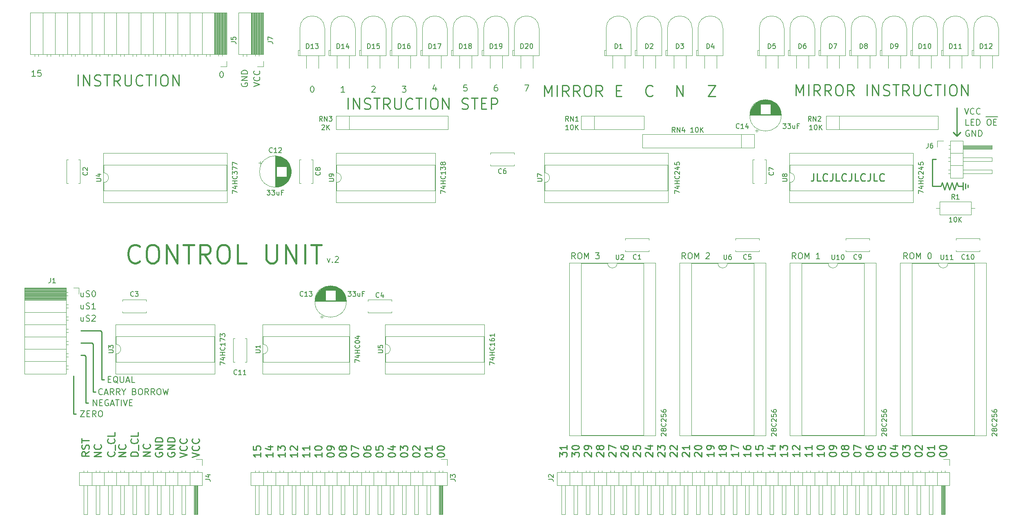
<source format=gto>
G04 #@! TF.GenerationSoftware,KiCad,Pcbnew,(5.1.5)-3*
G04 #@! TF.CreationDate,2022-12-08T21:56:05-08:00*
G04 #@! TF.ProjectId,control_unit_16,636f6e74-726f-46c5-9f75-6e69745f3136,rev?*
G04 #@! TF.SameCoordinates,Original*
G04 #@! TF.FileFunction,Legend,Top*
G04 #@! TF.FilePolarity,Positive*
%FSLAX46Y46*%
G04 Gerber Fmt 4.6, Leading zero omitted, Abs format (unit mm)*
G04 Created by KiCad (PCBNEW (5.1.5)-3) date 2022-12-08 21:56:05*
%MOMM*%
%LPD*%
G04 APERTURE LIST*
%ADD10C,0.203200*%
%ADD11C,0.254000*%
%ADD12C,0.381000*%
%ADD13C,0.120000*%
%ADD14C,0.150000*%
%ADD15C,0.250000*%
%ADD16C,0.177800*%
%ADD17O,1.702000X1.702000*%
%ADD18R,1.702000X1.702000*%
%ADD19O,1.802000X1.802000*%
%ADD20R,1.802000X1.802000*%
%ADD21C,1.702000*%
%ADD22C,1.902000*%
%ADD23R,1.902000X1.902000*%
G04 APERTURE END LIST*
D10*
X63070619Y-114027857D02*
X63070619Y-114874523D01*
X62526333Y-114027857D02*
X62526333Y-114693095D01*
X62586809Y-114814047D01*
X62707761Y-114874523D01*
X62889190Y-114874523D01*
X63010142Y-114814047D01*
X63070619Y-114753571D01*
X63614904Y-114814047D02*
X63796333Y-114874523D01*
X64098714Y-114874523D01*
X64219666Y-114814047D01*
X64280142Y-114753571D01*
X64340619Y-114632619D01*
X64340619Y-114511666D01*
X64280142Y-114390714D01*
X64219666Y-114330238D01*
X64098714Y-114269761D01*
X63856809Y-114209285D01*
X63735857Y-114148809D01*
X63675380Y-114088333D01*
X63614904Y-113967380D01*
X63614904Y-113846428D01*
X63675380Y-113725476D01*
X63735857Y-113665000D01*
X63856809Y-113604523D01*
X64159190Y-113604523D01*
X64340619Y-113665000D01*
X64824428Y-113725476D02*
X64884904Y-113665000D01*
X65005857Y-113604523D01*
X65308238Y-113604523D01*
X65429190Y-113665000D01*
X65489666Y-113725476D01*
X65550142Y-113846428D01*
X65550142Y-113967380D01*
X65489666Y-114148809D01*
X64763952Y-114874523D01*
X65550142Y-114874523D01*
X63070619Y-111487857D02*
X63070619Y-112334523D01*
X62526333Y-111487857D02*
X62526333Y-112153095D01*
X62586809Y-112274047D01*
X62707761Y-112334523D01*
X62889190Y-112334523D01*
X63010142Y-112274047D01*
X63070619Y-112213571D01*
X63614904Y-112274047D02*
X63796333Y-112334523D01*
X64098714Y-112334523D01*
X64219666Y-112274047D01*
X64280142Y-112213571D01*
X64340619Y-112092619D01*
X64340619Y-111971666D01*
X64280142Y-111850714D01*
X64219666Y-111790238D01*
X64098714Y-111729761D01*
X63856809Y-111669285D01*
X63735857Y-111608809D01*
X63675380Y-111548333D01*
X63614904Y-111427380D01*
X63614904Y-111306428D01*
X63675380Y-111185476D01*
X63735857Y-111125000D01*
X63856809Y-111064523D01*
X64159190Y-111064523D01*
X64340619Y-111125000D01*
X65550142Y-112334523D02*
X64824428Y-112334523D01*
X65187285Y-112334523D02*
X65187285Y-111064523D01*
X65066333Y-111245952D01*
X64945380Y-111366904D01*
X64824428Y-111427380D01*
X63070619Y-108947857D02*
X63070619Y-109794523D01*
X62526333Y-108947857D02*
X62526333Y-109613095D01*
X62586809Y-109734047D01*
X62707761Y-109794523D01*
X62889190Y-109794523D01*
X63010142Y-109734047D01*
X63070619Y-109673571D01*
X63614904Y-109734047D02*
X63796333Y-109794523D01*
X64098714Y-109794523D01*
X64219666Y-109734047D01*
X64280142Y-109673571D01*
X64340619Y-109552619D01*
X64340619Y-109431666D01*
X64280142Y-109310714D01*
X64219666Y-109250238D01*
X64098714Y-109189761D01*
X63856809Y-109129285D01*
X63735857Y-109068809D01*
X63675380Y-109008333D01*
X63614904Y-108887380D01*
X63614904Y-108766428D01*
X63675380Y-108645476D01*
X63735857Y-108585000D01*
X63856809Y-108524523D01*
X64159190Y-108524523D01*
X64340619Y-108585000D01*
X65126809Y-108524523D02*
X65247761Y-108524523D01*
X65368714Y-108585000D01*
X65429190Y-108645476D01*
X65489666Y-108766428D01*
X65550142Y-109008333D01*
X65550142Y-109310714D01*
X65489666Y-109552619D01*
X65429190Y-109673571D01*
X65368714Y-109734047D01*
X65247761Y-109794523D01*
X65126809Y-109794523D01*
X65005857Y-109734047D01*
X64945380Y-109673571D01*
X64884904Y-109552619D01*
X64824428Y-109310714D01*
X64824428Y-109008333D01*
X64884904Y-108766428D01*
X64945380Y-108645476D01*
X65005857Y-108585000D01*
X65126809Y-108524523D01*
X154516666Y-65852523D02*
X155363333Y-65852523D01*
X154819047Y-67122523D01*
X148831904Y-65852523D02*
X148590000Y-65852523D01*
X148469047Y-65913000D01*
X148408571Y-65973476D01*
X148287619Y-66154904D01*
X148227142Y-66396809D01*
X148227142Y-66880619D01*
X148287619Y-67001571D01*
X148348095Y-67062047D01*
X148469047Y-67122523D01*
X148710952Y-67122523D01*
X148831904Y-67062047D01*
X148892380Y-67001571D01*
X148952857Y-66880619D01*
X148952857Y-66578238D01*
X148892380Y-66457285D01*
X148831904Y-66396809D01*
X148710952Y-66336333D01*
X148469047Y-66336333D01*
X148348095Y-66396809D01*
X148287619Y-66457285D01*
X148227142Y-66578238D01*
X142542380Y-65852523D02*
X141937619Y-65852523D01*
X141877142Y-66457285D01*
X141937619Y-66396809D01*
X142058571Y-66336333D01*
X142360952Y-66336333D01*
X142481904Y-66396809D01*
X142542380Y-66457285D01*
X142602857Y-66578238D01*
X142602857Y-66880619D01*
X142542380Y-67001571D01*
X142481904Y-67062047D01*
X142360952Y-67122523D01*
X142058571Y-67122523D01*
X141937619Y-67062047D01*
X141877142Y-67001571D01*
X136131904Y-66275857D02*
X136131904Y-67122523D01*
X135829523Y-65792047D02*
X135527142Y-66699190D01*
X136313333Y-66699190D01*
X129116666Y-66106523D02*
X129902857Y-66106523D01*
X129479523Y-66590333D01*
X129660952Y-66590333D01*
X129781904Y-66650809D01*
X129842380Y-66711285D01*
X129902857Y-66832238D01*
X129902857Y-67134619D01*
X129842380Y-67255571D01*
X129781904Y-67316047D01*
X129660952Y-67376523D01*
X129298095Y-67376523D01*
X129177142Y-67316047D01*
X129116666Y-67255571D01*
X122827142Y-66227476D02*
X122887619Y-66167000D01*
X123008571Y-66106523D01*
X123310952Y-66106523D01*
X123431904Y-66167000D01*
X123492380Y-66227476D01*
X123552857Y-66348428D01*
X123552857Y-66469380D01*
X123492380Y-66650809D01*
X122766666Y-67376523D01*
X123552857Y-67376523D01*
X117202857Y-67376523D02*
X116477142Y-67376523D01*
X116840000Y-67376523D02*
X116840000Y-66106523D01*
X116719047Y-66287952D01*
X116598095Y-66408904D01*
X116477142Y-66469380D01*
X110429523Y-66106523D02*
X110550476Y-66106523D01*
X110671428Y-66167000D01*
X110731904Y-66227476D01*
X110792380Y-66348428D01*
X110852857Y-66590333D01*
X110852857Y-66892714D01*
X110792380Y-67134619D01*
X110731904Y-67255571D01*
X110671428Y-67316047D01*
X110550476Y-67376523D01*
X110429523Y-67376523D01*
X110308571Y-67316047D01*
X110248095Y-67255571D01*
X110187619Y-67134619D01*
X110127142Y-66892714D01*
X110127142Y-66590333D01*
X110187619Y-66348428D01*
X110248095Y-66227476D01*
X110308571Y-66167000D01*
X110429523Y-66106523D01*
X53098095Y-64074523D02*
X52372380Y-64074523D01*
X52735238Y-64074523D02*
X52735238Y-62804523D01*
X52614285Y-62985952D01*
X52493333Y-63106904D01*
X52372380Y-63167380D01*
X54247142Y-62804523D02*
X53642380Y-62804523D01*
X53581904Y-63409285D01*
X53642380Y-63348809D01*
X53763333Y-63288333D01*
X54065714Y-63288333D01*
X54186666Y-63348809D01*
X54247142Y-63409285D01*
X54307619Y-63530238D01*
X54307619Y-63832619D01*
X54247142Y-63953571D01*
X54186666Y-64014047D01*
X54065714Y-64074523D01*
X53763333Y-64074523D01*
X53642380Y-64014047D01*
X53581904Y-63953571D01*
X91633523Y-63058523D02*
X91754476Y-63058523D01*
X91875428Y-63119000D01*
X91935904Y-63179476D01*
X91996380Y-63300428D01*
X92056857Y-63542333D01*
X92056857Y-63844714D01*
X91996380Y-64086619D01*
X91935904Y-64207571D01*
X91875428Y-64268047D01*
X91754476Y-64328523D01*
X91633523Y-64328523D01*
X91512571Y-64268047D01*
X91452095Y-64207571D01*
X91391619Y-64086619D01*
X91331142Y-63844714D01*
X91331142Y-63542333D01*
X91391619Y-63300428D01*
X91452095Y-63179476D01*
X91512571Y-63119000D01*
X91633523Y-63058523D01*
X113598476Y-101835857D02*
X113900857Y-102682523D01*
X114203238Y-101835857D01*
X114687047Y-102561571D02*
X114747523Y-102622047D01*
X114687047Y-102682523D01*
X114626571Y-102622047D01*
X114687047Y-102561571D01*
X114687047Y-102682523D01*
X115231333Y-101533476D02*
X115291809Y-101473000D01*
X115412761Y-101412523D01*
X115715142Y-101412523D01*
X115836095Y-101473000D01*
X115896571Y-101533476D01*
X115957047Y-101654428D01*
X115957047Y-101775380D01*
X115896571Y-101956809D01*
X115170857Y-102682523D01*
X115957047Y-102682523D01*
D11*
X173500142Y-67019714D02*
X174262142Y-67019714D01*
X174588714Y-68217142D02*
X173500142Y-68217142D01*
X173500142Y-65931142D01*
X174588714Y-65931142D01*
X181047571Y-67999428D02*
X180938714Y-68108285D01*
X180612142Y-68217142D01*
X180394428Y-68217142D01*
X180067857Y-68108285D01*
X179850142Y-67890571D01*
X179741285Y-67672857D01*
X179632428Y-67237428D01*
X179632428Y-66910857D01*
X179741285Y-66475428D01*
X179850142Y-66257714D01*
X180067857Y-66040000D01*
X180394428Y-65931142D01*
X180612142Y-65931142D01*
X180938714Y-66040000D01*
X181047571Y-66148857D01*
X186036857Y-68217142D02*
X186036857Y-65931142D01*
X187343142Y-68217142D01*
X187343142Y-65931142D01*
X192532000Y-65931142D02*
X194056000Y-65931142D01*
X192532000Y-68217142D01*
X194056000Y-68217142D01*
X239014000Y-81280000D02*
X239776000Y-81280000D01*
X239014000Y-86868000D02*
X239014000Y-81280000D01*
X240030000Y-86868000D02*
X239014000Y-86868000D01*
X245364000Y-87630000D02*
X245364000Y-86106000D01*
X240792000Y-86868000D02*
X240030000Y-86868000D01*
X245872000Y-87376000D02*
X245872000Y-86360000D01*
X244348000Y-86868000D02*
X245364000Y-86868000D01*
X244094000Y-86106000D02*
X243586000Y-87630000D01*
X246380000Y-87122000D02*
X246380000Y-86614000D01*
X244348000Y-86868000D02*
X244094000Y-86106000D01*
X241046000Y-86106000D02*
X240792000Y-86868000D01*
X241046000Y-86106000D02*
X241554000Y-87630000D01*
X242570000Y-87630000D02*
X243078000Y-86106000D01*
X243078000Y-86106000D02*
X243586000Y-87630000D01*
X242062000Y-86106000D02*
X242570000Y-87630000D01*
X241554000Y-87630000D02*
X242062000Y-86106000D01*
X244094000Y-76454000D02*
X244856000Y-75692000D01*
X244094000Y-76454000D02*
X243332000Y-75692000D01*
X244094000Y-70612000D02*
X244094000Y-76454000D01*
D10*
X246634000Y-74234523D02*
X246029238Y-74234523D01*
X246029238Y-72964523D01*
X247057333Y-73569285D02*
X247480666Y-73569285D01*
X247662095Y-74234523D02*
X247057333Y-74234523D01*
X247057333Y-72964523D01*
X247662095Y-72964523D01*
X248206380Y-74234523D02*
X248206380Y-72964523D01*
X248508761Y-72964523D01*
X248690190Y-73025000D01*
X248811142Y-73145952D01*
X248871619Y-73266904D01*
X248932095Y-73508809D01*
X248932095Y-73690238D01*
X248871619Y-73932142D01*
X248811142Y-74053095D01*
X248690190Y-74174047D01*
X248508761Y-74234523D01*
X248206380Y-74234523D01*
X250141619Y-72481440D02*
X251472095Y-72481440D01*
X250685904Y-72964523D02*
X250927809Y-72964523D01*
X251048761Y-73025000D01*
X251169714Y-73145952D01*
X251230190Y-73387857D01*
X251230190Y-73811190D01*
X251169714Y-74053095D01*
X251048761Y-74174047D01*
X250927809Y-74234523D01*
X250685904Y-74234523D01*
X250564952Y-74174047D01*
X250444000Y-74053095D01*
X250383523Y-73811190D01*
X250383523Y-73387857D01*
X250444000Y-73145952D01*
X250564952Y-73025000D01*
X250685904Y-72964523D01*
X251472095Y-72481440D02*
X252621142Y-72481440D01*
X251774476Y-73569285D02*
X252197809Y-73569285D01*
X252379238Y-74234523D02*
X251774476Y-74234523D01*
X251774476Y-72964523D01*
X252379238Y-72964523D01*
X245702666Y-70678523D02*
X246126000Y-71948523D01*
X246549333Y-70678523D01*
X247698380Y-71827571D02*
X247637904Y-71888047D01*
X247456476Y-71948523D01*
X247335523Y-71948523D01*
X247154095Y-71888047D01*
X247033142Y-71767095D01*
X246972666Y-71646142D01*
X246912190Y-71404238D01*
X246912190Y-71222809D01*
X246972666Y-70980904D01*
X247033142Y-70859952D01*
X247154095Y-70739000D01*
X247335523Y-70678523D01*
X247456476Y-70678523D01*
X247637904Y-70739000D01*
X247698380Y-70799476D01*
X248968380Y-71827571D02*
X248907904Y-71888047D01*
X248726476Y-71948523D01*
X248605523Y-71948523D01*
X248424095Y-71888047D01*
X248303142Y-71767095D01*
X248242666Y-71646142D01*
X248182190Y-71404238D01*
X248182190Y-71222809D01*
X248242666Y-70980904D01*
X248303142Y-70859952D01*
X248424095Y-70739000D01*
X248605523Y-70678523D01*
X248726476Y-70678523D01*
X248907904Y-70739000D01*
X248968380Y-70799476D01*
X246682380Y-75311000D02*
X246561428Y-75250523D01*
X246380000Y-75250523D01*
X246198571Y-75311000D01*
X246077619Y-75431952D01*
X246017142Y-75552904D01*
X245956666Y-75794809D01*
X245956666Y-75976238D01*
X246017142Y-76218142D01*
X246077619Y-76339095D01*
X246198571Y-76460047D01*
X246380000Y-76520523D01*
X246500952Y-76520523D01*
X246682380Y-76460047D01*
X246742857Y-76399571D01*
X246742857Y-75976238D01*
X246500952Y-75976238D01*
X247287142Y-76520523D02*
X247287142Y-75250523D01*
X248012857Y-76520523D01*
X248012857Y-75250523D01*
X248617619Y-76520523D02*
X248617619Y-75250523D01*
X248920000Y-75250523D01*
X249101428Y-75311000D01*
X249222380Y-75431952D01*
X249282857Y-75552904D01*
X249343333Y-75794809D01*
X249343333Y-75976238D01*
X249282857Y-76218142D01*
X249222380Y-76339095D01*
X249101428Y-76460047D01*
X248920000Y-76520523D01*
X248617619Y-76520523D01*
X95885000Y-65483619D02*
X95824523Y-65604571D01*
X95824523Y-65786000D01*
X95885000Y-65967428D01*
X96005952Y-66088380D01*
X96126904Y-66148857D01*
X96368809Y-66209333D01*
X96550238Y-66209333D01*
X96792142Y-66148857D01*
X96913095Y-66088380D01*
X97034047Y-65967428D01*
X97094523Y-65786000D01*
X97094523Y-65665047D01*
X97034047Y-65483619D01*
X96973571Y-65423142D01*
X96550238Y-65423142D01*
X96550238Y-65665047D01*
X97094523Y-64878857D02*
X95824523Y-64878857D01*
X97094523Y-64153142D01*
X95824523Y-64153142D01*
X97094523Y-63548380D02*
X95824523Y-63548380D01*
X95824523Y-63246000D01*
X95885000Y-63064571D01*
X96005952Y-62943619D01*
X96126904Y-62883142D01*
X96368809Y-62822666D01*
X96550238Y-62822666D01*
X96792142Y-62883142D01*
X96913095Y-62943619D01*
X97034047Y-63064571D01*
X97094523Y-63246000D01*
X97094523Y-63548380D01*
X98364523Y-66209333D02*
X99634523Y-65786000D01*
X98364523Y-65362666D01*
X99513571Y-64213619D02*
X99574047Y-64274095D01*
X99634523Y-64455523D01*
X99634523Y-64576476D01*
X99574047Y-64757904D01*
X99453095Y-64878857D01*
X99332142Y-64939333D01*
X99090238Y-64999809D01*
X98908809Y-64999809D01*
X98666904Y-64939333D01*
X98545952Y-64878857D01*
X98425000Y-64757904D01*
X98364523Y-64576476D01*
X98364523Y-64455523D01*
X98425000Y-64274095D01*
X98485476Y-64213619D01*
X99513571Y-62943619D02*
X99574047Y-63004095D01*
X99634523Y-63185523D01*
X99634523Y-63306476D01*
X99574047Y-63487904D01*
X99453095Y-63608857D01*
X99332142Y-63669333D01*
X99090238Y-63729809D01*
X98908809Y-63729809D01*
X98666904Y-63669333D01*
X98545952Y-63608857D01*
X98425000Y-63487904D01*
X98364523Y-63306476D01*
X98364523Y-63185523D01*
X98425000Y-63004095D01*
X98485476Y-62943619D01*
X165045571Y-101920523D02*
X164622238Y-101315761D01*
X164319857Y-101920523D02*
X164319857Y-100650523D01*
X164803666Y-100650523D01*
X164924619Y-100711000D01*
X164985095Y-100771476D01*
X165045571Y-100892428D01*
X165045571Y-101073857D01*
X164985095Y-101194809D01*
X164924619Y-101255285D01*
X164803666Y-101315761D01*
X164319857Y-101315761D01*
X165831761Y-100650523D02*
X166073666Y-100650523D01*
X166194619Y-100711000D01*
X166315571Y-100831952D01*
X166376047Y-101073857D01*
X166376047Y-101497190D01*
X166315571Y-101739095D01*
X166194619Y-101860047D01*
X166073666Y-101920523D01*
X165831761Y-101920523D01*
X165710809Y-101860047D01*
X165589857Y-101739095D01*
X165529380Y-101497190D01*
X165529380Y-101073857D01*
X165589857Y-100831952D01*
X165710809Y-100711000D01*
X165831761Y-100650523D01*
X166920333Y-101920523D02*
X166920333Y-100650523D01*
X167343666Y-101557666D01*
X167767000Y-100650523D01*
X167767000Y-101920523D01*
X169218428Y-100650523D02*
X170004619Y-100650523D01*
X169581285Y-101134333D01*
X169762714Y-101134333D01*
X169883666Y-101194809D01*
X169944142Y-101255285D01*
X170004619Y-101376238D01*
X170004619Y-101678619D01*
X169944142Y-101799571D01*
X169883666Y-101860047D01*
X169762714Y-101920523D01*
X169399857Y-101920523D01*
X169278904Y-101860047D01*
X169218428Y-101799571D01*
X187905571Y-101920523D02*
X187482238Y-101315761D01*
X187179857Y-101920523D02*
X187179857Y-100650523D01*
X187663666Y-100650523D01*
X187784619Y-100711000D01*
X187845095Y-100771476D01*
X187905571Y-100892428D01*
X187905571Y-101073857D01*
X187845095Y-101194809D01*
X187784619Y-101255285D01*
X187663666Y-101315761D01*
X187179857Y-101315761D01*
X188691761Y-100650523D02*
X188933666Y-100650523D01*
X189054619Y-100711000D01*
X189175571Y-100831952D01*
X189236047Y-101073857D01*
X189236047Y-101497190D01*
X189175571Y-101739095D01*
X189054619Y-101860047D01*
X188933666Y-101920523D01*
X188691761Y-101920523D01*
X188570809Y-101860047D01*
X188449857Y-101739095D01*
X188389380Y-101497190D01*
X188389380Y-101073857D01*
X188449857Y-100831952D01*
X188570809Y-100711000D01*
X188691761Y-100650523D01*
X189780333Y-101920523D02*
X189780333Y-100650523D01*
X190203666Y-101557666D01*
X190627000Y-100650523D01*
X190627000Y-101920523D01*
X192138904Y-100771476D02*
X192199380Y-100711000D01*
X192320333Y-100650523D01*
X192622714Y-100650523D01*
X192743666Y-100711000D01*
X192804142Y-100771476D01*
X192864619Y-100892428D01*
X192864619Y-101013380D01*
X192804142Y-101194809D01*
X192078428Y-101920523D01*
X192864619Y-101920523D01*
X210765571Y-101920523D02*
X210342238Y-101315761D01*
X210039857Y-101920523D02*
X210039857Y-100650523D01*
X210523666Y-100650523D01*
X210644619Y-100711000D01*
X210705095Y-100771476D01*
X210765571Y-100892428D01*
X210765571Y-101073857D01*
X210705095Y-101194809D01*
X210644619Y-101255285D01*
X210523666Y-101315761D01*
X210039857Y-101315761D01*
X211551761Y-100650523D02*
X211793666Y-100650523D01*
X211914619Y-100711000D01*
X212035571Y-100831952D01*
X212096047Y-101073857D01*
X212096047Y-101497190D01*
X212035571Y-101739095D01*
X211914619Y-101860047D01*
X211793666Y-101920523D01*
X211551761Y-101920523D01*
X211430809Y-101860047D01*
X211309857Y-101739095D01*
X211249380Y-101497190D01*
X211249380Y-101073857D01*
X211309857Y-100831952D01*
X211430809Y-100711000D01*
X211551761Y-100650523D01*
X212640333Y-101920523D02*
X212640333Y-100650523D01*
X213063666Y-101557666D01*
X213487000Y-100650523D01*
X213487000Y-101920523D01*
X215724619Y-101920523D02*
X214998904Y-101920523D01*
X215361761Y-101920523D02*
X215361761Y-100650523D01*
X215240809Y-100831952D01*
X215119857Y-100952904D01*
X214998904Y-101013380D01*
X233879571Y-101920523D02*
X233456238Y-101315761D01*
X233153857Y-101920523D02*
X233153857Y-100650523D01*
X233637666Y-100650523D01*
X233758619Y-100711000D01*
X233819095Y-100771476D01*
X233879571Y-100892428D01*
X233879571Y-101073857D01*
X233819095Y-101194809D01*
X233758619Y-101255285D01*
X233637666Y-101315761D01*
X233153857Y-101315761D01*
X234665761Y-100650523D02*
X234907666Y-100650523D01*
X235028619Y-100711000D01*
X235149571Y-100831952D01*
X235210047Y-101073857D01*
X235210047Y-101497190D01*
X235149571Y-101739095D01*
X235028619Y-101860047D01*
X234907666Y-101920523D01*
X234665761Y-101920523D01*
X234544809Y-101860047D01*
X234423857Y-101739095D01*
X234363380Y-101497190D01*
X234363380Y-101073857D01*
X234423857Y-100831952D01*
X234544809Y-100711000D01*
X234665761Y-100650523D01*
X235754333Y-101920523D02*
X235754333Y-100650523D01*
X236177666Y-101557666D01*
X236601000Y-100650523D01*
X236601000Y-101920523D01*
X238415285Y-100650523D02*
X238536238Y-100650523D01*
X238657190Y-100711000D01*
X238717666Y-100771476D01*
X238778142Y-100892428D01*
X238838619Y-101134333D01*
X238838619Y-101436714D01*
X238778142Y-101678619D01*
X238717666Y-101799571D01*
X238657190Y-101860047D01*
X238536238Y-101920523D01*
X238415285Y-101920523D01*
X238294333Y-101860047D01*
X238233857Y-101799571D01*
X238173380Y-101678619D01*
X238112904Y-101436714D01*
X238112904Y-101134333D01*
X238173380Y-100892428D01*
X238233857Y-100771476D01*
X238294333Y-100711000D01*
X238415285Y-100650523D01*
D11*
X61468000Y-134112000D02*
X60960000Y-134112000D01*
X67310000Y-127000000D02*
X66802000Y-127000000D01*
X65532000Y-129540000D02*
X65024000Y-129540000D01*
X214448571Y-84255428D02*
X214448571Y-85344000D01*
X214376000Y-85561714D01*
X214230857Y-85706857D01*
X214013142Y-85779428D01*
X213868000Y-85779428D01*
X215900000Y-85779428D02*
X215174285Y-85779428D01*
X215174285Y-84255428D01*
X217278857Y-85634285D02*
X217206285Y-85706857D01*
X216988571Y-85779428D01*
X216843428Y-85779428D01*
X216625714Y-85706857D01*
X216480571Y-85561714D01*
X216408000Y-85416571D01*
X216335428Y-85126285D01*
X216335428Y-84908571D01*
X216408000Y-84618285D01*
X216480571Y-84473142D01*
X216625714Y-84328000D01*
X216843428Y-84255428D01*
X216988571Y-84255428D01*
X217206285Y-84328000D01*
X217278857Y-84400571D01*
X218367428Y-84255428D02*
X218367428Y-85344000D01*
X218294857Y-85561714D01*
X218149714Y-85706857D01*
X217932000Y-85779428D01*
X217786857Y-85779428D01*
X219818857Y-85779428D02*
X219093142Y-85779428D01*
X219093142Y-84255428D01*
X221197714Y-85634285D02*
X221125142Y-85706857D01*
X220907428Y-85779428D01*
X220762285Y-85779428D01*
X220544571Y-85706857D01*
X220399428Y-85561714D01*
X220326857Y-85416571D01*
X220254285Y-85126285D01*
X220254285Y-84908571D01*
X220326857Y-84618285D01*
X220399428Y-84473142D01*
X220544571Y-84328000D01*
X220762285Y-84255428D01*
X220907428Y-84255428D01*
X221125142Y-84328000D01*
X221197714Y-84400571D01*
X222286285Y-84255428D02*
X222286285Y-85344000D01*
X222213714Y-85561714D01*
X222068571Y-85706857D01*
X221850857Y-85779428D01*
X221705714Y-85779428D01*
X223737714Y-85779428D02*
X223012000Y-85779428D01*
X223012000Y-84255428D01*
X225116571Y-85634285D02*
X225044000Y-85706857D01*
X224826285Y-85779428D01*
X224681142Y-85779428D01*
X224463428Y-85706857D01*
X224318285Y-85561714D01*
X224245714Y-85416571D01*
X224173142Y-85126285D01*
X224173142Y-84908571D01*
X224245714Y-84618285D01*
X224318285Y-84473142D01*
X224463428Y-84328000D01*
X224681142Y-84255428D01*
X224826285Y-84255428D01*
X225044000Y-84328000D01*
X225116571Y-84400571D01*
X226205142Y-84255428D02*
X226205142Y-85344000D01*
X226132571Y-85561714D01*
X225987428Y-85706857D01*
X225769714Y-85779428D01*
X225624571Y-85779428D01*
X227656571Y-85779428D02*
X226930857Y-85779428D01*
X226930857Y-84255428D01*
X229035428Y-85634285D02*
X228962857Y-85706857D01*
X228745142Y-85779428D01*
X228600000Y-85779428D01*
X228382285Y-85706857D01*
X228237142Y-85561714D01*
X228164571Y-85416571D01*
X228092000Y-85126285D01*
X228092000Y-84908571D01*
X228164571Y-84618285D01*
X228237142Y-84473142D01*
X228382285Y-84328000D01*
X228600000Y-84255428D01*
X228745142Y-84255428D01*
X228962857Y-84328000D01*
X229035428Y-84400571D01*
X210801857Y-68090142D02*
X210801857Y-65804142D01*
X211563857Y-67437000D01*
X212325857Y-65804142D01*
X212325857Y-68090142D01*
X213414428Y-68090142D02*
X213414428Y-65804142D01*
X215809285Y-68090142D02*
X215047285Y-67001571D01*
X214503000Y-68090142D02*
X214503000Y-65804142D01*
X215373857Y-65804142D01*
X215591571Y-65913000D01*
X215700428Y-66021857D01*
X215809285Y-66239571D01*
X215809285Y-66566142D01*
X215700428Y-66783857D01*
X215591571Y-66892714D01*
X215373857Y-67001571D01*
X214503000Y-67001571D01*
X218095285Y-68090142D02*
X217333285Y-67001571D01*
X216789000Y-68090142D02*
X216789000Y-65804142D01*
X217659857Y-65804142D01*
X217877571Y-65913000D01*
X217986428Y-66021857D01*
X218095285Y-66239571D01*
X218095285Y-66566142D01*
X217986428Y-66783857D01*
X217877571Y-66892714D01*
X217659857Y-67001571D01*
X216789000Y-67001571D01*
X219510428Y-65804142D02*
X219945857Y-65804142D01*
X220163571Y-65913000D01*
X220381285Y-66130714D01*
X220490142Y-66566142D01*
X220490142Y-67328142D01*
X220381285Y-67763571D01*
X220163571Y-67981285D01*
X219945857Y-68090142D01*
X219510428Y-68090142D01*
X219292714Y-67981285D01*
X219075000Y-67763571D01*
X218966142Y-67328142D01*
X218966142Y-66566142D01*
X219075000Y-66130714D01*
X219292714Y-65913000D01*
X219510428Y-65804142D01*
X222776142Y-68090142D02*
X222014142Y-67001571D01*
X221469857Y-68090142D02*
X221469857Y-65804142D01*
X222340714Y-65804142D01*
X222558428Y-65913000D01*
X222667285Y-66021857D01*
X222776142Y-66239571D01*
X222776142Y-66566142D01*
X222667285Y-66783857D01*
X222558428Y-66892714D01*
X222340714Y-67001571D01*
X221469857Y-67001571D01*
X225497571Y-68090142D02*
X225497571Y-65804142D01*
X226586142Y-68090142D02*
X226586142Y-65804142D01*
X227892428Y-68090142D01*
X227892428Y-65804142D01*
X228872142Y-67981285D02*
X229198714Y-68090142D01*
X229743000Y-68090142D01*
X229960714Y-67981285D01*
X230069571Y-67872428D01*
X230178428Y-67654714D01*
X230178428Y-67437000D01*
X230069571Y-67219285D01*
X229960714Y-67110428D01*
X229743000Y-67001571D01*
X229307571Y-66892714D01*
X229089857Y-66783857D01*
X228981000Y-66675000D01*
X228872142Y-66457285D01*
X228872142Y-66239571D01*
X228981000Y-66021857D01*
X229089857Y-65913000D01*
X229307571Y-65804142D01*
X229851857Y-65804142D01*
X230178428Y-65913000D01*
X230831571Y-65804142D02*
X232137857Y-65804142D01*
X231484714Y-68090142D02*
X231484714Y-65804142D01*
X234206142Y-68090142D02*
X233444142Y-67001571D01*
X232899857Y-68090142D02*
X232899857Y-65804142D01*
X233770714Y-65804142D01*
X233988428Y-65913000D01*
X234097285Y-66021857D01*
X234206142Y-66239571D01*
X234206142Y-66566142D01*
X234097285Y-66783857D01*
X233988428Y-66892714D01*
X233770714Y-67001571D01*
X232899857Y-67001571D01*
X235185857Y-65804142D02*
X235185857Y-67654714D01*
X235294714Y-67872428D01*
X235403571Y-67981285D01*
X235621285Y-68090142D01*
X236056714Y-68090142D01*
X236274428Y-67981285D01*
X236383285Y-67872428D01*
X236492142Y-67654714D01*
X236492142Y-65804142D01*
X238887000Y-67872428D02*
X238778142Y-67981285D01*
X238451571Y-68090142D01*
X238233857Y-68090142D01*
X237907285Y-67981285D01*
X237689571Y-67763571D01*
X237580714Y-67545857D01*
X237471857Y-67110428D01*
X237471857Y-66783857D01*
X237580714Y-66348428D01*
X237689571Y-66130714D01*
X237907285Y-65913000D01*
X238233857Y-65804142D01*
X238451571Y-65804142D01*
X238778142Y-65913000D01*
X238887000Y-66021857D01*
X239540142Y-65804142D02*
X240846428Y-65804142D01*
X240193285Y-68090142D02*
X240193285Y-65804142D01*
X241608428Y-68090142D02*
X241608428Y-65804142D01*
X243132428Y-65804142D02*
X243567857Y-65804142D01*
X243785571Y-65913000D01*
X244003285Y-66130714D01*
X244112142Y-66566142D01*
X244112142Y-67328142D01*
X244003285Y-67763571D01*
X243785571Y-67981285D01*
X243567857Y-68090142D01*
X243132428Y-68090142D01*
X242914714Y-67981285D01*
X242697000Y-67763571D01*
X242588142Y-67328142D01*
X242588142Y-66566142D01*
X242697000Y-66130714D01*
X242914714Y-65913000D01*
X243132428Y-65804142D01*
X245091857Y-68090142D02*
X245091857Y-65804142D01*
X246398142Y-68090142D01*
X246398142Y-65804142D01*
X158659285Y-68217142D02*
X158659285Y-65931142D01*
X159421285Y-67564000D01*
X160183285Y-65931142D01*
X160183285Y-68217142D01*
X161271857Y-68217142D02*
X161271857Y-65931142D01*
X163666714Y-68217142D02*
X162904714Y-67128571D01*
X162360428Y-68217142D02*
X162360428Y-65931142D01*
X163231285Y-65931142D01*
X163449000Y-66040000D01*
X163557857Y-66148857D01*
X163666714Y-66366571D01*
X163666714Y-66693142D01*
X163557857Y-66910857D01*
X163449000Y-67019714D01*
X163231285Y-67128571D01*
X162360428Y-67128571D01*
X165952714Y-68217142D02*
X165190714Y-67128571D01*
X164646428Y-68217142D02*
X164646428Y-65931142D01*
X165517285Y-65931142D01*
X165735000Y-66040000D01*
X165843857Y-66148857D01*
X165952714Y-66366571D01*
X165952714Y-66693142D01*
X165843857Y-66910857D01*
X165735000Y-67019714D01*
X165517285Y-67128571D01*
X164646428Y-67128571D01*
X167367857Y-65931142D02*
X167803285Y-65931142D01*
X168021000Y-66040000D01*
X168238714Y-66257714D01*
X168347571Y-66693142D01*
X168347571Y-67455142D01*
X168238714Y-67890571D01*
X168021000Y-68108285D01*
X167803285Y-68217142D01*
X167367857Y-68217142D01*
X167150142Y-68108285D01*
X166932428Y-67890571D01*
X166823571Y-67455142D01*
X166823571Y-66693142D01*
X166932428Y-66257714D01*
X167150142Y-66040000D01*
X167367857Y-65931142D01*
X170633571Y-68217142D02*
X169871571Y-67128571D01*
X169327285Y-68217142D02*
X169327285Y-65931142D01*
X170198142Y-65931142D01*
X170415857Y-66040000D01*
X170524714Y-66148857D01*
X170633571Y-66366571D01*
X170633571Y-66693142D01*
X170524714Y-66910857D01*
X170415857Y-67019714D01*
X170198142Y-67128571D01*
X169327285Y-67128571D01*
X117892285Y-70884142D02*
X117892285Y-68598142D01*
X118980857Y-70884142D02*
X118980857Y-68598142D01*
X120287142Y-70884142D01*
X120287142Y-68598142D01*
X121266857Y-70775285D02*
X121593428Y-70884142D01*
X122137714Y-70884142D01*
X122355428Y-70775285D01*
X122464285Y-70666428D01*
X122573142Y-70448714D01*
X122573142Y-70231000D01*
X122464285Y-70013285D01*
X122355428Y-69904428D01*
X122137714Y-69795571D01*
X121702285Y-69686714D01*
X121484571Y-69577857D01*
X121375714Y-69469000D01*
X121266857Y-69251285D01*
X121266857Y-69033571D01*
X121375714Y-68815857D01*
X121484571Y-68707000D01*
X121702285Y-68598142D01*
X122246571Y-68598142D01*
X122573142Y-68707000D01*
X123226285Y-68598142D02*
X124532571Y-68598142D01*
X123879428Y-70884142D02*
X123879428Y-68598142D01*
X126600857Y-70884142D02*
X125838857Y-69795571D01*
X125294571Y-70884142D02*
X125294571Y-68598142D01*
X126165428Y-68598142D01*
X126383142Y-68707000D01*
X126492000Y-68815857D01*
X126600857Y-69033571D01*
X126600857Y-69360142D01*
X126492000Y-69577857D01*
X126383142Y-69686714D01*
X126165428Y-69795571D01*
X125294571Y-69795571D01*
X127580571Y-68598142D02*
X127580571Y-70448714D01*
X127689428Y-70666428D01*
X127798285Y-70775285D01*
X128016000Y-70884142D01*
X128451428Y-70884142D01*
X128669142Y-70775285D01*
X128778000Y-70666428D01*
X128886857Y-70448714D01*
X128886857Y-68598142D01*
X131281714Y-70666428D02*
X131172857Y-70775285D01*
X130846285Y-70884142D01*
X130628571Y-70884142D01*
X130302000Y-70775285D01*
X130084285Y-70557571D01*
X129975428Y-70339857D01*
X129866571Y-69904428D01*
X129866571Y-69577857D01*
X129975428Y-69142428D01*
X130084285Y-68924714D01*
X130302000Y-68707000D01*
X130628571Y-68598142D01*
X130846285Y-68598142D01*
X131172857Y-68707000D01*
X131281714Y-68815857D01*
X131934857Y-68598142D02*
X133241142Y-68598142D01*
X132588000Y-70884142D02*
X132588000Y-68598142D01*
X134003142Y-70884142D02*
X134003142Y-68598142D01*
X135527142Y-68598142D02*
X135962571Y-68598142D01*
X136180285Y-68707000D01*
X136398000Y-68924714D01*
X136506857Y-69360142D01*
X136506857Y-70122142D01*
X136398000Y-70557571D01*
X136180285Y-70775285D01*
X135962571Y-70884142D01*
X135527142Y-70884142D01*
X135309428Y-70775285D01*
X135091714Y-70557571D01*
X134982857Y-70122142D01*
X134982857Y-69360142D01*
X135091714Y-68924714D01*
X135309428Y-68707000D01*
X135527142Y-68598142D01*
X137486571Y-70884142D02*
X137486571Y-68598142D01*
X138792857Y-70884142D01*
X138792857Y-68598142D01*
X141514285Y-70775285D02*
X141840857Y-70884142D01*
X142385142Y-70884142D01*
X142602857Y-70775285D01*
X142711714Y-70666428D01*
X142820571Y-70448714D01*
X142820571Y-70231000D01*
X142711714Y-70013285D01*
X142602857Y-69904428D01*
X142385142Y-69795571D01*
X141949714Y-69686714D01*
X141732000Y-69577857D01*
X141623142Y-69469000D01*
X141514285Y-69251285D01*
X141514285Y-69033571D01*
X141623142Y-68815857D01*
X141732000Y-68707000D01*
X141949714Y-68598142D01*
X142494000Y-68598142D01*
X142820571Y-68707000D01*
X143473714Y-68598142D02*
X144780000Y-68598142D01*
X144126857Y-70884142D02*
X144126857Y-68598142D01*
X145542000Y-69686714D02*
X146304000Y-69686714D01*
X146630571Y-70884142D02*
X145542000Y-70884142D01*
X145542000Y-68598142D01*
X146630571Y-68598142D01*
X147610285Y-70884142D02*
X147610285Y-68598142D01*
X148481142Y-68598142D01*
X148698857Y-68707000D01*
X148807714Y-68815857D01*
X148916571Y-69033571D01*
X148916571Y-69360142D01*
X148807714Y-69577857D01*
X148698857Y-69686714D01*
X148481142Y-69795571D01*
X147610285Y-69795571D01*
X60960000Y-134112000D02*
X60960000Y-126238000D01*
X64008000Y-131826000D02*
X63500000Y-131826000D01*
X63246000Y-121920000D02*
X62484000Y-121920000D01*
X63500000Y-122174000D02*
X63246000Y-121920000D01*
X63500000Y-131826000D02*
X63500000Y-122174000D01*
X64770000Y-119380000D02*
X62484000Y-119380000D01*
X65024000Y-119634000D02*
X64770000Y-119380000D01*
X65024000Y-129540000D02*
X65024000Y-119634000D01*
X66548000Y-116840000D02*
X62484000Y-116840000D01*
X66802000Y-117094000D02*
X66548000Y-116840000D01*
X66802000Y-127000000D02*
X66802000Y-117094000D01*
D10*
X62471904Y-133416523D02*
X63318571Y-133416523D01*
X62471904Y-134686523D01*
X63318571Y-134686523D01*
X63802380Y-134021285D02*
X64225714Y-134021285D01*
X64407142Y-134686523D02*
X63802380Y-134686523D01*
X63802380Y-133416523D01*
X64407142Y-133416523D01*
X65677142Y-134686523D02*
X65253809Y-134081761D01*
X64951428Y-134686523D02*
X64951428Y-133416523D01*
X65435238Y-133416523D01*
X65556190Y-133477000D01*
X65616666Y-133537476D01*
X65677142Y-133658428D01*
X65677142Y-133839857D01*
X65616666Y-133960809D01*
X65556190Y-134021285D01*
X65435238Y-134081761D01*
X64951428Y-134081761D01*
X66463333Y-133416523D02*
X66705238Y-133416523D01*
X66826190Y-133477000D01*
X66947142Y-133597952D01*
X67007619Y-133839857D01*
X67007619Y-134263190D01*
X66947142Y-134505095D01*
X66826190Y-134626047D01*
X66705238Y-134686523D01*
X66463333Y-134686523D01*
X66342380Y-134626047D01*
X66221428Y-134505095D01*
X66160952Y-134263190D01*
X66160952Y-133839857D01*
X66221428Y-133597952D01*
X66342380Y-133477000D01*
X66463333Y-133416523D01*
X65066333Y-132400523D02*
X65066333Y-131130523D01*
X65792047Y-132400523D01*
X65792047Y-131130523D01*
X66396809Y-131735285D02*
X66820142Y-131735285D01*
X67001571Y-132400523D02*
X66396809Y-132400523D01*
X66396809Y-131130523D01*
X67001571Y-131130523D01*
X68211095Y-131191000D02*
X68090142Y-131130523D01*
X67908714Y-131130523D01*
X67727285Y-131191000D01*
X67606333Y-131311952D01*
X67545857Y-131432904D01*
X67485380Y-131674809D01*
X67485380Y-131856238D01*
X67545857Y-132098142D01*
X67606333Y-132219095D01*
X67727285Y-132340047D01*
X67908714Y-132400523D01*
X68029666Y-132400523D01*
X68211095Y-132340047D01*
X68271571Y-132279571D01*
X68271571Y-131856238D01*
X68029666Y-131856238D01*
X68755380Y-132037666D02*
X69360142Y-132037666D01*
X68634428Y-132400523D02*
X69057761Y-131130523D01*
X69481095Y-132400523D01*
X69723000Y-131130523D02*
X70448714Y-131130523D01*
X70085857Y-132400523D02*
X70085857Y-131130523D01*
X70872047Y-132400523D02*
X70872047Y-131130523D01*
X71295380Y-131130523D02*
X71718714Y-132400523D01*
X72142047Y-131130523D01*
X72565380Y-131735285D02*
X72988714Y-131735285D01*
X73170142Y-132400523D02*
X72565380Y-132400523D01*
X72565380Y-131130523D01*
X73170142Y-131130523D01*
X66995523Y-129993571D02*
X66935047Y-130054047D01*
X66753619Y-130114523D01*
X66632666Y-130114523D01*
X66451238Y-130054047D01*
X66330285Y-129933095D01*
X66269809Y-129812142D01*
X66209333Y-129570238D01*
X66209333Y-129388809D01*
X66269809Y-129146904D01*
X66330285Y-129025952D01*
X66451238Y-128905000D01*
X66632666Y-128844523D01*
X66753619Y-128844523D01*
X66935047Y-128905000D01*
X66995523Y-128965476D01*
X67479333Y-129751666D02*
X68084095Y-129751666D01*
X67358380Y-130114523D02*
X67781714Y-128844523D01*
X68205047Y-130114523D01*
X69354095Y-130114523D02*
X68930761Y-129509761D01*
X68628380Y-130114523D02*
X68628380Y-128844523D01*
X69112190Y-128844523D01*
X69233142Y-128905000D01*
X69293619Y-128965476D01*
X69354095Y-129086428D01*
X69354095Y-129267857D01*
X69293619Y-129388809D01*
X69233142Y-129449285D01*
X69112190Y-129509761D01*
X68628380Y-129509761D01*
X70624095Y-130114523D02*
X70200761Y-129509761D01*
X69898380Y-130114523D02*
X69898380Y-128844523D01*
X70382190Y-128844523D01*
X70503142Y-128905000D01*
X70563619Y-128965476D01*
X70624095Y-129086428D01*
X70624095Y-129267857D01*
X70563619Y-129388809D01*
X70503142Y-129449285D01*
X70382190Y-129509761D01*
X69898380Y-129509761D01*
X71410285Y-129509761D02*
X71410285Y-130114523D01*
X70986952Y-128844523D02*
X71410285Y-129509761D01*
X71833619Y-128844523D01*
X73647904Y-129449285D02*
X73829333Y-129509761D01*
X73889809Y-129570238D01*
X73950285Y-129691190D01*
X73950285Y-129872619D01*
X73889809Y-129993571D01*
X73829333Y-130054047D01*
X73708380Y-130114523D01*
X73224571Y-130114523D01*
X73224571Y-128844523D01*
X73647904Y-128844523D01*
X73768857Y-128905000D01*
X73829333Y-128965476D01*
X73889809Y-129086428D01*
X73889809Y-129207380D01*
X73829333Y-129328333D01*
X73768857Y-129388809D01*
X73647904Y-129449285D01*
X73224571Y-129449285D01*
X74736476Y-128844523D02*
X74978380Y-128844523D01*
X75099333Y-128905000D01*
X75220285Y-129025952D01*
X75280761Y-129267857D01*
X75280761Y-129691190D01*
X75220285Y-129933095D01*
X75099333Y-130054047D01*
X74978380Y-130114523D01*
X74736476Y-130114523D01*
X74615523Y-130054047D01*
X74494571Y-129933095D01*
X74434095Y-129691190D01*
X74434095Y-129267857D01*
X74494571Y-129025952D01*
X74615523Y-128905000D01*
X74736476Y-128844523D01*
X76550761Y-130114523D02*
X76127428Y-129509761D01*
X75825047Y-130114523D02*
X75825047Y-128844523D01*
X76308857Y-128844523D01*
X76429809Y-128905000D01*
X76490285Y-128965476D01*
X76550761Y-129086428D01*
X76550761Y-129267857D01*
X76490285Y-129388809D01*
X76429809Y-129449285D01*
X76308857Y-129509761D01*
X75825047Y-129509761D01*
X77820761Y-130114523D02*
X77397428Y-129509761D01*
X77095047Y-130114523D02*
X77095047Y-128844523D01*
X77578857Y-128844523D01*
X77699809Y-128905000D01*
X77760285Y-128965476D01*
X77820761Y-129086428D01*
X77820761Y-129267857D01*
X77760285Y-129388809D01*
X77699809Y-129449285D01*
X77578857Y-129509761D01*
X77095047Y-129509761D01*
X78606952Y-128844523D02*
X78848857Y-128844523D01*
X78969809Y-128905000D01*
X79090761Y-129025952D01*
X79151238Y-129267857D01*
X79151238Y-129691190D01*
X79090761Y-129933095D01*
X78969809Y-130054047D01*
X78848857Y-130114523D01*
X78606952Y-130114523D01*
X78486000Y-130054047D01*
X78365047Y-129933095D01*
X78304571Y-129691190D01*
X78304571Y-129267857D01*
X78365047Y-129025952D01*
X78486000Y-128905000D01*
X78606952Y-128844523D01*
X79574571Y-128844523D02*
X79876952Y-130114523D01*
X80118857Y-129207380D01*
X80360761Y-130114523D01*
X80663142Y-128844523D01*
X68205047Y-126909285D02*
X68628380Y-126909285D01*
X68809809Y-127574523D02*
X68205047Y-127574523D01*
X68205047Y-126304523D01*
X68809809Y-126304523D01*
X70200761Y-127695476D02*
X70079809Y-127635000D01*
X69958857Y-127514047D01*
X69777428Y-127332619D01*
X69656476Y-127272142D01*
X69535523Y-127272142D01*
X69596000Y-127574523D02*
X69475047Y-127514047D01*
X69354095Y-127393095D01*
X69293619Y-127151190D01*
X69293619Y-126727857D01*
X69354095Y-126485952D01*
X69475047Y-126365000D01*
X69596000Y-126304523D01*
X69837904Y-126304523D01*
X69958857Y-126365000D01*
X70079809Y-126485952D01*
X70140285Y-126727857D01*
X70140285Y-127151190D01*
X70079809Y-127393095D01*
X69958857Y-127514047D01*
X69837904Y-127574523D01*
X69596000Y-127574523D01*
X70684571Y-126304523D02*
X70684571Y-127332619D01*
X70745047Y-127453571D01*
X70805523Y-127514047D01*
X70926476Y-127574523D01*
X71168380Y-127574523D01*
X71289333Y-127514047D01*
X71349809Y-127453571D01*
X71410285Y-127332619D01*
X71410285Y-126304523D01*
X71954571Y-127211666D02*
X72559333Y-127211666D01*
X71833619Y-127574523D02*
X72256952Y-126304523D01*
X72680285Y-127574523D01*
X73708380Y-127574523D02*
X73103619Y-127574523D01*
X73103619Y-126304523D01*
D11*
X61939714Y-66058142D02*
X61939714Y-63772142D01*
X63028285Y-66058142D02*
X63028285Y-63772142D01*
X64334571Y-66058142D01*
X64334571Y-63772142D01*
X65314285Y-65949285D02*
X65640857Y-66058142D01*
X66185142Y-66058142D01*
X66402857Y-65949285D01*
X66511714Y-65840428D01*
X66620571Y-65622714D01*
X66620571Y-65405000D01*
X66511714Y-65187285D01*
X66402857Y-65078428D01*
X66185142Y-64969571D01*
X65749714Y-64860714D01*
X65532000Y-64751857D01*
X65423142Y-64643000D01*
X65314285Y-64425285D01*
X65314285Y-64207571D01*
X65423142Y-63989857D01*
X65532000Y-63881000D01*
X65749714Y-63772142D01*
X66294000Y-63772142D01*
X66620571Y-63881000D01*
X67273714Y-63772142D02*
X68580000Y-63772142D01*
X67926857Y-66058142D02*
X67926857Y-63772142D01*
X70648285Y-66058142D02*
X69886285Y-64969571D01*
X69342000Y-66058142D02*
X69342000Y-63772142D01*
X70212857Y-63772142D01*
X70430571Y-63881000D01*
X70539428Y-63989857D01*
X70648285Y-64207571D01*
X70648285Y-64534142D01*
X70539428Y-64751857D01*
X70430571Y-64860714D01*
X70212857Y-64969571D01*
X69342000Y-64969571D01*
X71628000Y-63772142D02*
X71628000Y-65622714D01*
X71736857Y-65840428D01*
X71845714Y-65949285D01*
X72063428Y-66058142D01*
X72498857Y-66058142D01*
X72716571Y-65949285D01*
X72825428Y-65840428D01*
X72934285Y-65622714D01*
X72934285Y-63772142D01*
X75329142Y-65840428D02*
X75220285Y-65949285D01*
X74893714Y-66058142D01*
X74676000Y-66058142D01*
X74349428Y-65949285D01*
X74131714Y-65731571D01*
X74022857Y-65513857D01*
X73914000Y-65078428D01*
X73914000Y-64751857D01*
X74022857Y-64316428D01*
X74131714Y-64098714D01*
X74349428Y-63881000D01*
X74676000Y-63772142D01*
X74893714Y-63772142D01*
X75220285Y-63881000D01*
X75329142Y-63989857D01*
X75982285Y-63772142D02*
X77288571Y-63772142D01*
X76635428Y-66058142D02*
X76635428Y-63772142D01*
X78050571Y-66058142D02*
X78050571Y-63772142D01*
X79574571Y-63772142D02*
X80010000Y-63772142D01*
X80227714Y-63881000D01*
X80445428Y-64098714D01*
X80554285Y-64534142D01*
X80554285Y-65296142D01*
X80445428Y-65731571D01*
X80227714Y-65949285D01*
X80010000Y-66058142D01*
X79574571Y-66058142D01*
X79356857Y-65949285D01*
X79139142Y-65731571D01*
X79030285Y-65296142D01*
X79030285Y-64534142D01*
X79139142Y-64098714D01*
X79356857Y-63881000D01*
X79574571Y-63772142D01*
X81534000Y-66058142D02*
X81534000Y-63772142D01*
X82840285Y-66058142D01*
X82840285Y-63772142D01*
D12*
X74694142Y-102452714D02*
X74512714Y-102634142D01*
X73968428Y-102815571D01*
X73605571Y-102815571D01*
X73061285Y-102634142D01*
X72698428Y-102271285D01*
X72517000Y-101908428D01*
X72335571Y-101182714D01*
X72335571Y-100638428D01*
X72517000Y-99912714D01*
X72698428Y-99549857D01*
X73061285Y-99187000D01*
X73605571Y-99005571D01*
X73968428Y-99005571D01*
X74512714Y-99187000D01*
X74694142Y-99368428D01*
X77052714Y-99005571D02*
X77778428Y-99005571D01*
X78141285Y-99187000D01*
X78504142Y-99549857D01*
X78685571Y-100275571D01*
X78685571Y-101545571D01*
X78504142Y-102271285D01*
X78141285Y-102634142D01*
X77778428Y-102815571D01*
X77052714Y-102815571D01*
X76689857Y-102634142D01*
X76327000Y-102271285D01*
X76145571Y-101545571D01*
X76145571Y-100275571D01*
X76327000Y-99549857D01*
X76689857Y-99187000D01*
X77052714Y-99005571D01*
X80318428Y-102815571D02*
X80318428Y-99005571D01*
X82495571Y-102815571D01*
X82495571Y-99005571D01*
X83765571Y-99005571D02*
X85942714Y-99005571D01*
X84854142Y-102815571D02*
X84854142Y-99005571D01*
X89389857Y-102815571D02*
X88119857Y-101001285D01*
X87212714Y-102815571D02*
X87212714Y-99005571D01*
X88664142Y-99005571D01*
X89027000Y-99187000D01*
X89208428Y-99368428D01*
X89389857Y-99731285D01*
X89389857Y-100275571D01*
X89208428Y-100638428D01*
X89027000Y-100819857D01*
X88664142Y-101001285D01*
X87212714Y-101001285D01*
X91748428Y-99005571D02*
X92474142Y-99005571D01*
X92837000Y-99187000D01*
X93199857Y-99549857D01*
X93381285Y-100275571D01*
X93381285Y-101545571D01*
X93199857Y-102271285D01*
X92837000Y-102634142D01*
X92474142Y-102815571D01*
X91748428Y-102815571D01*
X91385571Y-102634142D01*
X91022714Y-102271285D01*
X90841285Y-101545571D01*
X90841285Y-100275571D01*
X91022714Y-99549857D01*
X91385571Y-99187000D01*
X91748428Y-99005571D01*
X96828428Y-102815571D02*
X95014142Y-102815571D01*
X95014142Y-99005571D01*
X101001285Y-99005571D02*
X101001285Y-102089857D01*
X101182714Y-102452714D01*
X101364142Y-102634142D01*
X101727000Y-102815571D01*
X102452714Y-102815571D01*
X102815571Y-102634142D01*
X102997000Y-102452714D01*
X103178428Y-102089857D01*
X103178428Y-99005571D01*
X104992714Y-102815571D02*
X104992714Y-99005571D01*
X107169857Y-102815571D01*
X107169857Y-99005571D01*
X108984142Y-102815571D02*
X108984142Y-99005571D01*
X110254142Y-99005571D02*
X112431285Y-99005571D01*
X111342714Y-102815571D02*
X111342714Y-99005571D01*
D13*
X115450000Y-79950000D02*
X115450000Y-90230000D01*
X136010000Y-79950000D02*
X115450000Y-79950000D01*
X136010000Y-90230000D02*
X136010000Y-79950000D01*
X115450000Y-90230000D02*
X136010000Y-90230000D01*
X115510000Y-82440000D02*
X115510000Y-84090000D01*
X135950000Y-82440000D02*
X115510000Y-82440000D01*
X135950000Y-87740000D02*
X135950000Y-82440000D01*
X115510000Y-87740000D02*
X135950000Y-87740000D01*
X115510000Y-86090000D02*
X115510000Y-87740000D01*
X115510000Y-84090000D02*
G75*
G02X115510000Y-86090000I0J-1000000D01*
G01*
X209430000Y-79950000D02*
X209430000Y-90230000D01*
X235070000Y-79950000D02*
X209430000Y-79950000D01*
X235070000Y-90230000D02*
X235070000Y-79950000D01*
X209430000Y-90230000D02*
X235070000Y-90230000D01*
X209490000Y-82440000D02*
X209490000Y-84090000D01*
X235010000Y-82440000D02*
X209490000Y-82440000D01*
X235010000Y-87740000D02*
X235010000Y-82440000D01*
X209490000Y-87740000D02*
X235010000Y-87740000D01*
X209490000Y-86090000D02*
X209490000Y-87740000D01*
X209490000Y-84090000D02*
G75*
G02X209490000Y-86090000I0J-1000000D01*
G01*
X158630000Y-79950000D02*
X158630000Y-90230000D01*
X184270000Y-79950000D02*
X158630000Y-79950000D01*
X184270000Y-90230000D02*
X184270000Y-79950000D01*
X158630000Y-90230000D02*
X184270000Y-90230000D01*
X158690000Y-82440000D02*
X158690000Y-84090000D01*
X184210000Y-82440000D02*
X158690000Y-82440000D01*
X184210000Y-87740000D02*
X184210000Y-82440000D01*
X158690000Y-87740000D02*
X184210000Y-87740000D01*
X158690000Y-86090000D02*
X158690000Y-87740000D01*
X158690000Y-84090000D02*
G75*
G02X158690000Y-86090000I0J-1000000D01*
G01*
X125610000Y-115510000D02*
X125610000Y-125790000D01*
X146170000Y-115510000D02*
X125610000Y-115510000D01*
X146170000Y-125790000D02*
X146170000Y-115510000D01*
X125610000Y-125790000D02*
X146170000Y-125790000D01*
X125670000Y-118000000D02*
X125670000Y-119650000D01*
X146110000Y-118000000D02*
X125670000Y-118000000D01*
X146110000Y-123300000D02*
X146110000Y-118000000D01*
X125670000Y-123300000D02*
X146110000Y-123300000D01*
X125670000Y-121650000D02*
X125670000Y-123300000D01*
X125670000Y-119650000D02*
G75*
G02X125670000Y-121650000I0J-1000000D01*
G01*
X67190000Y-79950000D02*
X67190000Y-90230000D01*
X92830000Y-79950000D02*
X67190000Y-79950000D01*
X92830000Y-90230000D02*
X92830000Y-79950000D01*
X67190000Y-90230000D02*
X92830000Y-90230000D01*
X67250000Y-82440000D02*
X67250000Y-84090000D01*
X92770000Y-82440000D02*
X67250000Y-82440000D01*
X92770000Y-87740000D02*
X92770000Y-82440000D01*
X67250000Y-87740000D02*
X92770000Y-87740000D01*
X67250000Y-86090000D02*
X67250000Y-87740000D01*
X67250000Y-84090000D02*
G75*
G02X67250000Y-86090000I0J-1000000D01*
G01*
X69730000Y-115510000D02*
X69730000Y-125790000D01*
X90290000Y-115510000D02*
X69730000Y-115510000D01*
X90290000Y-125790000D02*
X90290000Y-115510000D01*
X69730000Y-125790000D02*
X90290000Y-125790000D01*
X69790000Y-118000000D02*
X69790000Y-119650000D01*
X90230000Y-118000000D02*
X69790000Y-118000000D01*
X90230000Y-123300000D02*
X90230000Y-118000000D01*
X69790000Y-123300000D02*
X90230000Y-123300000D01*
X69790000Y-121650000D02*
X69790000Y-123300000D01*
X69790000Y-119650000D02*
G75*
G02X69790000Y-121650000I0J-1000000D01*
G01*
X100210000Y-115510000D02*
X100210000Y-125790000D01*
X118230000Y-115510000D02*
X100210000Y-115510000D01*
X118230000Y-125790000D02*
X118230000Y-115510000D01*
X100210000Y-125790000D02*
X118230000Y-125790000D01*
X100270000Y-118000000D02*
X100270000Y-119650000D01*
X118170000Y-118000000D02*
X100270000Y-118000000D01*
X118170000Y-123300000D02*
X118170000Y-118000000D01*
X100270000Y-123300000D02*
X118170000Y-123300000D01*
X100270000Y-121650000D02*
X100270000Y-123300000D01*
X100270000Y-119650000D02*
G75*
G02X100270000Y-121650000I0J-1000000D01*
G01*
X60960000Y-107890000D02*
X62070000Y-107890000D01*
X62070000Y-107890000D02*
X62070000Y-109220000D01*
X50870000Y-107890000D02*
X50870000Y-125790000D01*
X50870000Y-125790000D02*
X59500000Y-125790000D01*
X59500000Y-107890000D02*
X59500000Y-125790000D01*
X50870000Y-107890000D02*
X59500000Y-107890000D01*
X50870000Y-123190000D02*
X59500000Y-123190000D01*
X50870000Y-120650000D02*
X59500000Y-120650000D01*
X50870000Y-118110000D02*
X59500000Y-118110000D01*
X50870000Y-115570000D02*
X59500000Y-115570000D01*
X50870000Y-113030000D02*
X59500000Y-113030000D01*
X50870000Y-110490000D02*
X59500000Y-110490000D01*
X59500000Y-124820000D02*
X59910000Y-124820000D01*
X59500000Y-124100000D02*
X59910000Y-124100000D01*
X59500000Y-122280000D02*
X59910000Y-122280000D01*
X59500000Y-121560000D02*
X59910000Y-121560000D01*
X59500000Y-119740000D02*
X59910000Y-119740000D01*
X59500000Y-119020000D02*
X59910000Y-119020000D01*
X59500000Y-117200000D02*
X59910000Y-117200000D01*
X59500000Y-116480000D02*
X59910000Y-116480000D01*
X59500000Y-114660000D02*
X59910000Y-114660000D01*
X59500000Y-113940000D02*
X59910000Y-113940000D01*
X59500000Y-112120000D02*
X59910000Y-112120000D01*
X59500000Y-111400000D02*
X59910000Y-111400000D01*
X59500000Y-109580000D02*
X59850000Y-109580000D01*
X59500000Y-108860000D02*
X59850000Y-108860000D01*
X50870000Y-110371900D02*
X59500000Y-110371900D01*
X50870000Y-110253805D02*
X59500000Y-110253805D01*
X50870000Y-110135710D02*
X59500000Y-110135710D01*
X50870000Y-110017615D02*
X59500000Y-110017615D01*
X50870000Y-109899520D02*
X59500000Y-109899520D01*
X50870000Y-109781425D02*
X59500000Y-109781425D01*
X50870000Y-109663330D02*
X59500000Y-109663330D01*
X50870000Y-109545235D02*
X59500000Y-109545235D01*
X50870000Y-109427140D02*
X59500000Y-109427140D01*
X50870000Y-109309045D02*
X59500000Y-109309045D01*
X50870000Y-109190950D02*
X59500000Y-109190950D01*
X50870000Y-109072855D02*
X59500000Y-109072855D01*
X50870000Y-108954760D02*
X59500000Y-108954760D01*
X50870000Y-108836665D02*
X59500000Y-108836665D01*
X50870000Y-108718570D02*
X59500000Y-108718570D01*
X50870000Y-108600475D02*
X59500000Y-108600475D01*
X50870000Y-108482380D02*
X59500000Y-108482380D01*
X50870000Y-108364285D02*
X59500000Y-108364285D01*
X50870000Y-108246190D02*
X59500000Y-108246190D01*
X50870000Y-108128095D02*
X59500000Y-108128095D01*
X50870000Y-108010000D02*
X59500000Y-108010000D01*
X240030000Y-77470000D02*
X241300000Y-77470000D01*
X240030000Y-78740000D02*
X240030000Y-77470000D01*
X242342929Y-84200000D02*
X242740000Y-84200000D01*
X242342929Y-83440000D02*
X242740000Y-83440000D01*
X251400000Y-84200000D02*
X245400000Y-84200000D01*
X251400000Y-83440000D02*
X251400000Y-84200000D01*
X245400000Y-83440000D02*
X251400000Y-83440000D01*
X242740000Y-82550000D02*
X245400000Y-82550000D01*
X242342929Y-81660000D02*
X242740000Y-81660000D01*
X242342929Y-80900000D02*
X242740000Y-80900000D01*
X251400000Y-81660000D02*
X245400000Y-81660000D01*
X251400000Y-80900000D02*
X251400000Y-81660000D01*
X245400000Y-80900000D02*
X251400000Y-80900000D01*
X242740000Y-80010000D02*
X245400000Y-80010000D01*
X242410000Y-79120000D02*
X242740000Y-79120000D01*
X242410000Y-78360000D02*
X242740000Y-78360000D01*
X245400000Y-79020000D02*
X251400000Y-79020000D01*
X245400000Y-78900000D02*
X251400000Y-78900000D01*
X245400000Y-78780000D02*
X251400000Y-78780000D01*
X245400000Y-78660000D02*
X251400000Y-78660000D01*
X245400000Y-78540000D02*
X251400000Y-78540000D01*
X245400000Y-78420000D02*
X251400000Y-78420000D01*
X251400000Y-79120000D02*
X245400000Y-79120000D01*
X251400000Y-78360000D02*
X251400000Y-79120000D01*
X245400000Y-78360000D02*
X251400000Y-78360000D01*
X245400000Y-77410000D02*
X242740000Y-77410000D01*
X245400000Y-85150000D02*
X245400000Y-77410000D01*
X242740000Y-85150000D02*
X245400000Y-85150000D01*
X242740000Y-77410000D02*
X242740000Y-85150000D01*
X92770000Y-60960000D02*
X92770000Y-62070000D01*
X92770000Y-62070000D02*
X91440000Y-62070000D01*
X92770000Y-50870000D02*
X52010000Y-50870000D01*
X52010000Y-50870000D02*
X52010000Y-59500000D01*
X92770000Y-59500000D02*
X52010000Y-59500000D01*
X92770000Y-50870000D02*
X92770000Y-59500000D01*
X54610000Y-50870000D02*
X54610000Y-59500000D01*
X57150000Y-50870000D02*
X57150000Y-59500000D01*
X59690000Y-50870000D02*
X59690000Y-59500000D01*
X62230000Y-50870000D02*
X62230000Y-59500000D01*
X64770000Y-50870000D02*
X64770000Y-59500000D01*
X67310000Y-50870000D02*
X67310000Y-59500000D01*
X69850000Y-50870000D02*
X69850000Y-59500000D01*
X72390000Y-50870000D02*
X72390000Y-59500000D01*
X74930000Y-50870000D02*
X74930000Y-59500000D01*
X77470000Y-50870000D02*
X77470000Y-59500000D01*
X80010000Y-50870000D02*
X80010000Y-59500000D01*
X82550000Y-50870000D02*
X82550000Y-59500000D01*
X85090000Y-50870000D02*
X85090000Y-59500000D01*
X87630000Y-50870000D02*
X87630000Y-59500000D01*
X90170000Y-50870000D02*
X90170000Y-59500000D01*
X52980000Y-59500000D02*
X52980000Y-59910000D01*
X53700000Y-59500000D02*
X53700000Y-59910000D01*
X55520000Y-59500000D02*
X55520000Y-59910000D01*
X56240000Y-59500000D02*
X56240000Y-59910000D01*
X58060000Y-59500000D02*
X58060000Y-59910000D01*
X58780000Y-59500000D02*
X58780000Y-59910000D01*
X60600000Y-59500000D02*
X60600000Y-59910000D01*
X61320000Y-59500000D02*
X61320000Y-59910000D01*
X63140000Y-59500000D02*
X63140000Y-59910000D01*
X63860000Y-59500000D02*
X63860000Y-59910000D01*
X65680000Y-59500000D02*
X65680000Y-59910000D01*
X66400000Y-59500000D02*
X66400000Y-59910000D01*
X68220000Y-59500000D02*
X68220000Y-59910000D01*
X68940000Y-59500000D02*
X68940000Y-59910000D01*
X70760000Y-59500000D02*
X70760000Y-59910000D01*
X71480000Y-59500000D02*
X71480000Y-59910000D01*
X73300000Y-59500000D02*
X73300000Y-59910000D01*
X74020000Y-59500000D02*
X74020000Y-59910000D01*
X75840000Y-59500000D02*
X75840000Y-59910000D01*
X76560000Y-59500000D02*
X76560000Y-59910000D01*
X78380000Y-59500000D02*
X78380000Y-59910000D01*
X79100000Y-59500000D02*
X79100000Y-59910000D01*
X80920000Y-59500000D02*
X80920000Y-59910000D01*
X81640000Y-59500000D02*
X81640000Y-59910000D01*
X83460000Y-59500000D02*
X83460000Y-59910000D01*
X84180000Y-59500000D02*
X84180000Y-59910000D01*
X86000000Y-59500000D02*
X86000000Y-59910000D01*
X86720000Y-59500000D02*
X86720000Y-59910000D01*
X88540000Y-59500000D02*
X88540000Y-59910000D01*
X89260000Y-59500000D02*
X89260000Y-59910000D01*
X91080000Y-59500000D02*
X91080000Y-59850000D01*
X91800000Y-59500000D02*
X91800000Y-59850000D01*
X90288100Y-50870000D02*
X90288100Y-59500000D01*
X90406195Y-50870000D02*
X90406195Y-59500000D01*
X90524290Y-50870000D02*
X90524290Y-59500000D01*
X90642385Y-50870000D02*
X90642385Y-59500000D01*
X90760480Y-50870000D02*
X90760480Y-59500000D01*
X90878575Y-50870000D02*
X90878575Y-59500000D01*
X90996670Y-50870000D02*
X90996670Y-59500000D01*
X91114765Y-50870000D02*
X91114765Y-59500000D01*
X91232860Y-50870000D02*
X91232860Y-59500000D01*
X91350955Y-50870000D02*
X91350955Y-59500000D01*
X91469050Y-50870000D02*
X91469050Y-59500000D01*
X91587145Y-50870000D02*
X91587145Y-59500000D01*
X91705240Y-50870000D02*
X91705240Y-59500000D01*
X91823335Y-50870000D02*
X91823335Y-59500000D01*
X91941430Y-50870000D02*
X91941430Y-59500000D01*
X92059525Y-50870000D02*
X92059525Y-59500000D01*
X92177620Y-50870000D02*
X92177620Y-59500000D01*
X92295715Y-50870000D02*
X92295715Y-59500000D01*
X92413810Y-50870000D02*
X92413810Y-59500000D01*
X92531905Y-50870000D02*
X92531905Y-59500000D01*
X92650000Y-50870000D02*
X92650000Y-59500000D01*
X247880000Y-91440000D02*
X247110000Y-91440000D01*
X239800000Y-91440000D02*
X240570000Y-91440000D01*
X247110000Y-90070000D02*
X240570000Y-90070000D01*
X247110000Y-92810000D02*
X247110000Y-90070000D01*
X240570000Y-92810000D02*
X247110000Y-92810000D01*
X240570000Y-90070000D02*
X240570000Y-92810000D01*
X100390000Y-60960000D02*
X100390000Y-62070000D01*
X100390000Y-62070000D02*
X99060000Y-62070000D01*
X100390000Y-50870000D02*
X95190000Y-50870000D01*
X95190000Y-50870000D02*
X95190000Y-59500000D01*
X100390000Y-59500000D02*
X95190000Y-59500000D01*
X100390000Y-50870000D02*
X100390000Y-59500000D01*
X97790000Y-50870000D02*
X97790000Y-59500000D01*
X96160000Y-59500000D02*
X96160000Y-59910000D01*
X96880000Y-59500000D02*
X96880000Y-59910000D01*
X98700000Y-59500000D02*
X98700000Y-59850000D01*
X99420000Y-59500000D02*
X99420000Y-59850000D01*
X97908100Y-50870000D02*
X97908100Y-59500000D01*
X98026195Y-50870000D02*
X98026195Y-59500000D01*
X98144290Y-50870000D02*
X98144290Y-59500000D01*
X98262385Y-50870000D02*
X98262385Y-59500000D01*
X98380480Y-50870000D02*
X98380480Y-59500000D01*
X98498575Y-50870000D02*
X98498575Y-59500000D01*
X98616670Y-50870000D02*
X98616670Y-59500000D01*
X98734765Y-50870000D02*
X98734765Y-59500000D01*
X98852860Y-50870000D02*
X98852860Y-59500000D01*
X98970955Y-50870000D02*
X98970955Y-59500000D01*
X99089050Y-50870000D02*
X99089050Y-59500000D01*
X99207145Y-50870000D02*
X99207145Y-59500000D01*
X99325240Y-50870000D02*
X99325240Y-59500000D01*
X99443335Y-50870000D02*
X99443335Y-59500000D01*
X99561430Y-50870000D02*
X99561430Y-59500000D01*
X99679525Y-50870000D02*
X99679525Y-59500000D01*
X99797620Y-50870000D02*
X99797620Y-59500000D01*
X99915715Y-50870000D02*
X99915715Y-59500000D01*
X100033810Y-50870000D02*
X100033810Y-59500000D01*
X100151905Y-50870000D02*
X100151905Y-59500000D01*
X100270000Y-50870000D02*
X100270000Y-59500000D01*
X87690000Y-146220000D02*
X62170000Y-146220000D01*
X62170000Y-146220000D02*
X62170000Y-148880000D01*
X62170000Y-148880000D02*
X87690000Y-148880000D01*
X87690000Y-148880000D02*
X87690000Y-146220000D01*
X86740000Y-148880000D02*
X86740000Y-154880000D01*
X86740000Y-154880000D02*
X85980000Y-154880000D01*
X85980000Y-154880000D02*
X85980000Y-148880000D01*
X86680000Y-148880000D02*
X86680000Y-154880000D01*
X86560000Y-148880000D02*
X86560000Y-154880000D01*
X86440000Y-148880000D02*
X86440000Y-154880000D01*
X86320000Y-148880000D02*
X86320000Y-154880000D01*
X86200000Y-148880000D02*
X86200000Y-154880000D01*
X86080000Y-148880000D02*
X86080000Y-154880000D01*
X86740000Y-145890000D02*
X86740000Y-146220000D01*
X85980000Y-145890000D02*
X85980000Y-146220000D01*
X85090000Y-146220000D02*
X85090000Y-148880000D01*
X84200000Y-148880000D02*
X84200000Y-154880000D01*
X84200000Y-154880000D02*
X83440000Y-154880000D01*
X83440000Y-154880000D02*
X83440000Y-148880000D01*
X84200000Y-145822929D02*
X84200000Y-146220000D01*
X83440000Y-145822929D02*
X83440000Y-146220000D01*
X82550000Y-146220000D02*
X82550000Y-148880000D01*
X81660000Y-148880000D02*
X81660000Y-154880000D01*
X81660000Y-154880000D02*
X80900000Y-154880000D01*
X80900000Y-154880000D02*
X80900000Y-148880000D01*
X81660000Y-145822929D02*
X81660000Y-146220000D01*
X80900000Y-145822929D02*
X80900000Y-146220000D01*
X80010000Y-146220000D02*
X80010000Y-148880000D01*
X79120000Y-148880000D02*
X79120000Y-154880000D01*
X79120000Y-154880000D02*
X78360000Y-154880000D01*
X78360000Y-154880000D02*
X78360000Y-148880000D01*
X79120000Y-145822929D02*
X79120000Y-146220000D01*
X78360000Y-145822929D02*
X78360000Y-146220000D01*
X77470000Y-146220000D02*
X77470000Y-148880000D01*
X76580000Y-148880000D02*
X76580000Y-154880000D01*
X76580000Y-154880000D02*
X75820000Y-154880000D01*
X75820000Y-154880000D02*
X75820000Y-148880000D01*
X76580000Y-145822929D02*
X76580000Y-146220000D01*
X75820000Y-145822929D02*
X75820000Y-146220000D01*
X74930000Y-146220000D02*
X74930000Y-148880000D01*
X74040000Y-148880000D02*
X74040000Y-154880000D01*
X74040000Y-154880000D02*
X73280000Y-154880000D01*
X73280000Y-154880000D02*
X73280000Y-148880000D01*
X74040000Y-145822929D02*
X74040000Y-146220000D01*
X73280000Y-145822929D02*
X73280000Y-146220000D01*
X72390000Y-146220000D02*
X72390000Y-148880000D01*
X71500000Y-148880000D02*
X71500000Y-154880000D01*
X71500000Y-154880000D02*
X70740000Y-154880000D01*
X70740000Y-154880000D02*
X70740000Y-148880000D01*
X71500000Y-145822929D02*
X71500000Y-146220000D01*
X70740000Y-145822929D02*
X70740000Y-146220000D01*
X69850000Y-146220000D02*
X69850000Y-148880000D01*
X68960000Y-148880000D02*
X68960000Y-154880000D01*
X68960000Y-154880000D02*
X68200000Y-154880000D01*
X68200000Y-154880000D02*
X68200000Y-148880000D01*
X68960000Y-145822929D02*
X68960000Y-146220000D01*
X68200000Y-145822929D02*
X68200000Y-146220000D01*
X67310000Y-146220000D02*
X67310000Y-148880000D01*
X66420000Y-148880000D02*
X66420000Y-154880000D01*
X66420000Y-154880000D02*
X65660000Y-154880000D01*
X65660000Y-154880000D02*
X65660000Y-148880000D01*
X66420000Y-145822929D02*
X66420000Y-146220000D01*
X65660000Y-145822929D02*
X65660000Y-146220000D01*
X64770000Y-146220000D02*
X64770000Y-148880000D01*
X63880000Y-148880000D02*
X63880000Y-154880000D01*
X63880000Y-154880000D02*
X63120000Y-154880000D01*
X63120000Y-154880000D02*
X63120000Y-148880000D01*
X63880000Y-145822929D02*
X63880000Y-146220000D01*
X63120000Y-145822929D02*
X63120000Y-146220000D01*
X86360000Y-143510000D02*
X87630000Y-143510000D01*
X87630000Y-143510000D02*
X87630000Y-144780000D01*
X138490000Y-146220000D02*
X97730000Y-146220000D01*
X97730000Y-146220000D02*
X97730000Y-148880000D01*
X97730000Y-148880000D02*
X138490000Y-148880000D01*
X138490000Y-148880000D02*
X138490000Y-146220000D01*
X137540000Y-148880000D02*
X137540000Y-154880000D01*
X137540000Y-154880000D02*
X136780000Y-154880000D01*
X136780000Y-154880000D02*
X136780000Y-148880000D01*
X137480000Y-148880000D02*
X137480000Y-154880000D01*
X137360000Y-148880000D02*
X137360000Y-154880000D01*
X137240000Y-148880000D02*
X137240000Y-154880000D01*
X137120000Y-148880000D02*
X137120000Y-154880000D01*
X137000000Y-148880000D02*
X137000000Y-154880000D01*
X136880000Y-148880000D02*
X136880000Y-154880000D01*
X137540000Y-145890000D02*
X137540000Y-146220000D01*
X136780000Y-145890000D02*
X136780000Y-146220000D01*
X135890000Y-146220000D02*
X135890000Y-148880000D01*
X135000000Y-148880000D02*
X135000000Y-154880000D01*
X135000000Y-154880000D02*
X134240000Y-154880000D01*
X134240000Y-154880000D02*
X134240000Y-148880000D01*
X135000000Y-145822929D02*
X135000000Y-146220000D01*
X134240000Y-145822929D02*
X134240000Y-146220000D01*
X133350000Y-146220000D02*
X133350000Y-148880000D01*
X132460000Y-148880000D02*
X132460000Y-154880000D01*
X132460000Y-154880000D02*
X131700000Y-154880000D01*
X131700000Y-154880000D02*
X131700000Y-148880000D01*
X132460000Y-145822929D02*
X132460000Y-146220000D01*
X131700000Y-145822929D02*
X131700000Y-146220000D01*
X130810000Y-146220000D02*
X130810000Y-148880000D01*
X129920000Y-148880000D02*
X129920000Y-154880000D01*
X129920000Y-154880000D02*
X129160000Y-154880000D01*
X129160000Y-154880000D02*
X129160000Y-148880000D01*
X129920000Y-145822929D02*
X129920000Y-146220000D01*
X129160000Y-145822929D02*
X129160000Y-146220000D01*
X128270000Y-146220000D02*
X128270000Y-148880000D01*
X127380000Y-148880000D02*
X127380000Y-154880000D01*
X127380000Y-154880000D02*
X126620000Y-154880000D01*
X126620000Y-154880000D02*
X126620000Y-148880000D01*
X127380000Y-145822929D02*
X127380000Y-146220000D01*
X126620000Y-145822929D02*
X126620000Y-146220000D01*
X125730000Y-146220000D02*
X125730000Y-148880000D01*
X124840000Y-148880000D02*
X124840000Y-154880000D01*
X124840000Y-154880000D02*
X124080000Y-154880000D01*
X124080000Y-154880000D02*
X124080000Y-148880000D01*
X124840000Y-145822929D02*
X124840000Y-146220000D01*
X124080000Y-145822929D02*
X124080000Y-146220000D01*
X123190000Y-146220000D02*
X123190000Y-148880000D01*
X122300000Y-148880000D02*
X122300000Y-154880000D01*
X122300000Y-154880000D02*
X121540000Y-154880000D01*
X121540000Y-154880000D02*
X121540000Y-148880000D01*
X122300000Y-145822929D02*
X122300000Y-146220000D01*
X121540000Y-145822929D02*
X121540000Y-146220000D01*
X120650000Y-146220000D02*
X120650000Y-148880000D01*
X119760000Y-148880000D02*
X119760000Y-154880000D01*
X119760000Y-154880000D02*
X119000000Y-154880000D01*
X119000000Y-154880000D02*
X119000000Y-148880000D01*
X119760000Y-145822929D02*
X119760000Y-146220000D01*
X119000000Y-145822929D02*
X119000000Y-146220000D01*
X118110000Y-146220000D02*
X118110000Y-148880000D01*
X117220000Y-148880000D02*
X117220000Y-154880000D01*
X117220000Y-154880000D02*
X116460000Y-154880000D01*
X116460000Y-154880000D02*
X116460000Y-148880000D01*
X117220000Y-145822929D02*
X117220000Y-146220000D01*
X116460000Y-145822929D02*
X116460000Y-146220000D01*
X115570000Y-146220000D02*
X115570000Y-148880000D01*
X114680000Y-148880000D02*
X114680000Y-154880000D01*
X114680000Y-154880000D02*
X113920000Y-154880000D01*
X113920000Y-154880000D02*
X113920000Y-148880000D01*
X114680000Y-145822929D02*
X114680000Y-146220000D01*
X113920000Y-145822929D02*
X113920000Y-146220000D01*
X113030000Y-146220000D02*
X113030000Y-148880000D01*
X112140000Y-148880000D02*
X112140000Y-154880000D01*
X112140000Y-154880000D02*
X111380000Y-154880000D01*
X111380000Y-154880000D02*
X111380000Y-148880000D01*
X112140000Y-145822929D02*
X112140000Y-146220000D01*
X111380000Y-145822929D02*
X111380000Y-146220000D01*
X110490000Y-146220000D02*
X110490000Y-148880000D01*
X109600000Y-148880000D02*
X109600000Y-154880000D01*
X109600000Y-154880000D02*
X108840000Y-154880000D01*
X108840000Y-154880000D02*
X108840000Y-148880000D01*
X109600000Y-145822929D02*
X109600000Y-146220000D01*
X108840000Y-145822929D02*
X108840000Y-146220000D01*
X107950000Y-146220000D02*
X107950000Y-148880000D01*
X107060000Y-148880000D02*
X107060000Y-154880000D01*
X107060000Y-154880000D02*
X106300000Y-154880000D01*
X106300000Y-154880000D02*
X106300000Y-148880000D01*
X107060000Y-145822929D02*
X107060000Y-146220000D01*
X106300000Y-145822929D02*
X106300000Y-146220000D01*
X105410000Y-146220000D02*
X105410000Y-148880000D01*
X104520000Y-148880000D02*
X104520000Y-154880000D01*
X104520000Y-154880000D02*
X103760000Y-154880000D01*
X103760000Y-154880000D02*
X103760000Y-148880000D01*
X104520000Y-145822929D02*
X104520000Y-146220000D01*
X103760000Y-145822929D02*
X103760000Y-146220000D01*
X102870000Y-146220000D02*
X102870000Y-148880000D01*
X101980000Y-148880000D02*
X101980000Y-154880000D01*
X101980000Y-154880000D02*
X101220000Y-154880000D01*
X101220000Y-154880000D02*
X101220000Y-148880000D01*
X101980000Y-145822929D02*
X101980000Y-146220000D01*
X101220000Y-145822929D02*
X101220000Y-146220000D01*
X100330000Y-146220000D02*
X100330000Y-148880000D01*
X99440000Y-148880000D02*
X99440000Y-154880000D01*
X99440000Y-154880000D02*
X98680000Y-154880000D01*
X98680000Y-154880000D02*
X98680000Y-148880000D01*
X99440000Y-145822929D02*
X99440000Y-146220000D01*
X98680000Y-145822929D02*
X98680000Y-146220000D01*
X137160000Y-143510000D02*
X138430000Y-143510000D01*
X138430000Y-143510000D02*
X138430000Y-144780000D01*
X242630000Y-146220000D02*
X161230000Y-146220000D01*
X161230000Y-146220000D02*
X161230000Y-148880000D01*
X161230000Y-148880000D02*
X242630000Y-148880000D01*
X242630000Y-148880000D02*
X242630000Y-146220000D01*
X241680000Y-148880000D02*
X241680000Y-154880000D01*
X241680000Y-154880000D02*
X240920000Y-154880000D01*
X240920000Y-154880000D02*
X240920000Y-148880000D01*
X241620000Y-148880000D02*
X241620000Y-154880000D01*
X241500000Y-148880000D02*
X241500000Y-154880000D01*
X241380000Y-148880000D02*
X241380000Y-154880000D01*
X241260000Y-148880000D02*
X241260000Y-154880000D01*
X241140000Y-148880000D02*
X241140000Y-154880000D01*
X241020000Y-148880000D02*
X241020000Y-154880000D01*
X241680000Y-145890000D02*
X241680000Y-146220000D01*
X240920000Y-145890000D02*
X240920000Y-146220000D01*
X240030000Y-146220000D02*
X240030000Y-148880000D01*
X239140000Y-148880000D02*
X239140000Y-154880000D01*
X239140000Y-154880000D02*
X238380000Y-154880000D01*
X238380000Y-154880000D02*
X238380000Y-148880000D01*
X239140000Y-145822929D02*
X239140000Y-146220000D01*
X238380000Y-145822929D02*
X238380000Y-146220000D01*
X237490000Y-146220000D02*
X237490000Y-148880000D01*
X236600000Y-148880000D02*
X236600000Y-154880000D01*
X236600000Y-154880000D02*
X235840000Y-154880000D01*
X235840000Y-154880000D02*
X235840000Y-148880000D01*
X236600000Y-145822929D02*
X236600000Y-146220000D01*
X235840000Y-145822929D02*
X235840000Y-146220000D01*
X234950000Y-146220000D02*
X234950000Y-148880000D01*
X234060000Y-148880000D02*
X234060000Y-154880000D01*
X234060000Y-154880000D02*
X233300000Y-154880000D01*
X233300000Y-154880000D02*
X233300000Y-148880000D01*
X234060000Y-145822929D02*
X234060000Y-146220000D01*
X233300000Y-145822929D02*
X233300000Y-146220000D01*
X232410000Y-146220000D02*
X232410000Y-148880000D01*
X231520000Y-148880000D02*
X231520000Y-154880000D01*
X231520000Y-154880000D02*
X230760000Y-154880000D01*
X230760000Y-154880000D02*
X230760000Y-148880000D01*
X231520000Y-145822929D02*
X231520000Y-146220000D01*
X230760000Y-145822929D02*
X230760000Y-146220000D01*
X229870000Y-146220000D02*
X229870000Y-148880000D01*
X228980000Y-148880000D02*
X228980000Y-154880000D01*
X228980000Y-154880000D02*
X228220000Y-154880000D01*
X228220000Y-154880000D02*
X228220000Y-148880000D01*
X228980000Y-145822929D02*
X228980000Y-146220000D01*
X228220000Y-145822929D02*
X228220000Y-146220000D01*
X227330000Y-146220000D02*
X227330000Y-148880000D01*
X226440000Y-148880000D02*
X226440000Y-154880000D01*
X226440000Y-154880000D02*
X225680000Y-154880000D01*
X225680000Y-154880000D02*
X225680000Y-148880000D01*
X226440000Y-145822929D02*
X226440000Y-146220000D01*
X225680000Y-145822929D02*
X225680000Y-146220000D01*
X224790000Y-146220000D02*
X224790000Y-148880000D01*
X223900000Y-148880000D02*
X223900000Y-154880000D01*
X223900000Y-154880000D02*
X223140000Y-154880000D01*
X223140000Y-154880000D02*
X223140000Y-148880000D01*
X223900000Y-145822929D02*
X223900000Y-146220000D01*
X223140000Y-145822929D02*
X223140000Y-146220000D01*
X222250000Y-146220000D02*
X222250000Y-148880000D01*
X221360000Y-148880000D02*
X221360000Y-154880000D01*
X221360000Y-154880000D02*
X220600000Y-154880000D01*
X220600000Y-154880000D02*
X220600000Y-148880000D01*
X221360000Y-145822929D02*
X221360000Y-146220000D01*
X220600000Y-145822929D02*
X220600000Y-146220000D01*
X219710000Y-146220000D02*
X219710000Y-148880000D01*
X218820000Y-148880000D02*
X218820000Y-154880000D01*
X218820000Y-154880000D02*
X218060000Y-154880000D01*
X218060000Y-154880000D02*
X218060000Y-148880000D01*
X218820000Y-145822929D02*
X218820000Y-146220000D01*
X218060000Y-145822929D02*
X218060000Y-146220000D01*
X217170000Y-146220000D02*
X217170000Y-148880000D01*
X216280000Y-148880000D02*
X216280000Y-154880000D01*
X216280000Y-154880000D02*
X215520000Y-154880000D01*
X215520000Y-154880000D02*
X215520000Y-148880000D01*
X216280000Y-145822929D02*
X216280000Y-146220000D01*
X215520000Y-145822929D02*
X215520000Y-146220000D01*
X214630000Y-146220000D02*
X214630000Y-148880000D01*
X213740000Y-148880000D02*
X213740000Y-154880000D01*
X213740000Y-154880000D02*
X212980000Y-154880000D01*
X212980000Y-154880000D02*
X212980000Y-148880000D01*
X213740000Y-145822929D02*
X213740000Y-146220000D01*
X212980000Y-145822929D02*
X212980000Y-146220000D01*
X212090000Y-146220000D02*
X212090000Y-148880000D01*
X211200000Y-148880000D02*
X211200000Y-154880000D01*
X211200000Y-154880000D02*
X210440000Y-154880000D01*
X210440000Y-154880000D02*
X210440000Y-148880000D01*
X211200000Y-145822929D02*
X211200000Y-146220000D01*
X210440000Y-145822929D02*
X210440000Y-146220000D01*
X209550000Y-146220000D02*
X209550000Y-148880000D01*
X208660000Y-148880000D02*
X208660000Y-154880000D01*
X208660000Y-154880000D02*
X207900000Y-154880000D01*
X207900000Y-154880000D02*
X207900000Y-148880000D01*
X208660000Y-145822929D02*
X208660000Y-146220000D01*
X207900000Y-145822929D02*
X207900000Y-146220000D01*
X207010000Y-146220000D02*
X207010000Y-148880000D01*
X206120000Y-148880000D02*
X206120000Y-154880000D01*
X206120000Y-154880000D02*
X205360000Y-154880000D01*
X205360000Y-154880000D02*
X205360000Y-148880000D01*
X206120000Y-145822929D02*
X206120000Y-146220000D01*
X205360000Y-145822929D02*
X205360000Y-146220000D01*
X204470000Y-146220000D02*
X204470000Y-148880000D01*
X203580000Y-148880000D02*
X203580000Y-154880000D01*
X203580000Y-154880000D02*
X202820000Y-154880000D01*
X202820000Y-154880000D02*
X202820000Y-148880000D01*
X203580000Y-145822929D02*
X203580000Y-146220000D01*
X202820000Y-145822929D02*
X202820000Y-146220000D01*
X201930000Y-146220000D02*
X201930000Y-148880000D01*
X201040000Y-148880000D02*
X201040000Y-154880000D01*
X201040000Y-154880000D02*
X200280000Y-154880000D01*
X200280000Y-154880000D02*
X200280000Y-148880000D01*
X201040000Y-145822929D02*
X201040000Y-146220000D01*
X200280000Y-145822929D02*
X200280000Y-146220000D01*
X199390000Y-146220000D02*
X199390000Y-148880000D01*
X198500000Y-148880000D02*
X198500000Y-154880000D01*
X198500000Y-154880000D02*
X197740000Y-154880000D01*
X197740000Y-154880000D02*
X197740000Y-148880000D01*
X198500000Y-145822929D02*
X198500000Y-146220000D01*
X197740000Y-145822929D02*
X197740000Y-146220000D01*
X196850000Y-146220000D02*
X196850000Y-148880000D01*
X195960000Y-148880000D02*
X195960000Y-154880000D01*
X195960000Y-154880000D02*
X195200000Y-154880000D01*
X195200000Y-154880000D02*
X195200000Y-148880000D01*
X195960000Y-145822929D02*
X195960000Y-146220000D01*
X195200000Y-145822929D02*
X195200000Y-146220000D01*
X194310000Y-146220000D02*
X194310000Y-148880000D01*
X193420000Y-148880000D02*
X193420000Y-154880000D01*
X193420000Y-154880000D02*
X192660000Y-154880000D01*
X192660000Y-154880000D02*
X192660000Y-148880000D01*
X193420000Y-145822929D02*
X193420000Y-146220000D01*
X192660000Y-145822929D02*
X192660000Y-146220000D01*
X191770000Y-146220000D02*
X191770000Y-148880000D01*
X190880000Y-148880000D02*
X190880000Y-154880000D01*
X190880000Y-154880000D02*
X190120000Y-154880000D01*
X190120000Y-154880000D02*
X190120000Y-148880000D01*
X190880000Y-145822929D02*
X190880000Y-146220000D01*
X190120000Y-145822929D02*
X190120000Y-146220000D01*
X189230000Y-146220000D02*
X189230000Y-148880000D01*
X188340000Y-148880000D02*
X188340000Y-154880000D01*
X188340000Y-154880000D02*
X187580000Y-154880000D01*
X187580000Y-154880000D02*
X187580000Y-148880000D01*
X188340000Y-145822929D02*
X188340000Y-146220000D01*
X187580000Y-145822929D02*
X187580000Y-146220000D01*
X186690000Y-146220000D02*
X186690000Y-148880000D01*
X185800000Y-148880000D02*
X185800000Y-154880000D01*
X185800000Y-154880000D02*
X185040000Y-154880000D01*
X185040000Y-154880000D02*
X185040000Y-148880000D01*
X185800000Y-145822929D02*
X185800000Y-146220000D01*
X185040000Y-145822929D02*
X185040000Y-146220000D01*
X184150000Y-146220000D02*
X184150000Y-148880000D01*
X183260000Y-148880000D02*
X183260000Y-154880000D01*
X183260000Y-154880000D02*
X182500000Y-154880000D01*
X182500000Y-154880000D02*
X182500000Y-148880000D01*
X183260000Y-145822929D02*
X183260000Y-146220000D01*
X182500000Y-145822929D02*
X182500000Y-146220000D01*
X181610000Y-146220000D02*
X181610000Y-148880000D01*
X180720000Y-148880000D02*
X180720000Y-154880000D01*
X180720000Y-154880000D02*
X179960000Y-154880000D01*
X179960000Y-154880000D02*
X179960000Y-148880000D01*
X180720000Y-145822929D02*
X180720000Y-146220000D01*
X179960000Y-145822929D02*
X179960000Y-146220000D01*
X179070000Y-146220000D02*
X179070000Y-148880000D01*
X178180000Y-148880000D02*
X178180000Y-154880000D01*
X178180000Y-154880000D02*
X177420000Y-154880000D01*
X177420000Y-154880000D02*
X177420000Y-148880000D01*
X178180000Y-145822929D02*
X178180000Y-146220000D01*
X177420000Y-145822929D02*
X177420000Y-146220000D01*
X176530000Y-146220000D02*
X176530000Y-148880000D01*
X175640000Y-148880000D02*
X175640000Y-154880000D01*
X175640000Y-154880000D02*
X174880000Y-154880000D01*
X174880000Y-154880000D02*
X174880000Y-148880000D01*
X175640000Y-145822929D02*
X175640000Y-146220000D01*
X174880000Y-145822929D02*
X174880000Y-146220000D01*
X173990000Y-146220000D02*
X173990000Y-148880000D01*
X173100000Y-148880000D02*
X173100000Y-154880000D01*
X173100000Y-154880000D02*
X172340000Y-154880000D01*
X172340000Y-154880000D02*
X172340000Y-148880000D01*
X173100000Y-145822929D02*
X173100000Y-146220000D01*
X172340000Y-145822929D02*
X172340000Y-146220000D01*
X171450000Y-146220000D02*
X171450000Y-148880000D01*
X170560000Y-148880000D02*
X170560000Y-154880000D01*
X170560000Y-154880000D02*
X169800000Y-154880000D01*
X169800000Y-154880000D02*
X169800000Y-148880000D01*
X170560000Y-145822929D02*
X170560000Y-146220000D01*
X169800000Y-145822929D02*
X169800000Y-146220000D01*
X168910000Y-146220000D02*
X168910000Y-148880000D01*
X168020000Y-148880000D02*
X168020000Y-154880000D01*
X168020000Y-154880000D02*
X167260000Y-154880000D01*
X167260000Y-154880000D02*
X167260000Y-148880000D01*
X168020000Y-145822929D02*
X168020000Y-146220000D01*
X167260000Y-145822929D02*
X167260000Y-146220000D01*
X166370000Y-146220000D02*
X166370000Y-148880000D01*
X165480000Y-148880000D02*
X165480000Y-154880000D01*
X165480000Y-154880000D02*
X164720000Y-154880000D01*
X164720000Y-154880000D02*
X164720000Y-148880000D01*
X165480000Y-145822929D02*
X165480000Y-146220000D01*
X164720000Y-145822929D02*
X164720000Y-146220000D01*
X163830000Y-146220000D02*
X163830000Y-148880000D01*
X162940000Y-148880000D02*
X162940000Y-154880000D01*
X162940000Y-154880000D02*
X162180000Y-154880000D01*
X162180000Y-154880000D02*
X162180000Y-148880000D01*
X162940000Y-145822929D02*
X162940000Y-146220000D01*
X162180000Y-145822929D02*
X162180000Y-146220000D01*
X241300000Y-143510000D02*
X242570000Y-143510000D01*
X242570000Y-143510000D02*
X242570000Y-144780000D01*
X153670000Y-62420000D02*
X153670000Y-62420000D01*
X153670000Y-59750000D02*
X153670000Y-62420000D01*
X153670000Y-59750000D02*
X153670000Y-59750000D01*
X153670000Y-62420000D02*
X153670000Y-59750000D01*
X156210000Y-62420000D02*
X156210000Y-62420000D01*
X156210000Y-59750000D02*
X156210000Y-62420000D01*
X156210000Y-59750000D02*
X156210000Y-59750000D01*
X156210000Y-62420000D02*
X156210000Y-59750000D01*
X152380000Y-59750000D02*
X151980000Y-59750000D01*
X152380000Y-58630000D02*
X152380000Y-59750000D01*
X151980000Y-58630000D02*
X152380000Y-58630000D01*
X151980000Y-59750000D02*
X151980000Y-58630000D01*
X157500000Y-59750000D02*
X152380000Y-59750000D01*
X152380000Y-59750000D02*
X152380000Y-54102000D01*
X157500000Y-59750000D02*
X157500000Y-54102000D01*
X152380000Y-54102000D02*
G75*
G02X157500000Y-54102000I2560000J0D01*
G01*
X147320000Y-62420000D02*
X147320000Y-62420000D01*
X147320000Y-59750000D02*
X147320000Y-62420000D01*
X147320000Y-59750000D02*
X147320000Y-59750000D01*
X147320000Y-62420000D02*
X147320000Y-59750000D01*
X149860000Y-62420000D02*
X149860000Y-62420000D01*
X149860000Y-59750000D02*
X149860000Y-62420000D01*
X149860000Y-59750000D02*
X149860000Y-59750000D01*
X149860000Y-62420000D02*
X149860000Y-59750000D01*
X146030000Y-59750000D02*
X145630000Y-59750000D01*
X146030000Y-58630000D02*
X146030000Y-59750000D01*
X145630000Y-58630000D02*
X146030000Y-58630000D01*
X145630000Y-59750000D02*
X145630000Y-58630000D01*
X151150000Y-59750000D02*
X146030000Y-59750000D01*
X146030000Y-59750000D02*
X146030000Y-54102000D01*
X151150000Y-59750000D02*
X151150000Y-54102000D01*
X146030000Y-54102000D02*
G75*
G02X151150000Y-54102000I2560000J0D01*
G01*
X140970000Y-62420000D02*
X140970000Y-62420000D01*
X140970000Y-59750000D02*
X140970000Y-62420000D01*
X140970000Y-59750000D02*
X140970000Y-59750000D01*
X140970000Y-62420000D02*
X140970000Y-59750000D01*
X143510000Y-62420000D02*
X143510000Y-62420000D01*
X143510000Y-59750000D02*
X143510000Y-62420000D01*
X143510000Y-59750000D02*
X143510000Y-59750000D01*
X143510000Y-62420000D02*
X143510000Y-59750000D01*
X139680000Y-59750000D02*
X139280000Y-59750000D01*
X139680000Y-58630000D02*
X139680000Y-59750000D01*
X139280000Y-58630000D02*
X139680000Y-58630000D01*
X139280000Y-59750000D02*
X139280000Y-58630000D01*
X144800000Y-59750000D02*
X139680000Y-59750000D01*
X139680000Y-59750000D02*
X139680000Y-54102000D01*
X144800000Y-59750000D02*
X144800000Y-54102000D01*
X139680000Y-54102000D02*
G75*
G02X144800000Y-54102000I2560000J0D01*
G01*
X134620000Y-62420000D02*
X134620000Y-62420000D01*
X134620000Y-59750000D02*
X134620000Y-62420000D01*
X134620000Y-59750000D02*
X134620000Y-59750000D01*
X134620000Y-62420000D02*
X134620000Y-59750000D01*
X137160000Y-62420000D02*
X137160000Y-62420000D01*
X137160000Y-59750000D02*
X137160000Y-62420000D01*
X137160000Y-59750000D02*
X137160000Y-59750000D01*
X137160000Y-62420000D02*
X137160000Y-59750000D01*
X133330000Y-59750000D02*
X132930000Y-59750000D01*
X133330000Y-58630000D02*
X133330000Y-59750000D01*
X132930000Y-58630000D02*
X133330000Y-58630000D01*
X132930000Y-59750000D02*
X132930000Y-58630000D01*
X138450000Y-59750000D02*
X133330000Y-59750000D01*
X133330000Y-59750000D02*
X133330000Y-54102000D01*
X138450000Y-59750000D02*
X138450000Y-54102000D01*
X133330000Y-54102000D02*
G75*
G02X138450000Y-54102000I2560000J0D01*
G01*
X128270000Y-62420000D02*
X128270000Y-62420000D01*
X128270000Y-59750000D02*
X128270000Y-62420000D01*
X128270000Y-59750000D02*
X128270000Y-59750000D01*
X128270000Y-62420000D02*
X128270000Y-59750000D01*
X130810000Y-62420000D02*
X130810000Y-62420000D01*
X130810000Y-59750000D02*
X130810000Y-62420000D01*
X130810000Y-59750000D02*
X130810000Y-59750000D01*
X130810000Y-62420000D02*
X130810000Y-59750000D01*
X126980000Y-59750000D02*
X126580000Y-59750000D01*
X126980000Y-58630000D02*
X126980000Y-59750000D01*
X126580000Y-58630000D02*
X126980000Y-58630000D01*
X126580000Y-59750000D02*
X126580000Y-58630000D01*
X132100000Y-59750000D02*
X126980000Y-59750000D01*
X126980000Y-59750000D02*
X126980000Y-54102000D01*
X132100000Y-59750000D02*
X132100000Y-54102000D01*
X126980000Y-54102000D02*
G75*
G02X132100000Y-54102000I2560000J0D01*
G01*
X121920000Y-62420000D02*
X121920000Y-62420000D01*
X121920000Y-59750000D02*
X121920000Y-62420000D01*
X121920000Y-59750000D02*
X121920000Y-59750000D01*
X121920000Y-62420000D02*
X121920000Y-59750000D01*
X124460000Y-62420000D02*
X124460000Y-62420000D01*
X124460000Y-59750000D02*
X124460000Y-62420000D01*
X124460000Y-59750000D02*
X124460000Y-59750000D01*
X124460000Y-62420000D02*
X124460000Y-59750000D01*
X120630000Y-59750000D02*
X120230000Y-59750000D01*
X120630000Y-58630000D02*
X120630000Y-59750000D01*
X120230000Y-58630000D02*
X120630000Y-58630000D01*
X120230000Y-59750000D02*
X120230000Y-58630000D01*
X125750000Y-59750000D02*
X120630000Y-59750000D01*
X120630000Y-59750000D02*
X120630000Y-54102000D01*
X125750000Y-59750000D02*
X125750000Y-54102000D01*
X120630000Y-54102000D02*
G75*
G02X125750000Y-54102000I2560000J0D01*
G01*
X115570000Y-62420000D02*
X115570000Y-62420000D01*
X115570000Y-59750000D02*
X115570000Y-62420000D01*
X115570000Y-59750000D02*
X115570000Y-59750000D01*
X115570000Y-62420000D02*
X115570000Y-59750000D01*
X118110000Y-62420000D02*
X118110000Y-62420000D01*
X118110000Y-59750000D02*
X118110000Y-62420000D01*
X118110000Y-59750000D02*
X118110000Y-59750000D01*
X118110000Y-62420000D02*
X118110000Y-59750000D01*
X114280000Y-59750000D02*
X113880000Y-59750000D01*
X114280000Y-58630000D02*
X114280000Y-59750000D01*
X113880000Y-58630000D02*
X114280000Y-58630000D01*
X113880000Y-59750000D02*
X113880000Y-58630000D01*
X119400000Y-59750000D02*
X114280000Y-59750000D01*
X114280000Y-59750000D02*
X114280000Y-54102000D01*
X119400000Y-59750000D02*
X119400000Y-54102000D01*
X114280000Y-54102000D02*
G75*
G02X119400000Y-54102000I2560000J0D01*
G01*
X109220000Y-62420000D02*
X109220000Y-62420000D01*
X109220000Y-59750000D02*
X109220000Y-62420000D01*
X109220000Y-59750000D02*
X109220000Y-59750000D01*
X109220000Y-62420000D02*
X109220000Y-59750000D01*
X111760000Y-62420000D02*
X111760000Y-62420000D01*
X111760000Y-59750000D02*
X111760000Y-62420000D01*
X111760000Y-59750000D02*
X111760000Y-59750000D01*
X111760000Y-62420000D02*
X111760000Y-59750000D01*
X107930000Y-59750000D02*
X107530000Y-59750000D01*
X107930000Y-58630000D02*
X107930000Y-59750000D01*
X107530000Y-58630000D02*
X107930000Y-58630000D01*
X107530000Y-59750000D02*
X107530000Y-58630000D01*
X113050000Y-59750000D02*
X107930000Y-59750000D01*
X107930000Y-59750000D02*
X107930000Y-54102000D01*
X113050000Y-59750000D02*
X113050000Y-54102000D01*
X107930000Y-54102000D02*
G75*
G02X113050000Y-54102000I2560000J0D01*
G01*
X248920000Y-62420000D02*
X248920000Y-62420000D01*
X248920000Y-59750000D02*
X248920000Y-62420000D01*
X248920000Y-59750000D02*
X248920000Y-59750000D01*
X248920000Y-62420000D02*
X248920000Y-59750000D01*
X251460000Y-62420000D02*
X251460000Y-62420000D01*
X251460000Y-59750000D02*
X251460000Y-62420000D01*
X251460000Y-59750000D02*
X251460000Y-59750000D01*
X251460000Y-62420000D02*
X251460000Y-59750000D01*
X247630000Y-59750000D02*
X247230000Y-59750000D01*
X247630000Y-58630000D02*
X247630000Y-59750000D01*
X247230000Y-58630000D02*
X247630000Y-58630000D01*
X247230000Y-59750000D02*
X247230000Y-58630000D01*
X252750000Y-59750000D02*
X247630000Y-59750000D01*
X247630000Y-59750000D02*
X247630000Y-54102000D01*
X252750000Y-59750000D02*
X252750000Y-54102000D01*
X247630000Y-54102000D02*
G75*
G02X252750000Y-54102000I2560000J0D01*
G01*
X242570000Y-62420000D02*
X242570000Y-62420000D01*
X242570000Y-59750000D02*
X242570000Y-62420000D01*
X242570000Y-59750000D02*
X242570000Y-59750000D01*
X242570000Y-62420000D02*
X242570000Y-59750000D01*
X245110000Y-62420000D02*
X245110000Y-62420000D01*
X245110000Y-59750000D02*
X245110000Y-62420000D01*
X245110000Y-59750000D02*
X245110000Y-59750000D01*
X245110000Y-62420000D02*
X245110000Y-59750000D01*
X241280000Y-59750000D02*
X240880000Y-59750000D01*
X241280000Y-58630000D02*
X241280000Y-59750000D01*
X240880000Y-58630000D02*
X241280000Y-58630000D01*
X240880000Y-59750000D02*
X240880000Y-58630000D01*
X246400000Y-59750000D02*
X241280000Y-59750000D01*
X241280000Y-59750000D02*
X241280000Y-54102000D01*
X246400000Y-59750000D02*
X246400000Y-54102000D01*
X241280000Y-54102000D02*
G75*
G02X246400000Y-54102000I2560000J0D01*
G01*
X236220000Y-62420000D02*
X236220000Y-62420000D01*
X236220000Y-59750000D02*
X236220000Y-62420000D01*
X236220000Y-59750000D02*
X236220000Y-59750000D01*
X236220000Y-62420000D02*
X236220000Y-59750000D01*
X238760000Y-62420000D02*
X238760000Y-62420000D01*
X238760000Y-59750000D02*
X238760000Y-62420000D01*
X238760000Y-59750000D02*
X238760000Y-59750000D01*
X238760000Y-62420000D02*
X238760000Y-59750000D01*
X234930000Y-59750000D02*
X234530000Y-59750000D01*
X234930000Y-58630000D02*
X234930000Y-59750000D01*
X234530000Y-58630000D02*
X234930000Y-58630000D01*
X234530000Y-59750000D02*
X234530000Y-58630000D01*
X240050000Y-59750000D02*
X234930000Y-59750000D01*
X234930000Y-59750000D02*
X234930000Y-54102000D01*
X240050000Y-59750000D02*
X240050000Y-54102000D01*
X234930000Y-54102000D02*
G75*
G02X240050000Y-54102000I2560000J0D01*
G01*
X229870000Y-62420000D02*
X229870000Y-62420000D01*
X229870000Y-59750000D02*
X229870000Y-62420000D01*
X229870000Y-59750000D02*
X229870000Y-59750000D01*
X229870000Y-62420000D02*
X229870000Y-59750000D01*
X232410000Y-62420000D02*
X232410000Y-62420000D01*
X232410000Y-59750000D02*
X232410000Y-62420000D01*
X232410000Y-59750000D02*
X232410000Y-59750000D01*
X232410000Y-62420000D02*
X232410000Y-59750000D01*
X228580000Y-59750000D02*
X228180000Y-59750000D01*
X228580000Y-58630000D02*
X228580000Y-59750000D01*
X228180000Y-58630000D02*
X228580000Y-58630000D01*
X228180000Y-59750000D02*
X228180000Y-58630000D01*
X233700000Y-59750000D02*
X228580000Y-59750000D01*
X228580000Y-59750000D02*
X228580000Y-54102000D01*
X233700000Y-59750000D02*
X233700000Y-54102000D01*
X228580000Y-54102000D02*
G75*
G02X233700000Y-54102000I2560000J0D01*
G01*
X223520000Y-62420000D02*
X223520000Y-62420000D01*
X223520000Y-59750000D02*
X223520000Y-62420000D01*
X223520000Y-59750000D02*
X223520000Y-59750000D01*
X223520000Y-62420000D02*
X223520000Y-59750000D01*
X226060000Y-62420000D02*
X226060000Y-62420000D01*
X226060000Y-59750000D02*
X226060000Y-62420000D01*
X226060000Y-59750000D02*
X226060000Y-59750000D01*
X226060000Y-62420000D02*
X226060000Y-59750000D01*
X222230000Y-59750000D02*
X221830000Y-59750000D01*
X222230000Y-58630000D02*
X222230000Y-59750000D01*
X221830000Y-58630000D02*
X222230000Y-58630000D01*
X221830000Y-59750000D02*
X221830000Y-58630000D01*
X227350000Y-59750000D02*
X222230000Y-59750000D01*
X222230000Y-59750000D02*
X222230000Y-54102000D01*
X227350000Y-59750000D02*
X227350000Y-54102000D01*
X222230000Y-54102000D02*
G75*
G02X227350000Y-54102000I2560000J0D01*
G01*
X217170000Y-62420000D02*
X217170000Y-62420000D01*
X217170000Y-59750000D02*
X217170000Y-62420000D01*
X217170000Y-59750000D02*
X217170000Y-59750000D01*
X217170000Y-62420000D02*
X217170000Y-59750000D01*
X219710000Y-62420000D02*
X219710000Y-62420000D01*
X219710000Y-59750000D02*
X219710000Y-62420000D01*
X219710000Y-59750000D02*
X219710000Y-59750000D01*
X219710000Y-62420000D02*
X219710000Y-59750000D01*
X215880000Y-59750000D02*
X215480000Y-59750000D01*
X215880000Y-58630000D02*
X215880000Y-59750000D01*
X215480000Y-58630000D02*
X215880000Y-58630000D01*
X215480000Y-59750000D02*
X215480000Y-58630000D01*
X221000000Y-59750000D02*
X215880000Y-59750000D01*
X215880000Y-59750000D02*
X215880000Y-54102000D01*
X221000000Y-59750000D02*
X221000000Y-54102000D01*
X215880000Y-54102000D02*
G75*
G02X221000000Y-54102000I2560000J0D01*
G01*
X210820000Y-62420000D02*
X210820000Y-62420000D01*
X210820000Y-59750000D02*
X210820000Y-62420000D01*
X210820000Y-59750000D02*
X210820000Y-59750000D01*
X210820000Y-62420000D02*
X210820000Y-59750000D01*
X213360000Y-62420000D02*
X213360000Y-62420000D01*
X213360000Y-59750000D02*
X213360000Y-62420000D01*
X213360000Y-59750000D02*
X213360000Y-59750000D01*
X213360000Y-62420000D02*
X213360000Y-59750000D01*
X209530000Y-59750000D02*
X209130000Y-59750000D01*
X209530000Y-58630000D02*
X209530000Y-59750000D01*
X209130000Y-58630000D02*
X209530000Y-58630000D01*
X209130000Y-59750000D02*
X209130000Y-58630000D01*
X214650000Y-59750000D02*
X209530000Y-59750000D01*
X209530000Y-59750000D02*
X209530000Y-54102000D01*
X214650000Y-59750000D02*
X214650000Y-54102000D01*
X209530000Y-54102000D02*
G75*
G02X214650000Y-54102000I2560000J0D01*
G01*
X204470000Y-62420000D02*
X204470000Y-62420000D01*
X204470000Y-59750000D02*
X204470000Y-62420000D01*
X204470000Y-59750000D02*
X204470000Y-59750000D01*
X204470000Y-62420000D02*
X204470000Y-59750000D01*
X207010000Y-62420000D02*
X207010000Y-62420000D01*
X207010000Y-59750000D02*
X207010000Y-62420000D01*
X207010000Y-59750000D02*
X207010000Y-59750000D01*
X207010000Y-62420000D02*
X207010000Y-59750000D01*
X203180000Y-59750000D02*
X202780000Y-59750000D01*
X203180000Y-58630000D02*
X203180000Y-59750000D01*
X202780000Y-58630000D02*
X203180000Y-58630000D01*
X202780000Y-59750000D02*
X202780000Y-58630000D01*
X208300000Y-59750000D02*
X203180000Y-59750000D01*
X203180000Y-59750000D02*
X203180000Y-54102000D01*
X208300000Y-59750000D02*
X208300000Y-54102000D01*
X203180000Y-54102000D02*
G75*
G02X208300000Y-54102000I2560000J0D01*
G01*
X191770000Y-62420000D02*
X191770000Y-62420000D01*
X191770000Y-59750000D02*
X191770000Y-62420000D01*
X191770000Y-59750000D02*
X191770000Y-59750000D01*
X191770000Y-62420000D02*
X191770000Y-59750000D01*
X194310000Y-62420000D02*
X194310000Y-62420000D01*
X194310000Y-59750000D02*
X194310000Y-62420000D01*
X194310000Y-59750000D02*
X194310000Y-59750000D01*
X194310000Y-62420000D02*
X194310000Y-59750000D01*
X190480000Y-59750000D02*
X190080000Y-59750000D01*
X190480000Y-58630000D02*
X190480000Y-59750000D01*
X190080000Y-58630000D02*
X190480000Y-58630000D01*
X190080000Y-59750000D02*
X190080000Y-58630000D01*
X195600000Y-59750000D02*
X190480000Y-59750000D01*
X190480000Y-59750000D02*
X190480000Y-54102000D01*
X195600000Y-59750000D02*
X195600000Y-54102000D01*
X190480000Y-54102000D02*
G75*
G02X195600000Y-54102000I2560000J0D01*
G01*
X185420000Y-62420000D02*
X185420000Y-62420000D01*
X185420000Y-59750000D02*
X185420000Y-62420000D01*
X185420000Y-59750000D02*
X185420000Y-59750000D01*
X185420000Y-62420000D02*
X185420000Y-59750000D01*
X187960000Y-62420000D02*
X187960000Y-62420000D01*
X187960000Y-59750000D02*
X187960000Y-62420000D01*
X187960000Y-59750000D02*
X187960000Y-59750000D01*
X187960000Y-62420000D02*
X187960000Y-59750000D01*
X184130000Y-59750000D02*
X183730000Y-59750000D01*
X184130000Y-58630000D02*
X184130000Y-59750000D01*
X183730000Y-58630000D02*
X184130000Y-58630000D01*
X183730000Y-59750000D02*
X183730000Y-58630000D01*
X189250000Y-59750000D02*
X184130000Y-59750000D01*
X184130000Y-59750000D02*
X184130000Y-54102000D01*
X189250000Y-59750000D02*
X189250000Y-54102000D01*
X184130000Y-54102000D02*
G75*
G02X189250000Y-54102000I2560000J0D01*
G01*
X179070000Y-62420000D02*
X179070000Y-62420000D01*
X179070000Y-59750000D02*
X179070000Y-62420000D01*
X179070000Y-59750000D02*
X179070000Y-59750000D01*
X179070000Y-62420000D02*
X179070000Y-59750000D01*
X181610000Y-62420000D02*
X181610000Y-62420000D01*
X181610000Y-59750000D02*
X181610000Y-62420000D01*
X181610000Y-59750000D02*
X181610000Y-59750000D01*
X181610000Y-62420000D02*
X181610000Y-59750000D01*
X177780000Y-59750000D02*
X177380000Y-59750000D01*
X177780000Y-58630000D02*
X177780000Y-59750000D01*
X177380000Y-58630000D02*
X177780000Y-58630000D01*
X177380000Y-59750000D02*
X177380000Y-58630000D01*
X182900000Y-59750000D02*
X177780000Y-59750000D01*
X177780000Y-59750000D02*
X177780000Y-54102000D01*
X182900000Y-59750000D02*
X182900000Y-54102000D01*
X177780000Y-54102000D02*
G75*
G02X182900000Y-54102000I2560000J0D01*
G01*
X172720000Y-62420000D02*
X172720000Y-62420000D01*
X172720000Y-59750000D02*
X172720000Y-62420000D01*
X172720000Y-59750000D02*
X172720000Y-59750000D01*
X172720000Y-62420000D02*
X172720000Y-59750000D01*
X175260000Y-62420000D02*
X175260000Y-62420000D01*
X175260000Y-59750000D02*
X175260000Y-62420000D01*
X175260000Y-59750000D02*
X175260000Y-59750000D01*
X175260000Y-62420000D02*
X175260000Y-59750000D01*
X171430000Y-59750000D02*
X171030000Y-59750000D01*
X171430000Y-58630000D02*
X171430000Y-59750000D01*
X171030000Y-58630000D02*
X171430000Y-58630000D01*
X171030000Y-59750000D02*
X171030000Y-58630000D01*
X176550000Y-59750000D02*
X171430000Y-59750000D01*
X171430000Y-59750000D02*
X171430000Y-54102000D01*
X176550000Y-59750000D02*
X176550000Y-54102000D01*
X171430000Y-54102000D02*
G75*
G02X176550000Y-54102000I2560000J0D01*
G01*
X250250000Y-102750000D02*
X232350000Y-102750000D01*
X250250000Y-138550000D02*
X250250000Y-102750000D01*
X232350000Y-138550000D02*
X250250000Y-138550000D01*
X232350000Y-102750000D02*
X232350000Y-138550000D01*
X247760000Y-102810000D02*
X242300000Y-102810000D01*
X247760000Y-138490000D02*
X247760000Y-102810000D01*
X234840000Y-138490000D02*
X247760000Y-138490000D01*
X234840000Y-102810000D02*
X234840000Y-138490000D01*
X240300000Y-102810000D02*
X234840000Y-102810000D01*
X242300000Y-102810000D02*
G75*
G02X240300000Y-102810000I-1000000J0D01*
G01*
X227390000Y-102750000D02*
X209490000Y-102750000D01*
X227390000Y-138550000D02*
X227390000Y-102750000D01*
X209490000Y-138550000D02*
X227390000Y-138550000D01*
X209490000Y-102750000D02*
X209490000Y-138550000D01*
X224900000Y-102810000D02*
X219440000Y-102810000D01*
X224900000Y-138490000D02*
X224900000Y-102810000D01*
X211980000Y-138490000D02*
X224900000Y-138490000D01*
X211980000Y-102810000D02*
X211980000Y-138490000D01*
X217440000Y-102810000D02*
X211980000Y-102810000D01*
X219440000Y-102810000D02*
G75*
G02X217440000Y-102810000I-1000000J0D01*
G01*
X204530000Y-102750000D02*
X186630000Y-102750000D01*
X204530000Y-138550000D02*
X204530000Y-102750000D01*
X186630000Y-138550000D02*
X204530000Y-138550000D01*
X186630000Y-102750000D02*
X186630000Y-138550000D01*
X202040000Y-102810000D02*
X196580000Y-102810000D01*
X202040000Y-138490000D02*
X202040000Y-102810000D01*
X189120000Y-138490000D02*
X202040000Y-138490000D01*
X189120000Y-102810000D02*
X189120000Y-138490000D01*
X194580000Y-102810000D02*
X189120000Y-102810000D01*
X196580000Y-102810000D02*
G75*
G02X194580000Y-102810000I-1000000J0D01*
G01*
X181670000Y-102750000D02*
X163770000Y-102750000D01*
X181670000Y-138550000D02*
X181670000Y-102750000D01*
X163770000Y-138550000D02*
X181670000Y-138550000D01*
X163770000Y-102750000D02*
X163770000Y-138550000D01*
X179180000Y-102810000D02*
X173720000Y-102810000D01*
X179180000Y-138490000D02*
X179180000Y-102810000D01*
X166260000Y-138490000D02*
X179180000Y-138490000D01*
X166260000Y-102810000D02*
X166260000Y-138490000D01*
X171720000Y-102810000D02*
X166260000Y-102810000D01*
X173720000Y-102810000D02*
G75*
G02X171720000Y-102810000I-1000000J0D01*
G01*
X199390000Y-78870000D02*
X199390000Y-76070000D01*
X178900000Y-78870000D02*
X202100000Y-78870000D01*
X178900000Y-76070000D02*
X178900000Y-78870000D01*
X202100000Y-76070000D02*
X178900000Y-76070000D01*
X202100000Y-78870000D02*
X202100000Y-76070000D01*
X118110000Y-72260000D02*
X118110000Y-75060000D01*
X138600000Y-72260000D02*
X115400000Y-72260000D01*
X138600000Y-75060000D02*
X138600000Y-72260000D01*
X115400000Y-75060000D02*
X138600000Y-75060000D01*
X115400000Y-72260000D02*
X115400000Y-75060000D01*
X219710000Y-72260000D02*
X219710000Y-75060000D01*
X240200000Y-72260000D02*
X217000000Y-72260000D01*
X240200000Y-75060000D02*
X240200000Y-72260000D01*
X217000000Y-75060000D02*
X240200000Y-75060000D01*
X217000000Y-72260000D02*
X217000000Y-75060000D01*
X168910000Y-72260000D02*
X168910000Y-75060000D01*
X179240000Y-72260000D02*
X166200000Y-72260000D01*
X179240000Y-75060000D02*
X179240000Y-72260000D01*
X166200000Y-75060000D02*
X179240000Y-75060000D01*
X166200000Y-72260000D02*
X166200000Y-75060000D01*
X202316000Y-75341241D02*
X202946000Y-75341241D01*
X202631000Y-75656241D02*
X202631000Y-75026241D01*
X204068000Y-68915000D02*
X204872000Y-68915000D01*
X203837000Y-68955000D02*
X205103000Y-68955000D01*
X203668000Y-68995000D02*
X205272000Y-68995000D01*
X203530000Y-69035000D02*
X205410000Y-69035000D01*
X203411000Y-69075000D02*
X205529000Y-69075000D01*
X203305000Y-69115000D02*
X205635000Y-69115000D01*
X203208000Y-69155000D02*
X205732000Y-69155000D01*
X203120000Y-69195000D02*
X205820000Y-69195000D01*
X203038000Y-69235000D02*
X205902000Y-69235000D01*
X202961000Y-69275000D02*
X205979000Y-69275000D01*
X202889000Y-69315000D02*
X206051000Y-69315000D01*
X202820000Y-69355000D02*
X206120000Y-69355000D01*
X202756000Y-69395000D02*
X206184000Y-69395000D01*
X202694000Y-69435000D02*
X206246000Y-69435000D01*
X202636000Y-69475000D02*
X206304000Y-69475000D01*
X202580000Y-69515000D02*
X206360000Y-69515000D01*
X202526000Y-69555000D02*
X206414000Y-69555000D01*
X202475000Y-69595000D02*
X206465000Y-69595000D01*
X202426000Y-69635000D02*
X206514000Y-69635000D01*
X202378000Y-69675000D02*
X206562000Y-69675000D01*
X202333000Y-69715000D02*
X206607000Y-69715000D01*
X202288000Y-69755000D02*
X206652000Y-69755000D01*
X202246000Y-69795000D02*
X206694000Y-69795000D01*
X202205000Y-69835000D02*
X206735000Y-69835000D01*
X205510000Y-69875000D02*
X206775000Y-69875000D01*
X202165000Y-69875000D02*
X203430000Y-69875000D01*
X205510000Y-69915000D02*
X206813000Y-69915000D01*
X202127000Y-69915000D02*
X203430000Y-69915000D01*
X205510000Y-69955000D02*
X206850000Y-69955000D01*
X202090000Y-69955000D02*
X203430000Y-69955000D01*
X205510000Y-69995000D02*
X206886000Y-69995000D01*
X202054000Y-69995000D02*
X203430000Y-69995000D01*
X205510000Y-70035000D02*
X206920000Y-70035000D01*
X202020000Y-70035000D02*
X203430000Y-70035000D01*
X205510000Y-70075000D02*
X206954000Y-70075000D01*
X201986000Y-70075000D02*
X203430000Y-70075000D01*
X205510000Y-70115000D02*
X206986000Y-70115000D01*
X201954000Y-70115000D02*
X203430000Y-70115000D01*
X205510000Y-70155000D02*
X207018000Y-70155000D01*
X201922000Y-70155000D02*
X203430000Y-70155000D01*
X205510000Y-70195000D02*
X207048000Y-70195000D01*
X201892000Y-70195000D02*
X203430000Y-70195000D01*
X205510000Y-70235000D02*
X207077000Y-70235000D01*
X201863000Y-70235000D02*
X203430000Y-70235000D01*
X205510000Y-70275000D02*
X207106000Y-70275000D01*
X201834000Y-70275000D02*
X203430000Y-70275000D01*
X205510000Y-70315000D02*
X207134000Y-70315000D01*
X201806000Y-70315000D02*
X203430000Y-70315000D01*
X205510000Y-70355000D02*
X207160000Y-70355000D01*
X201780000Y-70355000D02*
X203430000Y-70355000D01*
X205510000Y-70395000D02*
X207186000Y-70395000D01*
X201754000Y-70395000D02*
X203430000Y-70395000D01*
X205510000Y-70435000D02*
X207212000Y-70435000D01*
X201728000Y-70435000D02*
X203430000Y-70435000D01*
X205510000Y-70475000D02*
X207236000Y-70475000D01*
X201704000Y-70475000D02*
X203430000Y-70475000D01*
X205510000Y-70515000D02*
X207260000Y-70515000D01*
X201680000Y-70515000D02*
X203430000Y-70515000D01*
X205510000Y-70555000D02*
X207282000Y-70555000D01*
X201658000Y-70555000D02*
X203430000Y-70555000D01*
X205510000Y-70595000D02*
X207304000Y-70595000D01*
X201636000Y-70595000D02*
X203430000Y-70595000D01*
X205510000Y-70635000D02*
X207326000Y-70635000D01*
X201614000Y-70635000D02*
X203430000Y-70635000D01*
X205510000Y-70675000D02*
X207346000Y-70675000D01*
X201594000Y-70675000D02*
X203430000Y-70675000D01*
X205510000Y-70715000D02*
X207366000Y-70715000D01*
X201574000Y-70715000D02*
X203430000Y-70715000D01*
X205510000Y-70755000D02*
X207386000Y-70755000D01*
X201554000Y-70755000D02*
X203430000Y-70755000D01*
X205510000Y-70795000D02*
X207404000Y-70795000D01*
X201536000Y-70795000D02*
X203430000Y-70795000D01*
X205510000Y-70835000D02*
X207422000Y-70835000D01*
X201518000Y-70835000D02*
X203430000Y-70835000D01*
X205510000Y-70875000D02*
X207440000Y-70875000D01*
X201500000Y-70875000D02*
X203430000Y-70875000D01*
X205510000Y-70915000D02*
X207456000Y-70915000D01*
X201484000Y-70915000D02*
X203430000Y-70915000D01*
X205510000Y-70955000D02*
X207472000Y-70955000D01*
X201468000Y-70955000D02*
X203430000Y-70955000D01*
X205510000Y-70995000D02*
X207488000Y-70995000D01*
X201452000Y-70995000D02*
X203430000Y-70995000D01*
X205510000Y-71035000D02*
X207503000Y-71035000D01*
X201437000Y-71035000D02*
X203430000Y-71035000D01*
X205510000Y-71075000D02*
X207517000Y-71075000D01*
X201423000Y-71075000D02*
X203430000Y-71075000D01*
X205510000Y-71115000D02*
X207531000Y-71115000D01*
X201409000Y-71115000D02*
X203430000Y-71115000D01*
X205510000Y-71155000D02*
X207544000Y-71155000D01*
X201396000Y-71155000D02*
X203430000Y-71155000D01*
X205510000Y-71195000D02*
X207556000Y-71195000D01*
X201384000Y-71195000D02*
X203430000Y-71195000D01*
X205510000Y-71235000D02*
X207568000Y-71235000D01*
X201372000Y-71235000D02*
X203430000Y-71235000D01*
X205510000Y-71275000D02*
X207580000Y-71275000D01*
X201360000Y-71275000D02*
X203430000Y-71275000D01*
X205510000Y-71315000D02*
X207591000Y-71315000D01*
X201349000Y-71315000D02*
X203430000Y-71315000D01*
X205510000Y-71355000D02*
X207601000Y-71355000D01*
X201339000Y-71355000D02*
X203430000Y-71355000D01*
X205510000Y-71395000D02*
X207611000Y-71395000D01*
X201329000Y-71395000D02*
X203430000Y-71395000D01*
X205510000Y-71435000D02*
X207620000Y-71435000D01*
X201320000Y-71435000D02*
X203430000Y-71435000D01*
X205510000Y-71476000D02*
X207629000Y-71476000D01*
X201311000Y-71476000D02*
X203430000Y-71476000D01*
X205510000Y-71516000D02*
X207637000Y-71516000D01*
X201303000Y-71516000D02*
X203430000Y-71516000D01*
X205510000Y-71556000D02*
X207645000Y-71556000D01*
X201295000Y-71556000D02*
X203430000Y-71556000D01*
X205510000Y-71596000D02*
X207652000Y-71596000D01*
X201288000Y-71596000D02*
X203430000Y-71596000D01*
X205510000Y-71636000D02*
X207659000Y-71636000D01*
X201281000Y-71636000D02*
X203430000Y-71636000D01*
X205510000Y-71676000D02*
X207665000Y-71676000D01*
X201275000Y-71676000D02*
X203430000Y-71676000D01*
X205510000Y-71716000D02*
X207671000Y-71716000D01*
X201269000Y-71716000D02*
X203430000Y-71716000D01*
X205510000Y-71756000D02*
X207676000Y-71756000D01*
X201264000Y-71756000D02*
X203430000Y-71756000D01*
X205510000Y-71796000D02*
X207681000Y-71796000D01*
X201259000Y-71796000D02*
X203430000Y-71796000D01*
X205510000Y-71836000D02*
X207685000Y-71836000D01*
X201255000Y-71836000D02*
X203430000Y-71836000D01*
X205510000Y-71876000D02*
X207688000Y-71876000D01*
X201252000Y-71876000D02*
X203430000Y-71876000D01*
X205510000Y-71916000D02*
X207692000Y-71916000D01*
X201248000Y-71916000D02*
X203430000Y-71916000D01*
X201246000Y-71956000D02*
X207694000Y-71956000D01*
X201243000Y-71996000D02*
X207697000Y-71996000D01*
X201242000Y-72036000D02*
X207698000Y-72036000D01*
X201240000Y-72076000D02*
X207700000Y-72076000D01*
X201240000Y-72116000D02*
X207700000Y-72116000D01*
X201240000Y-72156000D02*
X207700000Y-72156000D01*
X207740000Y-72156000D02*
G75*
G03X207740000Y-72156000I-3270000J0D01*
G01*
X112146000Y-113949241D02*
X112776000Y-113949241D01*
X112461000Y-114264241D02*
X112461000Y-113634241D01*
X113898000Y-107523000D02*
X114702000Y-107523000D01*
X113667000Y-107563000D02*
X114933000Y-107563000D01*
X113498000Y-107603000D02*
X115102000Y-107603000D01*
X113360000Y-107643000D02*
X115240000Y-107643000D01*
X113241000Y-107683000D02*
X115359000Y-107683000D01*
X113135000Y-107723000D02*
X115465000Y-107723000D01*
X113038000Y-107763000D02*
X115562000Y-107763000D01*
X112950000Y-107803000D02*
X115650000Y-107803000D01*
X112868000Y-107843000D02*
X115732000Y-107843000D01*
X112791000Y-107883000D02*
X115809000Y-107883000D01*
X112719000Y-107923000D02*
X115881000Y-107923000D01*
X112650000Y-107963000D02*
X115950000Y-107963000D01*
X112586000Y-108003000D02*
X116014000Y-108003000D01*
X112524000Y-108043000D02*
X116076000Y-108043000D01*
X112466000Y-108083000D02*
X116134000Y-108083000D01*
X112410000Y-108123000D02*
X116190000Y-108123000D01*
X112356000Y-108163000D02*
X116244000Y-108163000D01*
X112305000Y-108203000D02*
X116295000Y-108203000D01*
X112256000Y-108243000D02*
X116344000Y-108243000D01*
X112208000Y-108283000D02*
X116392000Y-108283000D01*
X112163000Y-108323000D02*
X116437000Y-108323000D01*
X112118000Y-108363000D02*
X116482000Y-108363000D01*
X112076000Y-108403000D02*
X116524000Y-108403000D01*
X112035000Y-108443000D02*
X116565000Y-108443000D01*
X115340000Y-108483000D02*
X116605000Y-108483000D01*
X111995000Y-108483000D02*
X113260000Y-108483000D01*
X115340000Y-108523000D02*
X116643000Y-108523000D01*
X111957000Y-108523000D02*
X113260000Y-108523000D01*
X115340000Y-108563000D02*
X116680000Y-108563000D01*
X111920000Y-108563000D02*
X113260000Y-108563000D01*
X115340000Y-108603000D02*
X116716000Y-108603000D01*
X111884000Y-108603000D02*
X113260000Y-108603000D01*
X115340000Y-108643000D02*
X116750000Y-108643000D01*
X111850000Y-108643000D02*
X113260000Y-108643000D01*
X115340000Y-108683000D02*
X116784000Y-108683000D01*
X111816000Y-108683000D02*
X113260000Y-108683000D01*
X115340000Y-108723000D02*
X116816000Y-108723000D01*
X111784000Y-108723000D02*
X113260000Y-108723000D01*
X115340000Y-108763000D02*
X116848000Y-108763000D01*
X111752000Y-108763000D02*
X113260000Y-108763000D01*
X115340000Y-108803000D02*
X116878000Y-108803000D01*
X111722000Y-108803000D02*
X113260000Y-108803000D01*
X115340000Y-108843000D02*
X116907000Y-108843000D01*
X111693000Y-108843000D02*
X113260000Y-108843000D01*
X115340000Y-108883000D02*
X116936000Y-108883000D01*
X111664000Y-108883000D02*
X113260000Y-108883000D01*
X115340000Y-108923000D02*
X116964000Y-108923000D01*
X111636000Y-108923000D02*
X113260000Y-108923000D01*
X115340000Y-108963000D02*
X116990000Y-108963000D01*
X111610000Y-108963000D02*
X113260000Y-108963000D01*
X115340000Y-109003000D02*
X117016000Y-109003000D01*
X111584000Y-109003000D02*
X113260000Y-109003000D01*
X115340000Y-109043000D02*
X117042000Y-109043000D01*
X111558000Y-109043000D02*
X113260000Y-109043000D01*
X115340000Y-109083000D02*
X117066000Y-109083000D01*
X111534000Y-109083000D02*
X113260000Y-109083000D01*
X115340000Y-109123000D02*
X117090000Y-109123000D01*
X111510000Y-109123000D02*
X113260000Y-109123000D01*
X115340000Y-109163000D02*
X117112000Y-109163000D01*
X111488000Y-109163000D02*
X113260000Y-109163000D01*
X115340000Y-109203000D02*
X117134000Y-109203000D01*
X111466000Y-109203000D02*
X113260000Y-109203000D01*
X115340000Y-109243000D02*
X117156000Y-109243000D01*
X111444000Y-109243000D02*
X113260000Y-109243000D01*
X115340000Y-109283000D02*
X117176000Y-109283000D01*
X111424000Y-109283000D02*
X113260000Y-109283000D01*
X115340000Y-109323000D02*
X117196000Y-109323000D01*
X111404000Y-109323000D02*
X113260000Y-109323000D01*
X115340000Y-109363000D02*
X117216000Y-109363000D01*
X111384000Y-109363000D02*
X113260000Y-109363000D01*
X115340000Y-109403000D02*
X117234000Y-109403000D01*
X111366000Y-109403000D02*
X113260000Y-109403000D01*
X115340000Y-109443000D02*
X117252000Y-109443000D01*
X111348000Y-109443000D02*
X113260000Y-109443000D01*
X115340000Y-109483000D02*
X117270000Y-109483000D01*
X111330000Y-109483000D02*
X113260000Y-109483000D01*
X115340000Y-109523000D02*
X117286000Y-109523000D01*
X111314000Y-109523000D02*
X113260000Y-109523000D01*
X115340000Y-109563000D02*
X117302000Y-109563000D01*
X111298000Y-109563000D02*
X113260000Y-109563000D01*
X115340000Y-109603000D02*
X117318000Y-109603000D01*
X111282000Y-109603000D02*
X113260000Y-109603000D01*
X115340000Y-109643000D02*
X117333000Y-109643000D01*
X111267000Y-109643000D02*
X113260000Y-109643000D01*
X115340000Y-109683000D02*
X117347000Y-109683000D01*
X111253000Y-109683000D02*
X113260000Y-109683000D01*
X115340000Y-109723000D02*
X117361000Y-109723000D01*
X111239000Y-109723000D02*
X113260000Y-109723000D01*
X115340000Y-109763000D02*
X117374000Y-109763000D01*
X111226000Y-109763000D02*
X113260000Y-109763000D01*
X115340000Y-109803000D02*
X117386000Y-109803000D01*
X111214000Y-109803000D02*
X113260000Y-109803000D01*
X115340000Y-109843000D02*
X117398000Y-109843000D01*
X111202000Y-109843000D02*
X113260000Y-109843000D01*
X115340000Y-109883000D02*
X117410000Y-109883000D01*
X111190000Y-109883000D02*
X113260000Y-109883000D01*
X115340000Y-109923000D02*
X117421000Y-109923000D01*
X111179000Y-109923000D02*
X113260000Y-109923000D01*
X115340000Y-109963000D02*
X117431000Y-109963000D01*
X111169000Y-109963000D02*
X113260000Y-109963000D01*
X115340000Y-110003000D02*
X117441000Y-110003000D01*
X111159000Y-110003000D02*
X113260000Y-110003000D01*
X115340000Y-110043000D02*
X117450000Y-110043000D01*
X111150000Y-110043000D02*
X113260000Y-110043000D01*
X115340000Y-110084000D02*
X117459000Y-110084000D01*
X111141000Y-110084000D02*
X113260000Y-110084000D01*
X115340000Y-110124000D02*
X117467000Y-110124000D01*
X111133000Y-110124000D02*
X113260000Y-110124000D01*
X115340000Y-110164000D02*
X117475000Y-110164000D01*
X111125000Y-110164000D02*
X113260000Y-110164000D01*
X115340000Y-110204000D02*
X117482000Y-110204000D01*
X111118000Y-110204000D02*
X113260000Y-110204000D01*
X115340000Y-110244000D02*
X117489000Y-110244000D01*
X111111000Y-110244000D02*
X113260000Y-110244000D01*
X115340000Y-110284000D02*
X117495000Y-110284000D01*
X111105000Y-110284000D02*
X113260000Y-110284000D01*
X115340000Y-110324000D02*
X117501000Y-110324000D01*
X111099000Y-110324000D02*
X113260000Y-110324000D01*
X115340000Y-110364000D02*
X117506000Y-110364000D01*
X111094000Y-110364000D02*
X113260000Y-110364000D01*
X115340000Y-110404000D02*
X117511000Y-110404000D01*
X111089000Y-110404000D02*
X113260000Y-110404000D01*
X115340000Y-110444000D02*
X117515000Y-110444000D01*
X111085000Y-110444000D02*
X113260000Y-110444000D01*
X115340000Y-110484000D02*
X117518000Y-110484000D01*
X111082000Y-110484000D02*
X113260000Y-110484000D01*
X115340000Y-110524000D02*
X117522000Y-110524000D01*
X111078000Y-110524000D02*
X113260000Y-110524000D01*
X111076000Y-110564000D02*
X117524000Y-110564000D01*
X111073000Y-110604000D02*
X117527000Y-110604000D01*
X111072000Y-110644000D02*
X117528000Y-110644000D01*
X111070000Y-110684000D02*
X117530000Y-110684000D01*
X111070000Y-110724000D02*
X117530000Y-110724000D01*
X111070000Y-110764000D02*
X117530000Y-110764000D01*
X117570000Y-110764000D02*
G75*
G03X117570000Y-110764000I-3270000J0D01*
G01*
X99664759Y-81666000D02*
X99664759Y-82296000D01*
X99349759Y-81981000D02*
X99979759Y-81981000D01*
X106091000Y-83418000D02*
X106091000Y-84222000D01*
X106051000Y-83187000D02*
X106051000Y-84453000D01*
X106011000Y-83018000D02*
X106011000Y-84622000D01*
X105971000Y-82880000D02*
X105971000Y-84760000D01*
X105931000Y-82761000D02*
X105931000Y-84879000D01*
X105891000Y-82655000D02*
X105891000Y-84985000D01*
X105851000Y-82558000D02*
X105851000Y-85082000D01*
X105811000Y-82470000D02*
X105811000Y-85170000D01*
X105771000Y-82388000D02*
X105771000Y-85252000D01*
X105731000Y-82311000D02*
X105731000Y-85329000D01*
X105691000Y-82239000D02*
X105691000Y-85401000D01*
X105651000Y-82170000D02*
X105651000Y-85470000D01*
X105611000Y-82106000D02*
X105611000Y-85534000D01*
X105571000Y-82044000D02*
X105571000Y-85596000D01*
X105531000Y-81986000D02*
X105531000Y-85654000D01*
X105491000Y-81930000D02*
X105491000Y-85710000D01*
X105451000Y-81876000D02*
X105451000Y-85764000D01*
X105411000Y-81825000D02*
X105411000Y-85815000D01*
X105371000Y-81776000D02*
X105371000Y-85864000D01*
X105331000Y-81728000D02*
X105331000Y-85912000D01*
X105291000Y-81683000D02*
X105291000Y-85957000D01*
X105251000Y-81638000D02*
X105251000Y-86002000D01*
X105211000Y-81596000D02*
X105211000Y-86044000D01*
X105171000Y-81555000D02*
X105171000Y-86085000D01*
X105131000Y-84860000D02*
X105131000Y-86125000D01*
X105131000Y-81515000D02*
X105131000Y-82780000D01*
X105091000Y-84860000D02*
X105091000Y-86163000D01*
X105091000Y-81477000D02*
X105091000Y-82780000D01*
X105051000Y-84860000D02*
X105051000Y-86200000D01*
X105051000Y-81440000D02*
X105051000Y-82780000D01*
X105011000Y-84860000D02*
X105011000Y-86236000D01*
X105011000Y-81404000D02*
X105011000Y-82780000D01*
X104971000Y-84860000D02*
X104971000Y-86270000D01*
X104971000Y-81370000D02*
X104971000Y-82780000D01*
X104931000Y-84860000D02*
X104931000Y-86304000D01*
X104931000Y-81336000D02*
X104931000Y-82780000D01*
X104891000Y-84860000D02*
X104891000Y-86336000D01*
X104891000Y-81304000D02*
X104891000Y-82780000D01*
X104851000Y-84860000D02*
X104851000Y-86368000D01*
X104851000Y-81272000D02*
X104851000Y-82780000D01*
X104811000Y-84860000D02*
X104811000Y-86398000D01*
X104811000Y-81242000D02*
X104811000Y-82780000D01*
X104771000Y-84860000D02*
X104771000Y-86427000D01*
X104771000Y-81213000D02*
X104771000Y-82780000D01*
X104731000Y-84860000D02*
X104731000Y-86456000D01*
X104731000Y-81184000D02*
X104731000Y-82780000D01*
X104691000Y-84860000D02*
X104691000Y-86484000D01*
X104691000Y-81156000D02*
X104691000Y-82780000D01*
X104651000Y-84860000D02*
X104651000Y-86510000D01*
X104651000Y-81130000D02*
X104651000Y-82780000D01*
X104611000Y-84860000D02*
X104611000Y-86536000D01*
X104611000Y-81104000D02*
X104611000Y-82780000D01*
X104571000Y-84860000D02*
X104571000Y-86562000D01*
X104571000Y-81078000D02*
X104571000Y-82780000D01*
X104531000Y-84860000D02*
X104531000Y-86586000D01*
X104531000Y-81054000D02*
X104531000Y-82780000D01*
X104491000Y-84860000D02*
X104491000Y-86610000D01*
X104491000Y-81030000D02*
X104491000Y-82780000D01*
X104451000Y-84860000D02*
X104451000Y-86632000D01*
X104451000Y-81008000D02*
X104451000Y-82780000D01*
X104411000Y-84860000D02*
X104411000Y-86654000D01*
X104411000Y-80986000D02*
X104411000Y-82780000D01*
X104371000Y-84860000D02*
X104371000Y-86676000D01*
X104371000Y-80964000D02*
X104371000Y-82780000D01*
X104331000Y-84860000D02*
X104331000Y-86696000D01*
X104331000Y-80944000D02*
X104331000Y-82780000D01*
X104291000Y-84860000D02*
X104291000Y-86716000D01*
X104291000Y-80924000D02*
X104291000Y-82780000D01*
X104251000Y-84860000D02*
X104251000Y-86736000D01*
X104251000Y-80904000D02*
X104251000Y-82780000D01*
X104211000Y-84860000D02*
X104211000Y-86754000D01*
X104211000Y-80886000D02*
X104211000Y-82780000D01*
X104171000Y-84860000D02*
X104171000Y-86772000D01*
X104171000Y-80868000D02*
X104171000Y-82780000D01*
X104131000Y-84860000D02*
X104131000Y-86790000D01*
X104131000Y-80850000D02*
X104131000Y-82780000D01*
X104091000Y-84860000D02*
X104091000Y-86806000D01*
X104091000Y-80834000D02*
X104091000Y-82780000D01*
X104051000Y-84860000D02*
X104051000Y-86822000D01*
X104051000Y-80818000D02*
X104051000Y-82780000D01*
X104011000Y-84860000D02*
X104011000Y-86838000D01*
X104011000Y-80802000D02*
X104011000Y-82780000D01*
X103971000Y-84860000D02*
X103971000Y-86853000D01*
X103971000Y-80787000D02*
X103971000Y-82780000D01*
X103931000Y-84860000D02*
X103931000Y-86867000D01*
X103931000Y-80773000D02*
X103931000Y-82780000D01*
X103891000Y-84860000D02*
X103891000Y-86881000D01*
X103891000Y-80759000D02*
X103891000Y-82780000D01*
X103851000Y-84860000D02*
X103851000Y-86894000D01*
X103851000Y-80746000D02*
X103851000Y-82780000D01*
X103811000Y-84860000D02*
X103811000Y-86906000D01*
X103811000Y-80734000D02*
X103811000Y-82780000D01*
X103771000Y-84860000D02*
X103771000Y-86918000D01*
X103771000Y-80722000D02*
X103771000Y-82780000D01*
X103731000Y-84860000D02*
X103731000Y-86930000D01*
X103731000Y-80710000D02*
X103731000Y-82780000D01*
X103691000Y-84860000D02*
X103691000Y-86941000D01*
X103691000Y-80699000D02*
X103691000Y-82780000D01*
X103651000Y-84860000D02*
X103651000Y-86951000D01*
X103651000Y-80689000D02*
X103651000Y-82780000D01*
X103611000Y-84860000D02*
X103611000Y-86961000D01*
X103611000Y-80679000D02*
X103611000Y-82780000D01*
X103571000Y-84860000D02*
X103571000Y-86970000D01*
X103571000Y-80670000D02*
X103571000Y-82780000D01*
X103530000Y-84860000D02*
X103530000Y-86979000D01*
X103530000Y-80661000D02*
X103530000Y-82780000D01*
X103490000Y-84860000D02*
X103490000Y-86987000D01*
X103490000Y-80653000D02*
X103490000Y-82780000D01*
X103450000Y-84860000D02*
X103450000Y-86995000D01*
X103450000Y-80645000D02*
X103450000Y-82780000D01*
X103410000Y-84860000D02*
X103410000Y-87002000D01*
X103410000Y-80638000D02*
X103410000Y-82780000D01*
X103370000Y-84860000D02*
X103370000Y-87009000D01*
X103370000Y-80631000D02*
X103370000Y-82780000D01*
X103330000Y-84860000D02*
X103330000Y-87015000D01*
X103330000Y-80625000D02*
X103330000Y-82780000D01*
X103290000Y-84860000D02*
X103290000Y-87021000D01*
X103290000Y-80619000D02*
X103290000Y-82780000D01*
X103250000Y-84860000D02*
X103250000Y-87026000D01*
X103250000Y-80614000D02*
X103250000Y-82780000D01*
X103210000Y-84860000D02*
X103210000Y-87031000D01*
X103210000Y-80609000D02*
X103210000Y-82780000D01*
X103170000Y-84860000D02*
X103170000Y-87035000D01*
X103170000Y-80605000D02*
X103170000Y-82780000D01*
X103130000Y-84860000D02*
X103130000Y-87038000D01*
X103130000Y-80602000D02*
X103130000Y-82780000D01*
X103090000Y-84860000D02*
X103090000Y-87042000D01*
X103090000Y-80598000D02*
X103090000Y-82780000D01*
X103050000Y-80596000D02*
X103050000Y-87044000D01*
X103010000Y-80593000D02*
X103010000Y-87047000D01*
X102970000Y-80592000D02*
X102970000Y-87048000D01*
X102930000Y-80590000D02*
X102930000Y-87050000D01*
X102890000Y-80590000D02*
X102890000Y-87050000D01*
X102850000Y-80590000D02*
X102850000Y-87050000D01*
X106120000Y-83820000D02*
G75*
G03X106120000Y-83820000I-3270000J0D01*
G01*
X94449000Y-123334000D02*
X94134000Y-123334000D01*
X96874000Y-123334000D02*
X96559000Y-123334000D01*
X94449000Y-118394000D02*
X94134000Y-118394000D01*
X96874000Y-118394000D02*
X96559000Y-118394000D01*
X94134000Y-118394000D02*
X94134000Y-123334000D01*
X96874000Y-118394000D02*
X96874000Y-123334000D01*
X243950000Y-98005000D02*
X243950000Y-97690000D01*
X243950000Y-100430000D02*
X243950000Y-100115000D01*
X248890000Y-98005000D02*
X248890000Y-97690000D01*
X248890000Y-100430000D02*
X248890000Y-100115000D01*
X248890000Y-97690000D02*
X243950000Y-97690000D01*
X248890000Y-100430000D02*
X243950000Y-100430000D01*
X221090000Y-98005000D02*
X221090000Y-97690000D01*
X221090000Y-100430000D02*
X221090000Y-100115000D01*
X226030000Y-98005000D02*
X226030000Y-97690000D01*
X226030000Y-100430000D02*
X226030000Y-100115000D01*
X226030000Y-97690000D02*
X221090000Y-97690000D01*
X226030000Y-100430000D02*
X221090000Y-100430000D01*
X108165000Y-86250000D02*
X107850000Y-86250000D01*
X110590000Y-86250000D02*
X110275000Y-86250000D01*
X108165000Y-81310000D02*
X107850000Y-81310000D01*
X110590000Y-81310000D02*
X110275000Y-81310000D01*
X107850000Y-81310000D02*
X107850000Y-86250000D01*
X110590000Y-81310000D02*
X110590000Y-86250000D01*
X202145000Y-86250000D02*
X201830000Y-86250000D01*
X204570000Y-86250000D02*
X204255000Y-86250000D01*
X202145000Y-81310000D02*
X201830000Y-81310000D01*
X204570000Y-81310000D02*
X204255000Y-81310000D01*
X201830000Y-81310000D02*
X201830000Y-86250000D01*
X204570000Y-81310000D02*
X204570000Y-86250000D01*
X147430000Y-80225000D02*
X147430000Y-79910000D01*
X147430000Y-82650000D02*
X147430000Y-82335000D01*
X152370000Y-80225000D02*
X152370000Y-79910000D01*
X152370000Y-82650000D02*
X152370000Y-82335000D01*
X152370000Y-79910000D02*
X147430000Y-79910000D01*
X152370000Y-82650000D02*
X147430000Y-82650000D01*
X198230000Y-98005000D02*
X198230000Y-97690000D01*
X198230000Y-100430000D02*
X198230000Y-100115000D01*
X203170000Y-98005000D02*
X203170000Y-97690000D01*
X203170000Y-100430000D02*
X203170000Y-100115000D01*
X203170000Y-97690000D02*
X198230000Y-97690000D01*
X203170000Y-100430000D02*
X198230000Y-100430000D01*
X122030000Y-110705000D02*
X122030000Y-110390000D01*
X122030000Y-113130000D02*
X122030000Y-112815000D01*
X126970000Y-110705000D02*
X126970000Y-110390000D01*
X126970000Y-113130000D02*
X126970000Y-112815000D01*
X126970000Y-110390000D02*
X122030000Y-110390000D01*
X126970000Y-113130000D02*
X122030000Y-113130000D01*
X76090000Y-112815000D02*
X76090000Y-113130000D01*
X76090000Y-110390000D02*
X76090000Y-110705000D01*
X71150000Y-112815000D02*
X71150000Y-113130000D01*
X71150000Y-110390000D02*
X71150000Y-110705000D01*
X71150000Y-113130000D02*
X76090000Y-113130000D01*
X71150000Y-110390000D02*
X76090000Y-110390000D01*
X59905000Y-86250000D02*
X59590000Y-86250000D01*
X62330000Y-86250000D02*
X62015000Y-86250000D01*
X59905000Y-81310000D02*
X59590000Y-81310000D01*
X62330000Y-81310000D02*
X62015000Y-81310000D01*
X59590000Y-81310000D02*
X59590000Y-86250000D01*
X62330000Y-81310000D02*
X62330000Y-86250000D01*
X175370000Y-98005000D02*
X175370000Y-97690000D01*
X175370000Y-100430000D02*
X175370000Y-100115000D01*
X180310000Y-98005000D02*
X180310000Y-97690000D01*
X180310000Y-100430000D02*
X180310000Y-100115000D01*
X180310000Y-97690000D02*
X175370000Y-97690000D01*
X180310000Y-100430000D02*
X175370000Y-100430000D01*
D14*
X113962380Y-85851904D02*
X114771904Y-85851904D01*
X114867142Y-85804285D01*
X114914761Y-85756666D01*
X114962380Y-85661428D01*
X114962380Y-85470952D01*
X114914761Y-85375714D01*
X114867142Y-85328095D01*
X114771904Y-85280476D01*
X113962380Y-85280476D01*
X114962380Y-84756666D02*
X114962380Y-84566190D01*
X114914761Y-84470952D01*
X114867142Y-84423333D01*
X114724285Y-84328095D01*
X114533809Y-84280476D01*
X114152857Y-84280476D01*
X114057619Y-84328095D01*
X114010000Y-84375714D01*
X113962380Y-84470952D01*
X113962380Y-84661428D01*
X114010000Y-84756666D01*
X114057619Y-84804285D01*
X114152857Y-84851904D01*
X114390952Y-84851904D01*
X114486190Y-84804285D01*
X114533809Y-84756666D01*
X114581428Y-84661428D01*
X114581428Y-84470952D01*
X114533809Y-84375714D01*
X114486190Y-84328095D01*
X114390952Y-84280476D01*
X137120380Y-88351904D02*
X137120380Y-87685238D01*
X138120380Y-88113809D01*
X137453714Y-86875714D02*
X138120380Y-86875714D01*
X137072761Y-87113809D02*
X137787047Y-87351904D01*
X137787047Y-86732857D01*
X138120380Y-86351904D02*
X137120380Y-86351904D01*
X137596571Y-86351904D02*
X137596571Y-85780476D01*
X138120380Y-85780476D02*
X137120380Y-85780476D01*
X138025142Y-84732857D02*
X138072761Y-84780476D01*
X138120380Y-84923333D01*
X138120380Y-85018571D01*
X138072761Y-85161428D01*
X137977523Y-85256666D01*
X137882285Y-85304285D01*
X137691809Y-85351904D01*
X137548952Y-85351904D01*
X137358476Y-85304285D01*
X137263238Y-85256666D01*
X137168000Y-85161428D01*
X137120380Y-85018571D01*
X137120380Y-84923333D01*
X137168000Y-84780476D01*
X137215619Y-84732857D01*
X138120380Y-83780476D02*
X138120380Y-84351904D01*
X138120380Y-84066190D02*
X137120380Y-84066190D01*
X137263238Y-84161428D01*
X137358476Y-84256666D01*
X137406095Y-84351904D01*
X137120380Y-83447142D02*
X137120380Y-82828095D01*
X137501333Y-83161428D01*
X137501333Y-83018571D01*
X137548952Y-82923333D01*
X137596571Y-82875714D01*
X137691809Y-82828095D01*
X137929904Y-82828095D01*
X138025142Y-82875714D01*
X138072761Y-82923333D01*
X138120380Y-83018571D01*
X138120380Y-83304285D01*
X138072761Y-83399523D01*
X138025142Y-83447142D01*
X137548952Y-82256666D02*
X137501333Y-82351904D01*
X137453714Y-82399523D01*
X137358476Y-82447142D01*
X137310857Y-82447142D01*
X137215619Y-82399523D01*
X137168000Y-82351904D01*
X137120380Y-82256666D01*
X137120380Y-82066190D01*
X137168000Y-81970952D01*
X137215619Y-81923333D01*
X137310857Y-81875714D01*
X137358476Y-81875714D01*
X137453714Y-81923333D01*
X137501333Y-81970952D01*
X137548952Y-82066190D01*
X137548952Y-82256666D01*
X137596571Y-82351904D01*
X137644190Y-82399523D01*
X137739428Y-82447142D01*
X137929904Y-82447142D01*
X138025142Y-82399523D01*
X138072761Y-82351904D01*
X138120380Y-82256666D01*
X138120380Y-82066190D01*
X138072761Y-81970952D01*
X138025142Y-81923333D01*
X137929904Y-81875714D01*
X137739428Y-81875714D01*
X137644190Y-81923333D01*
X137596571Y-81970952D01*
X137548952Y-82066190D01*
X207942380Y-85851904D02*
X208751904Y-85851904D01*
X208847142Y-85804285D01*
X208894761Y-85756666D01*
X208942380Y-85661428D01*
X208942380Y-85470952D01*
X208894761Y-85375714D01*
X208847142Y-85328095D01*
X208751904Y-85280476D01*
X207942380Y-85280476D01*
X208370952Y-84661428D02*
X208323333Y-84756666D01*
X208275714Y-84804285D01*
X208180476Y-84851904D01*
X208132857Y-84851904D01*
X208037619Y-84804285D01*
X207990000Y-84756666D01*
X207942380Y-84661428D01*
X207942380Y-84470952D01*
X207990000Y-84375714D01*
X208037619Y-84328095D01*
X208132857Y-84280476D01*
X208180476Y-84280476D01*
X208275714Y-84328095D01*
X208323333Y-84375714D01*
X208370952Y-84470952D01*
X208370952Y-84661428D01*
X208418571Y-84756666D01*
X208466190Y-84804285D01*
X208561428Y-84851904D01*
X208751904Y-84851904D01*
X208847142Y-84804285D01*
X208894761Y-84756666D01*
X208942380Y-84661428D01*
X208942380Y-84470952D01*
X208894761Y-84375714D01*
X208847142Y-84328095D01*
X208751904Y-84280476D01*
X208561428Y-84280476D01*
X208466190Y-84328095D01*
X208418571Y-84375714D01*
X208370952Y-84470952D01*
X236180380Y-88351904D02*
X236180380Y-87685238D01*
X237180380Y-88113809D01*
X236513714Y-86875714D02*
X237180380Y-86875714D01*
X236132761Y-87113809D02*
X236847047Y-87351904D01*
X236847047Y-86732857D01*
X237180380Y-86351904D02*
X236180380Y-86351904D01*
X236656571Y-86351904D02*
X236656571Y-85780476D01*
X237180380Y-85780476D02*
X236180380Y-85780476D01*
X237085142Y-84732857D02*
X237132761Y-84780476D01*
X237180380Y-84923333D01*
X237180380Y-85018571D01*
X237132761Y-85161428D01*
X237037523Y-85256666D01*
X236942285Y-85304285D01*
X236751809Y-85351904D01*
X236608952Y-85351904D01*
X236418476Y-85304285D01*
X236323238Y-85256666D01*
X236228000Y-85161428D01*
X236180380Y-85018571D01*
X236180380Y-84923333D01*
X236228000Y-84780476D01*
X236275619Y-84732857D01*
X236275619Y-84351904D02*
X236228000Y-84304285D01*
X236180380Y-84209047D01*
X236180380Y-83970952D01*
X236228000Y-83875714D01*
X236275619Y-83828095D01*
X236370857Y-83780476D01*
X236466095Y-83780476D01*
X236608952Y-83828095D01*
X237180380Y-84399523D01*
X237180380Y-83780476D01*
X236513714Y-82923333D02*
X237180380Y-82923333D01*
X236132761Y-83161428D02*
X236847047Y-83399523D01*
X236847047Y-82780476D01*
X236180380Y-81923333D02*
X236180380Y-82399523D01*
X236656571Y-82447142D01*
X236608952Y-82399523D01*
X236561333Y-82304285D01*
X236561333Y-82066190D01*
X236608952Y-81970952D01*
X236656571Y-81923333D01*
X236751809Y-81875714D01*
X236989904Y-81875714D01*
X237085142Y-81923333D01*
X237132761Y-81970952D01*
X237180380Y-82066190D01*
X237180380Y-82304285D01*
X237132761Y-82399523D01*
X237085142Y-82447142D01*
X157142380Y-85851904D02*
X157951904Y-85851904D01*
X158047142Y-85804285D01*
X158094761Y-85756666D01*
X158142380Y-85661428D01*
X158142380Y-85470952D01*
X158094761Y-85375714D01*
X158047142Y-85328095D01*
X157951904Y-85280476D01*
X157142380Y-85280476D01*
X157142380Y-84899523D02*
X157142380Y-84232857D01*
X158142380Y-84661428D01*
X185634380Y-88351904D02*
X185634380Y-87685238D01*
X186634380Y-88113809D01*
X185967714Y-86875714D02*
X186634380Y-86875714D01*
X185586761Y-87113809D02*
X186301047Y-87351904D01*
X186301047Y-86732857D01*
X186634380Y-86351904D02*
X185634380Y-86351904D01*
X186110571Y-86351904D02*
X186110571Y-85780476D01*
X186634380Y-85780476D02*
X185634380Y-85780476D01*
X186539142Y-84732857D02*
X186586761Y-84780476D01*
X186634380Y-84923333D01*
X186634380Y-85018571D01*
X186586761Y-85161428D01*
X186491523Y-85256666D01*
X186396285Y-85304285D01*
X186205809Y-85351904D01*
X186062952Y-85351904D01*
X185872476Y-85304285D01*
X185777238Y-85256666D01*
X185682000Y-85161428D01*
X185634380Y-85018571D01*
X185634380Y-84923333D01*
X185682000Y-84780476D01*
X185729619Y-84732857D01*
X185729619Y-84351904D02*
X185682000Y-84304285D01*
X185634380Y-84209047D01*
X185634380Y-83970952D01*
X185682000Y-83875714D01*
X185729619Y-83828095D01*
X185824857Y-83780476D01*
X185920095Y-83780476D01*
X186062952Y-83828095D01*
X186634380Y-84399523D01*
X186634380Y-83780476D01*
X185967714Y-82923333D02*
X186634380Y-82923333D01*
X185586761Y-83161428D02*
X186301047Y-83399523D01*
X186301047Y-82780476D01*
X185634380Y-81923333D02*
X185634380Y-82399523D01*
X186110571Y-82447142D01*
X186062952Y-82399523D01*
X186015333Y-82304285D01*
X186015333Y-82066190D01*
X186062952Y-81970952D01*
X186110571Y-81923333D01*
X186205809Y-81875714D01*
X186443904Y-81875714D01*
X186539142Y-81923333D01*
X186586761Y-81970952D01*
X186634380Y-82066190D01*
X186634380Y-82304285D01*
X186586761Y-82399523D01*
X186539142Y-82447142D01*
X124122380Y-121411904D02*
X124931904Y-121411904D01*
X125027142Y-121364285D01*
X125074761Y-121316666D01*
X125122380Y-121221428D01*
X125122380Y-121030952D01*
X125074761Y-120935714D01*
X125027142Y-120888095D01*
X124931904Y-120840476D01*
X124122380Y-120840476D01*
X124122380Y-119888095D02*
X124122380Y-120364285D01*
X124598571Y-120411904D01*
X124550952Y-120364285D01*
X124503333Y-120269047D01*
X124503333Y-120030952D01*
X124550952Y-119935714D01*
X124598571Y-119888095D01*
X124693809Y-119840476D01*
X124931904Y-119840476D01*
X125027142Y-119888095D01*
X125074761Y-119935714D01*
X125122380Y-120030952D01*
X125122380Y-120269047D01*
X125074761Y-120364285D01*
X125027142Y-120411904D01*
X147280380Y-123911904D02*
X147280380Y-123245238D01*
X148280380Y-123673809D01*
X147613714Y-122435714D02*
X148280380Y-122435714D01*
X147232761Y-122673809D02*
X147947047Y-122911904D01*
X147947047Y-122292857D01*
X148280380Y-121911904D02*
X147280380Y-121911904D01*
X147756571Y-121911904D02*
X147756571Y-121340476D01*
X148280380Y-121340476D02*
X147280380Y-121340476D01*
X148185142Y-120292857D02*
X148232761Y-120340476D01*
X148280380Y-120483333D01*
X148280380Y-120578571D01*
X148232761Y-120721428D01*
X148137523Y-120816666D01*
X148042285Y-120864285D01*
X147851809Y-120911904D01*
X147708952Y-120911904D01*
X147518476Y-120864285D01*
X147423238Y-120816666D01*
X147328000Y-120721428D01*
X147280380Y-120578571D01*
X147280380Y-120483333D01*
X147328000Y-120340476D01*
X147375619Y-120292857D01*
X148280380Y-119340476D02*
X148280380Y-119911904D01*
X148280380Y-119626190D02*
X147280380Y-119626190D01*
X147423238Y-119721428D01*
X147518476Y-119816666D01*
X147566095Y-119911904D01*
X147280380Y-118483333D02*
X147280380Y-118673809D01*
X147328000Y-118769047D01*
X147375619Y-118816666D01*
X147518476Y-118911904D01*
X147708952Y-118959523D01*
X148089904Y-118959523D01*
X148185142Y-118911904D01*
X148232761Y-118864285D01*
X148280380Y-118769047D01*
X148280380Y-118578571D01*
X148232761Y-118483333D01*
X148185142Y-118435714D01*
X148089904Y-118388095D01*
X147851809Y-118388095D01*
X147756571Y-118435714D01*
X147708952Y-118483333D01*
X147661333Y-118578571D01*
X147661333Y-118769047D01*
X147708952Y-118864285D01*
X147756571Y-118911904D01*
X147851809Y-118959523D01*
X148280380Y-117435714D02*
X148280380Y-118007142D01*
X148280380Y-117721428D02*
X147280380Y-117721428D01*
X147423238Y-117816666D01*
X147518476Y-117911904D01*
X147566095Y-118007142D01*
X65702380Y-85851904D02*
X66511904Y-85851904D01*
X66607142Y-85804285D01*
X66654761Y-85756666D01*
X66702380Y-85661428D01*
X66702380Y-85470952D01*
X66654761Y-85375714D01*
X66607142Y-85328095D01*
X66511904Y-85280476D01*
X65702380Y-85280476D01*
X66035714Y-84375714D02*
X66702380Y-84375714D01*
X65654761Y-84613809D02*
X66369047Y-84851904D01*
X66369047Y-84232857D01*
X93940380Y-88351904D02*
X93940380Y-87685238D01*
X94940380Y-88113809D01*
X94273714Y-86875714D02*
X94940380Y-86875714D01*
X93892761Y-87113809D02*
X94607047Y-87351904D01*
X94607047Y-86732857D01*
X94940380Y-86351904D02*
X93940380Y-86351904D01*
X94416571Y-86351904D02*
X94416571Y-85780476D01*
X94940380Y-85780476D02*
X93940380Y-85780476D01*
X94845142Y-84732857D02*
X94892761Y-84780476D01*
X94940380Y-84923333D01*
X94940380Y-85018571D01*
X94892761Y-85161428D01*
X94797523Y-85256666D01*
X94702285Y-85304285D01*
X94511809Y-85351904D01*
X94368952Y-85351904D01*
X94178476Y-85304285D01*
X94083238Y-85256666D01*
X93988000Y-85161428D01*
X93940380Y-85018571D01*
X93940380Y-84923333D01*
X93988000Y-84780476D01*
X94035619Y-84732857D01*
X93940380Y-84399523D02*
X93940380Y-83780476D01*
X94321333Y-84113809D01*
X94321333Y-83970952D01*
X94368952Y-83875714D01*
X94416571Y-83828095D01*
X94511809Y-83780476D01*
X94749904Y-83780476D01*
X94845142Y-83828095D01*
X94892761Y-83875714D01*
X94940380Y-83970952D01*
X94940380Y-84256666D01*
X94892761Y-84351904D01*
X94845142Y-84399523D01*
X93940380Y-83447142D02*
X93940380Y-82780476D01*
X94940380Y-83209047D01*
X93940380Y-82494761D02*
X93940380Y-81828095D01*
X94940380Y-82256666D01*
X68242380Y-121411904D02*
X69051904Y-121411904D01*
X69147142Y-121364285D01*
X69194761Y-121316666D01*
X69242380Y-121221428D01*
X69242380Y-121030952D01*
X69194761Y-120935714D01*
X69147142Y-120888095D01*
X69051904Y-120840476D01*
X68242380Y-120840476D01*
X68242380Y-120459523D02*
X68242380Y-119840476D01*
X68623333Y-120173809D01*
X68623333Y-120030952D01*
X68670952Y-119935714D01*
X68718571Y-119888095D01*
X68813809Y-119840476D01*
X69051904Y-119840476D01*
X69147142Y-119888095D01*
X69194761Y-119935714D01*
X69242380Y-120030952D01*
X69242380Y-120316666D01*
X69194761Y-120411904D01*
X69147142Y-120459523D01*
X91400380Y-123911904D02*
X91400380Y-123245238D01*
X92400380Y-123673809D01*
X91733714Y-122435714D02*
X92400380Y-122435714D01*
X91352761Y-122673809D02*
X92067047Y-122911904D01*
X92067047Y-122292857D01*
X92400380Y-121911904D02*
X91400380Y-121911904D01*
X91876571Y-121911904D02*
X91876571Y-121340476D01*
X92400380Y-121340476D02*
X91400380Y-121340476D01*
X92305142Y-120292857D02*
X92352761Y-120340476D01*
X92400380Y-120483333D01*
X92400380Y-120578571D01*
X92352761Y-120721428D01*
X92257523Y-120816666D01*
X92162285Y-120864285D01*
X91971809Y-120911904D01*
X91828952Y-120911904D01*
X91638476Y-120864285D01*
X91543238Y-120816666D01*
X91448000Y-120721428D01*
X91400380Y-120578571D01*
X91400380Y-120483333D01*
X91448000Y-120340476D01*
X91495619Y-120292857D01*
X92400380Y-119340476D02*
X92400380Y-119911904D01*
X92400380Y-119626190D02*
X91400380Y-119626190D01*
X91543238Y-119721428D01*
X91638476Y-119816666D01*
X91686095Y-119911904D01*
X91400380Y-119007142D02*
X91400380Y-118340476D01*
X92400380Y-118769047D01*
X91400380Y-118054761D02*
X91400380Y-117435714D01*
X91781333Y-117769047D01*
X91781333Y-117626190D01*
X91828952Y-117530952D01*
X91876571Y-117483333D01*
X91971809Y-117435714D01*
X92209904Y-117435714D01*
X92305142Y-117483333D01*
X92352761Y-117530952D01*
X92400380Y-117626190D01*
X92400380Y-117911904D01*
X92352761Y-118007142D01*
X92305142Y-118054761D01*
X98722380Y-121411904D02*
X99531904Y-121411904D01*
X99627142Y-121364285D01*
X99674761Y-121316666D01*
X99722380Y-121221428D01*
X99722380Y-121030952D01*
X99674761Y-120935714D01*
X99627142Y-120888095D01*
X99531904Y-120840476D01*
X98722380Y-120840476D01*
X99722380Y-119840476D02*
X99722380Y-120411904D01*
X99722380Y-120126190D02*
X98722380Y-120126190D01*
X98865238Y-120221428D01*
X98960476Y-120316666D01*
X99008095Y-120411904D01*
X119340380Y-123435714D02*
X119340380Y-122769047D01*
X120340380Y-123197619D01*
X119673714Y-121959523D02*
X120340380Y-121959523D01*
X119292761Y-122197619D02*
X120007047Y-122435714D01*
X120007047Y-121816666D01*
X120340380Y-121435714D02*
X119340380Y-121435714D01*
X119816571Y-121435714D02*
X119816571Y-120864285D01*
X120340380Y-120864285D02*
X119340380Y-120864285D01*
X120245142Y-119816666D02*
X120292761Y-119864285D01*
X120340380Y-120007142D01*
X120340380Y-120102380D01*
X120292761Y-120245238D01*
X120197523Y-120340476D01*
X120102285Y-120388095D01*
X119911809Y-120435714D01*
X119768952Y-120435714D01*
X119578476Y-120388095D01*
X119483238Y-120340476D01*
X119388000Y-120245238D01*
X119340380Y-120102380D01*
X119340380Y-120007142D01*
X119388000Y-119864285D01*
X119435619Y-119816666D01*
X119340380Y-119197619D02*
X119340380Y-119102380D01*
X119388000Y-119007142D01*
X119435619Y-118959523D01*
X119530857Y-118911904D01*
X119721333Y-118864285D01*
X119959428Y-118864285D01*
X120149904Y-118911904D01*
X120245142Y-118959523D01*
X120292761Y-119007142D01*
X120340380Y-119102380D01*
X120340380Y-119197619D01*
X120292761Y-119292857D01*
X120245142Y-119340476D01*
X120149904Y-119388095D01*
X119959428Y-119435714D01*
X119721333Y-119435714D01*
X119530857Y-119388095D01*
X119435619Y-119340476D01*
X119388000Y-119292857D01*
X119340380Y-119197619D01*
X119673714Y-118007142D02*
X120340380Y-118007142D01*
X119292761Y-118245238D02*
X120007047Y-118483333D01*
X120007047Y-117864285D01*
X56246666Y-105902380D02*
X56246666Y-106616666D01*
X56199047Y-106759523D01*
X56103809Y-106854761D01*
X55960952Y-106902380D01*
X55865714Y-106902380D01*
X57246666Y-106902380D02*
X56675238Y-106902380D01*
X56960952Y-106902380D02*
X56960952Y-105902380D01*
X56865714Y-106045238D01*
X56770476Y-106140476D01*
X56675238Y-106188095D01*
X238172666Y-77938380D02*
X238172666Y-78652666D01*
X238125047Y-78795523D01*
X238029809Y-78890761D01*
X237886952Y-78938380D01*
X237791714Y-78938380D01*
X239077428Y-77938380D02*
X238886952Y-77938380D01*
X238791714Y-77986000D01*
X238744095Y-78033619D01*
X238648857Y-78176476D01*
X238601238Y-78366952D01*
X238601238Y-78747904D01*
X238648857Y-78843142D01*
X238696476Y-78890761D01*
X238791714Y-78938380D01*
X238982190Y-78938380D01*
X239077428Y-78890761D01*
X239125047Y-78843142D01*
X239172666Y-78747904D01*
X239172666Y-78509809D01*
X239125047Y-78414571D01*
X239077428Y-78366952D01*
X238982190Y-78319333D01*
X238791714Y-78319333D01*
X238696476Y-78366952D01*
X238648857Y-78414571D01*
X238601238Y-78509809D01*
X93662380Y-56913333D02*
X94376666Y-56913333D01*
X94519523Y-56960952D01*
X94614761Y-57056190D01*
X94662380Y-57199047D01*
X94662380Y-57294285D01*
X93662380Y-55960952D02*
X93662380Y-56437142D01*
X94138571Y-56484761D01*
X94090952Y-56437142D01*
X94043333Y-56341904D01*
X94043333Y-56103809D01*
X94090952Y-56008571D01*
X94138571Y-55960952D01*
X94233809Y-55913333D01*
X94471904Y-55913333D01*
X94567142Y-55960952D01*
X94614761Y-56008571D01*
X94662380Y-56103809D01*
X94662380Y-56341904D01*
X94614761Y-56437142D01*
X94567142Y-56484761D01*
X243673333Y-89522380D02*
X243340000Y-89046190D01*
X243101904Y-89522380D02*
X243101904Y-88522380D01*
X243482857Y-88522380D01*
X243578095Y-88570000D01*
X243625714Y-88617619D01*
X243673333Y-88712857D01*
X243673333Y-88855714D01*
X243625714Y-88950952D01*
X243578095Y-88998571D01*
X243482857Y-89046190D01*
X243101904Y-89046190D01*
X244625714Y-89522380D02*
X244054285Y-89522380D01*
X244340000Y-89522380D02*
X244340000Y-88522380D01*
X244244761Y-88665238D01*
X244149523Y-88760476D01*
X244054285Y-88808095D01*
X243149523Y-94262380D02*
X242578095Y-94262380D01*
X242863809Y-94262380D02*
X242863809Y-93262380D01*
X242768571Y-93405238D01*
X242673333Y-93500476D01*
X242578095Y-93548095D01*
X243768571Y-93262380D02*
X243863809Y-93262380D01*
X243959047Y-93310000D01*
X244006666Y-93357619D01*
X244054285Y-93452857D01*
X244101904Y-93643333D01*
X244101904Y-93881428D01*
X244054285Y-94071904D01*
X244006666Y-94167142D01*
X243959047Y-94214761D01*
X243863809Y-94262380D01*
X243768571Y-94262380D01*
X243673333Y-94214761D01*
X243625714Y-94167142D01*
X243578095Y-94071904D01*
X243530476Y-93881428D01*
X243530476Y-93643333D01*
X243578095Y-93452857D01*
X243625714Y-93357619D01*
X243673333Y-93310000D01*
X243768571Y-93262380D01*
X244530476Y-94262380D02*
X244530476Y-93262380D01*
X245101904Y-94262380D02*
X244673333Y-93690952D01*
X245101904Y-93262380D02*
X244530476Y-93833809D01*
X101282380Y-56913333D02*
X101996666Y-56913333D01*
X102139523Y-56960952D01*
X102234761Y-57056190D01*
X102282380Y-57199047D01*
X102282380Y-57294285D01*
X101282380Y-56532380D02*
X101282380Y-55865714D01*
X102282380Y-56294285D01*
X88352380Y-147653333D02*
X89066666Y-147653333D01*
X89209523Y-147700952D01*
X89304761Y-147796190D01*
X89352380Y-147939047D01*
X89352380Y-148034285D01*
X88685714Y-146748571D02*
X89352380Y-146748571D01*
X88304761Y-146986666D02*
X89019047Y-147224761D01*
X89019047Y-146605714D01*
D15*
X85538571Y-143097000D02*
X87038571Y-142597000D01*
X85538571Y-142097000D01*
X86895714Y-140739857D02*
X86967142Y-140811285D01*
X87038571Y-141025571D01*
X87038571Y-141168428D01*
X86967142Y-141382714D01*
X86824285Y-141525571D01*
X86681428Y-141597000D01*
X86395714Y-141668428D01*
X86181428Y-141668428D01*
X85895714Y-141597000D01*
X85752857Y-141525571D01*
X85610000Y-141382714D01*
X85538571Y-141168428D01*
X85538571Y-141025571D01*
X85610000Y-140811285D01*
X85681428Y-140739857D01*
X86895714Y-139239857D02*
X86967142Y-139311285D01*
X87038571Y-139525571D01*
X87038571Y-139668428D01*
X86967142Y-139882714D01*
X86824285Y-140025571D01*
X86681428Y-140097000D01*
X86395714Y-140168428D01*
X86181428Y-140168428D01*
X85895714Y-140097000D01*
X85752857Y-140025571D01*
X85610000Y-139882714D01*
X85538571Y-139668428D01*
X85538571Y-139525571D01*
X85610000Y-139311285D01*
X85681428Y-139239857D01*
X82998571Y-143097000D02*
X84498571Y-142597000D01*
X82998571Y-142097000D01*
X84355714Y-140739857D02*
X84427142Y-140811285D01*
X84498571Y-141025571D01*
X84498571Y-141168428D01*
X84427142Y-141382714D01*
X84284285Y-141525571D01*
X84141428Y-141597000D01*
X83855714Y-141668428D01*
X83641428Y-141668428D01*
X83355714Y-141597000D01*
X83212857Y-141525571D01*
X83070000Y-141382714D01*
X82998571Y-141168428D01*
X82998571Y-141025571D01*
X83070000Y-140811285D01*
X83141428Y-140739857D01*
X84355714Y-139239857D02*
X84427142Y-139311285D01*
X84498571Y-139525571D01*
X84498571Y-139668428D01*
X84427142Y-139882714D01*
X84284285Y-140025571D01*
X84141428Y-140097000D01*
X83855714Y-140168428D01*
X83641428Y-140168428D01*
X83355714Y-140097000D01*
X83212857Y-140025571D01*
X83070000Y-139882714D01*
X82998571Y-139668428D01*
X82998571Y-139525571D01*
X83070000Y-139311285D01*
X83141428Y-139239857D01*
X80530000Y-142112857D02*
X80458571Y-142255714D01*
X80458571Y-142470000D01*
X80530000Y-142684285D01*
X80672857Y-142827142D01*
X80815714Y-142898571D01*
X81101428Y-142970000D01*
X81315714Y-142970000D01*
X81601428Y-142898571D01*
X81744285Y-142827142D01*
X81887142Y-142684285D01*
X81958571Y-142470000D01*
X81958571Y-142327142D01*
X81887142Y-142112857D01*
X81815714Y-142041428D01*
X81315714Y-142041428D01*
X81315714Y-142327142D01*
X81958571Y-141398571D02*
X80458571Y-141398571D01*
X81958571Y-140541428D01*
X80458571Y-140541428D01*
X81958571Y-139827142D02*
X80458571Y-139827142D01*
X80458571Y-139470000D01*
X80530000Y-139255714D01*
X80672857Y-139112857D01*
X80815714Y-139041428D01*
X81101428Y-138970000D01*
X81315714Y-138970000D01*
X81601428Y-139041428D01*
X81744285Y-139112857D01*
X81887142Y-139255714D01*
X81958571Y-139470000D01*
X81958571Y-139827142D01*
X77990000Y-142112857D02*
X77918571Y-142255714D01*
X77918571Y-142470000D01*
X77990000Y-142684285D01*
X78132857Y-142827142D01*
X78275714Y-142898571D01*
X78561428Y-142970000D01*
X78775714Y-142970000D01*
X79061428Y-142898571D01*
X79204285Y-142827142D01*
X79347142Y-142684285D01*
X79418571Y-142470000D01*
X79418571Y-142327142D01*
X79347142Y-142112857D01*
X79275714Y-142041428D01*
X78775714Y-142041428D01*
X78775714Y-142327142D01*
X79418571Y-141398571D02*
X77918571Y-141398571D01*
X79418571Y-140541428D01*
X77918571Y-140541428D01*
X79418571Y-139827142D02*
X77918571Y-139827142D01*
X77918571Y-139470000D01*
X77990000Y-139255714D01*
X78132857Y-139112857D01*
X78275714Y-139041428D01*
X78561428Y-138970000D01*
X78775714Y-138970000D01*
X79061428Y-139041428D01*
X79204285Y-139112857D01*
X79347142Y-139255714D01*
X79418571Y-139470000D01*
X79418571Y-139827142D01*
X76878571Y-142783571D02*
X75378571Y-142783571D01*
X76878571Y-141926428D01*
X75378571Y-141926428D01*
X76735714Y-140355000D02*
X76807142Y-140426428D01*
X76878571Y-140640714D01*
X76878571Y-140783571D01*
X76807142Y-140997857D01*
X76664285Y-141140714D01*
X76521428Y-141212142D01*
X76235714Y-141283571D01*
X76021428Y-141283571D01*
X75735714Y-141212142D01*
X75592857Y-141140714D01*
X75450000Y-140997857D01*
X75378571Y-140783571D01*
X75378571Y-140640714D01*
X75450000Y-140426428D01*
X75521428Y-140355000D01*
X71798571Y-142910571D02*
X70298571Y-142910571D01*
X71798571Y-142053428D01*
X70298571Y-142053428D01*
X71655714Y-140482000D02*
X71727142Y-140553428D01*
X71798571Y-140767714D01*
X71798571Y-140910571D01*
X71727142Y-141124857D01*
X71584285Y-141267714D01*
X71441428Y-141339142D01*
X71155714Y-141410571D01*
X70941428Y-141410571D01*
X70655714Y-141339142D01*
X70512857Y-141267714D01*
X70370000Y-141124857D01*
X70298571Y-140910571D01*
X70298571Y-140767714D01*
X70370000Y-140553428D01*
X70441428Y-140482000D01*
X66718571Y-142910571D02*
X65218571Y-142910571D01*
X66718571Y-142053428D01*
X65218571Y-142053428D01*
X66575714Y-140482000D02*
X66647142Y-140553428D01*
X66718571Y-140767714D01*
X66718571Y-140910571D01*
X66647142Y-141124857D01*
X66504285Y-141267714D01*
X66361428Y-141339142D01*
X66075714Y-141410571D01*
X65861428Y-141410571D01*
X65575714Y-141339142D01*
X65432857Y-141267714D01*
X65290000Y-141124857D01*
X65218571Y-140910571D01*
X65218571Y-140767714D01*
X65290000Y-140553428D01*
X65361428Y-140482000D01*
X74338571Y-142783428D02*
X72838571Y-142783428D01*
X72838571Y-142426285D01*
X72910000Y-142212000D01*
X73052857Y-142069142D01*
X73195714Y-141997714D01*
X73481428Y-141926285D01*
X73695714Y-141926285D01*
X73981428Y-141997714D01*
X74124285Y-142069142D01*
X74267142Y-142212000D01*
X74338571Y-142426285D01*
X74338571Y-142783428D01*
X74481428Y-141640571D02*
X74481428Y-140497714D01*
X74195714Y-139283428D02*
X74267142Y-139354857D01*
X74338571Y-139569142D01*
X74338571Y-139712000D01*
X74267142Y-139926285D01*
X74124285Y-140069142D01*
X73981428Y-140140571D01*
X73695714Y-140212000D01*
X73481428Y-140212000D01*
X73195714Y-140140571D01*
X73052857Y-140069142D01*
X72910000Y-139926285D01*
X72838571Y-139712000D01*
X72838571Y-139569142D01*
X72910000Y-139354857D01*
X72981428Y-139283428D01*
X74338571Y-137926285D02*
X74338571Y-138640571D01*
X72838571Y-138640571D01*
X69369714Y-141926285D02*
X69441142Y-141997714D01*
X69512571Y-142212000D01*
X69512571Y-142354857D01*
X69441142Y-142569142D01*
X69298285Y-142712000D01*
X69155428Y-142783428D01*
X68869714Y-142854857D01*
X68655428Y-142854857D01*
X68369714Y-142783428D01*
X68226857Y-142712000D01*
X68084000Y-142569142D01*
X68012571Y-142354857D01*
X68012571Y-142212000D01*
X68084000Y-141997714D01*
X68155428Y-141926285D01*
X69655428Y-141640571D02*
X69655428Y-140497714D01*
X69369714Y-139283428D02*
X69441142Y-139354857D01*
X69512571Y-139569142D01*
X69512571Y-139712000D01*
X69441142Y-139926285D01*
X69298285Y-140069142D01*
X69155428Y-140140571D01*
X68869714Y-140212000D01*
X68655428Y-140212000D01*
X68369714Y-140140571D01*
X68226857Y-140069142D01*
X68084000Y-139926285D01*
X68012571Y-139712000D01*
X68012571Y-139569142D01*
X68084000Y-139354857D01*
X68155428Y-139283428D01*
X69512571Y-137926285D02*
X69512571Y-138640571D01*
X68012571Y-138640571D01*
X64178571Y-141918428D02*
X63464285Y-142418428D01*
X64178571Y-142775571D02*
X62678571Y-142775571D01*
X62678571Y-142204142D01*
X62750000Y-142061285D01*
X62821428Y-141989857D01*
X62964285Y-141918428D01*
X63178571Y-141918428D01*
X63321428Y-141989857D01*
X63392857Y-142061285D01*
X63464285Y-142204142D01*
X63464285Y-142775571D01*
X64107142Y-141347000D02*
X64178571Y-141132714D01*
X64178571Y-140775571D01*
X64107142Y-140632714D01*
X64035714Y-140561285D01*
X63892857Y-140489857D01*
X63750000Y-140489857D01*
X63607142Y-140561285D01*
X63535714Y-140632714D01*
X63464285Y-140775571D01*
X63392857Y-141061285D01*
X63321428Y-141204142D01*
X63250000Y-141275571D01*
X63107142Y-141347000D01*
X62964285Y-141347000D01*
X62821428Y-141275571D01*
X62750000Y-141204142D01*
X62678571Y-141061285D01*
X62678571Y-140704142D01*
X62750000Y-140489857D01*
X62678571Y-140061285D02*
X62678571Y-139204142D01*
X64178571Y-139632714D02*
X62678571Y-139632714D01*
D14*
X139152380Y-147653333D02*
X139866666Y-147653333D01*
X140009523Y-147700952D01*
X140104761Y-147796190D01*
X140152380Y-147939047D01*
X140152380Y-148034285D01*
X139152380Y-147272380D02*
X139152380Y-146653333D01*
X139533333Y-146986666D01*
X139533333Y-146843809D01*
X139580952Y-146748571D01*
X139628571Y-146700952D01*
X139723809Y-146653333D01*
X139961904Y-146653333D01*
X140057142Y-146700952D01*
X140104761Y-146748571D01*
X140152380Y-146843809D01*
X140152380Y-147129523D01*
X140104761Y-147224761D01*
X140057142Y-147272380D01*
D15*
X136338571Y-142644714D02*
X136338571Y-142501857D01*
X136410000Y-142359000D01*
X136481428Y-142287571D01*
X136624285Y-142216142D01*
X136910000Y-142144714D01*
X137267142Y-142144714D01*
X137552857Y-142216142D01*
X137695714Y-142287571D01*
X137767142Y-142359000D01*
X137838571Y-142501857D01*
X137838571Y-142644714D01*
X137767142Y-142787571D01*
X137695714Y-142859000D01*
X137552857Y-142930428D01*
X137267142Y-143001857D01*
X136910000Y-143001857D01*
X136624285Y-142930428D01*
X136481428Y-142859000D01*
X136410000Y-142787571D01*
X136338571Y-142644714D01*
X136338571Y-141216142D02*
X136338571Y-141073285D01*
X136410000Y-140930428D01*
X136481428Y-140859000D01*
X136624285Y-140787571D01*
X136910000Y-140716142D01*
X137267142Y-140716142D01*
X137552857Y-140787571D01*
X137695714Y-140859000D01*
X137767142Y-140930428D01*
X137838571Y-141073285D01*
X137838571Y-141216142D01*
X137767142Y-141359000D01*
X137695714Y-141430428D01*
X137552857Y-141501857D01*
X137267142Y-141573285D01*
X136910000Y-141573285D01*
X136624285Y-141501857D01*
X136481428Y-141430428D01*
X136410000Y-141359000D01*
X136338571Y-141216142D01*
X133798571Y-142644714D02*
X133798571Y-142501857D01*
X133870000Y-142359000D01*
X133941428Y-142287571D01*
X134084285Y-142216142D01*
X134370000Y-142144714D01*
X134727142Y-142144714D01*
X135012857Y-142216142D01*
X135155714Y-142287571D01*
X135227142Y-142359000D01*
X135298571Y-142501857D01*
X135298571Y-142644714D01*
X135227142Y-142787571D01*
X135155714Y-142859000D01*
X135012857Y-142930428D01*
X134727142Y-143001857D01*
X134370000Y-143001857D01*
X134084285Y-142930428D01*
X133941428Y-142859000D01*
X133870000Y-142787571D01*
X133798571Y-142644714D01*
X135298571Y-140716142D02*
X135298571Y-141573285D01*
X135298571Y-141144714D02*
X133798571Y-141144714D01*
X134012857Y-141287571D01*
X134155714Y-141430428D01*
X134227142Y-141573285D01*
X131258571Y-142644714D02*
X131258571Y-142501857D01*
X131330000Y-142359000D01*
X131401428Y-142287571D01*
X131544285Y-142216142D01*
X131830000Y-142144714D01*
X132187142Y-142144714D01*
X132472857Y-142216142D01*
X132615714Y-142287571D01*
X132687142Y-142359000D01*
X132758571Y-142501857D01*
X132758571Y-142644714D01*
X132687142Y-142787571D01*
X132615714Y-142859000D01*
X132472857Y-142930428D01*
X132187142Y-143001857D01*
X131830000Y-143001857D01*
X131544285Y-142930428D01*
X131401428Y-142859000D01*
X131330000Y-142787571D01*
X131258571Y-142644714D01*
X131401428Y-141573285D02*
X131330000Y-141501857D01*
X131258571Y-141359000D01*
X131258571Y-141001857D01*
X131330000Y-140859000D01*
X131401428Y-140787571D01*
X131544285Y-140716142D01*
X131687142Y-140716142D01*
X131901428Y-140787571D01*
X132758571Y-141644714D01*
X132758571Y-140716142D01*
X128718571Y-142644714D02*
X128718571Y-142501857D01*
X128790000Y-142359000D01*
X128861428Y-142287571D01*
X129004285Y-142216142D01*
X129290000Y-142144714D01*
X129647142Y-142144714D01*
X129932857Y-142216142D01*
X130075714Y-142287571D01*
X130147142Y-142359000D01*
X130218571Y-142501857D01*
X130218571Y-142644714D01*
X130147142Y-142787571D01*
X130075714Y-142859000D01*
X129932857Y-142930428D01*
X129647142Y-143001857D01*
X129290000Y-143001857D01*
X129004285Y-142930428D01*
X128861428Y-142859000D01*
X128790000Y-142787571D01*
X128718571Y-142644714D01*
X128718571Y-141644714D02*
X128718571Y-140716142D01*
X129290000Y-141216142D01*
X129290000Y-141001857D01*
X129361428Y-140859000D01*
X129432857Y-140787571D01*
X129575714Y-140716142D01*
X129932857Y-140716142D01*
X130075714Y-140787571D01*
X130147142Y-140859000D01*
X130218571Y-141001857D01*
X130218571Y-141430428D01*
X130147142Y-141573285D01*
X130075714Y-141644714D01*
X126178571Y-142644714D02*
X126178571Y-142501857D01*
X126250000Y-142359000D01*
X126321428Y-142287571D01*
X126464285Y-142216142D01*
X126750000Y-142144714D01*
X127107142Y-142144714D01*
X127392857Y-142216142D01*
X127535714Y-142287571D01*
X127607142Y-142359000D01*
X127678571Y-142501857D01*
X127678571Y-142644714D01*
X127607142Y-142787571D01*
X127535714Y-142859000D01*
X127392857Y-142930428D01*
X127107142Y-143001857D01*
X126750000Y-143001857D01*
X126464285Y-142930428D01*
X126321428Y-142859000D01*
X126250000Y-142787571D01*
X126178571Y-142644714D01*
X126678571Y-140859000D02*
X127678571Y-140859000D01*
X126107142Y-141216142D02*
X127178571Y-141573285D01*
X127178571Y-140644714D01*
X123638571Y-142644714D02*
X123638571Y-142501857D01*
X123710000Y-142359000D01*
X123781428Y-142287571D01*
X123924285Y-142216142D01*
X124210000Y-142144714D01*
X124567142Y-142144714D01*
X124852857Y-142216142D01*
X124995714Y-142287571D01*
X125067142Y-142359000D01*
X125138571Y-142501857D01*
X125138571Y-142644714D01*
X125067142Y-142787571D01*
X124995714Y-142859000D01*
X124852857Y-142930428D01*
X124567142Y-143001857D01*
X124210000Y-143001857D01*
X123924285Y-142930428D01*
X123781428Y-142859000D01*
X123710000Y-142787571D01*
X123638571Y-142644714D01*
X123638571Y-140787571D02*
X123638571Y-141501857D01*
X124352857Y-141573285D01*
X124281428Y-141501857D01*
X124210000Y-141359000D01*
X124210000Y-141001857D01*
X124281428Y-140859000D01*
X124352857Y-140787571D01*
X124495714Y-140716142D01*
X124852857Y-140716142D01*
X124995714Y-140787571D01*
X125067142Y-140859000D01*
X125138571Y-141001857D01*
X125138571Y-141359000D01*
X125067142Y-141501857D01*
X124995714Y-141573285D01*
X121098571Y-142644714D02*
X121098571Y-142501857D01*
X121170000Y-142359000D01*
X121241428Y-142287571D01*
X121384285Y-142216142D01*
X121670000Y-142144714D01*
X122027142Y-142144714D01*
X122312857Y-142216142D01*
X122455714Y-142287571D01*
X122527142Y-142359000D01*
X122598571Y-142501857D01*
X122598571Y-142644714D01*
X122527142Y-142787571D01*
X122455714Y-142859000D01*
X122312857Y-142930428D01*
X122027142Y-143001857D01*
X121670000Y-143001857D01*
X121384285Y-142930428D01*
X121241428Y-142859000D01*
X121170000Y-142787571D01*
X121098571Y-142644714D01*
X121098571Y-140859000D02*
X121098571Y-141144714D01*
X121170000Y-141287571D01*
X121241428Y-141359000D01*
X121455714Y-141501857D01*
X121741428Y-141573285D01*
X122312857Y-141573285D01*
X122455714Y-141501857D01*
X122527142Y-141430428D01*
X122598571Y-141287571D01*
X122598571Y-141001857D01*
X122527142Y-140859000D01*
X122455714Y-140787571D01*
X122312857Y-140716142D01*
X121955714Y-140716142D01*
X121812857Y-140787571D01*
X121741428Y-140859000D01*
X121670000Y-141001857D01*
X121670000Y-141287571D01*
X121741428Y-141430428D01*
X121812857Y-141501857D01*
X121955714Y-141573285D01*
X118558571Y-142644714D02*
X118558571Y-142501857D01*
X118630000Y-142359000D01*
X118701428Y-142287571D01*
X118844285Y-142216142D01*
X119130000Y-142144714D01*
X119487142Y-142144714D01*
X119772857Y-142216142D01*
X119915714Y-142287571D01*
X119987142Y-142359000D01*
X120058571Y-142501857D01*
X120058571Y-142644714D01*
X119987142Y-142787571D01*
X119915714Y-142859000D01*
X119772857Y-142930428D01*
X119487142Y-143001857D01*
X119130000Y-143001857D01*
X118844285Y-142930428D01*
X118701428Y-142859000D01*
X118630000Y-142787571D01*
X118558571Y-142644714D01*
X118558571Y-141644714D02*
X118558571Y-140644714D01*
X120058571Y-141287571D01*
X116018571Y-142644714D02*
X116018571Y-142501857D01*
X116090000Y-142359000D01*
X116161428Y-142287571D01*
X116304285Y-142216142D01*
X116590000Y-142144714D01*
X116947142Y-142144714D01*
X117232857Y-142216142D01*
X117375714Y-142287571D01*
X117447142Y-142359000D01*
X117518571Y-142501857D01*
X117518571Y-142644714D01*
X117447142Y-142787571D01*
X117375714Y-142859000D01*
X117232857Y-142930428D01*
X116947142Y-143001857D01*
X116590000Y-143001857D01*
X116304285Y-142930428D01*
X116161428Y-142859000D01*
X116090000Y-142787571D01*
X116018571Y-142644714D01*
X116661428Y-141287571D02*
X116590000Y-141430428D01*
X116518571Y-141501857D01*
X116375714Y-141573285D01*
X116304285Y-141573285D01*
X116161428Y-141501857D01*
X116090000Y-141430428D01*
X116018571Y-141287571D01*
X116018571Y-141001857D01*
X116090000Y-140859000D01*
X116161428Y-140787571D01*
X116304285Y-140716142D01*
X116375714Y-140716142D01*
X116518571Y-140787571D01*
X116590000Y-140859000D01*
X116661428Y-141001857D01*
X116661428Y-141287571D01*
X116732857Y-141430428D01*
X116804285Y-141501857D01*
X116947142Y-141573285D01*
X117232857Y-141573285D01*
X117375714Y-141501857D01*
X117447142Y-141430428D01*
X117518571Y-141287571D01*
X117518571Y-141001857D01*
X117447142Y-140859000D01*
X117375714Y-140787571D01*
X117232857Y-140716142D01*
X116947142Y-140716142D01*
X116804285Y-140787571D01*
X116732857Y-140859000D01*
X116661428Y-141001857D01*
X113478571Y-142644714D02*
X113478571Y-142501857D01*
X113550000Y-142359000D01*
X113621428Y-142287571D01*
X113764285Y-142216142D01*
X114050000Y-142144714D01*
X114407142Y-142144714D01*
X114692857Y-142216142D01*
X114835714Y-142287571D01*
X114907142Y-142359000D01*
X114978571Y-142501857D01*
X114978571Y-142644714D01*
X114907142Y-142787571D01*
X114835714Y-142859000D01*
X114692857Y-142930428D01*
X114407142Y-143001857D01*
X114050000Y-143001857D01*
X113764285Y-142930428D01*
X113621428Y-142859000D01*
X113550000Y-142787571D01*
X113478571Y-142644714D01*
X114978571Y-141430428D02*
X114978571Y-141144714D01*
X114907142Y-141001857D01*
X114835714Y-140930428D01*
X114621428Y-140787571D01*
X114335714Y-140716142D01*
X113764285Y-140716142D01*
X113621428Y-140787571D01*
X113550000Y-140859000D01*
X113478571Y-141001857D01*
X113478571Y-141287571D01*
X113550000Y-141430428D01*
X113621428Y-141501857D01*
X113764285Y-141573285D01*
X114121428Y-141573285D01*
X114264285Y-141501857D01*
X114335714Y-141430428D01*
X114407142Y-141287571D01*
X114407142Y-141001857D01*
X114335714Y-140859000D01*
X114264285Y-140787571D01*
X114121428Y-140716142D01*
X112438571Y-142144714D02*
X112438571Y-143001857D01*
X112438571Y-142573285D02*
X110938571Y-142573285D01*
X111152857Y-142716142D01*
X111295714Y-142859000D01*
X111367142Y-143001857D01*
X110938571Y-141216142D02*
X110938571Y-141073285D01*
X111010000Y-140930428D01*
X111081428Y-140859000D01*
X111224285Y-140787571D01*
X111510000Y-140716142D01*
X111867142Y-140716142D01*
X112152857Y-140787571D01*
X112295714Y-140859000D01*
X112367142Y-140930428D01*
X112438571Y-141073285D01*
X112438571Y-141216142D01*
X112367142Y-141359000D01*
X112295714Y-141430428D01*
X112152857Y-141501857D01*
X111867142Y-141573285D01*
X111510000Y-141573285D01*
X111224285Y-141501857D01*
X111081428Y-141430428D01*
X111010000Y-141359000D01*
X110938571Y-141216142D01*
X109898571Y-142144714D02*
X109898571Y-143001857D01*
X109898571Y-142573285D02*
X108398571Y-142573285D01*
X108612857Y-142716142D01*
X108755714Y-142859000D01*
X108827142Y-143001857D01*
X109898571Y-140716142D02*
X109898571Y-141573285D01*
X109898571Y-141144714D02*
X108398571Y-141144714D01*
X108612857Y-141287571D01*
X108755714Y-141430428D01*
X108827142Y-141573285D01*
X107358571Y-142144714D02*
X107358571Y-143001857D01*
X107358571Y-142573285D02*
X105858571Y-142573285D01*
X106072857Y-142716142D01*
X106215714Y-142859000D01*
X106287142Y-143001857D01*
X106001428Y-141573285D02*
X105930000Y-141501857D01*
X105858571Y-141359000D01*
X105858571Y-141001857D01*
X105930000Y-140859000D01*
X106001428Y-140787571D01*
X106144285Y-140716142D01*
X106287142Y-140716142D01*
X106501428Y-140787571D01*
X107358571Y-141644714D01*
X107358571Y-140716142D01*
X104818571Y-142144714D02*
X104818571Y-143001857D01*
X104818571Y-142573285D02*
X103318571Y-142573285D01*
X103532857Y-142716142D01*
X103675714Y-142859000D01*
X103747142Y-143001857D01*
X103318571Y-141644714D02*
X103318571Y-140716142D01*
X103890000Y-141216142D01*
X103890000Y-141001857D01*
X103961428Y-140859000D01*
X104032857Y-140787571D01*
X104175714Y-140716142D01*
X104532857Y-140716142D01*
X104675714Y-140787571D01*
X104747142Y-140859000D01*
X104818571Y-141001857D01*
X104818571Y-141430428D01*
X104747142Y-141573285D01*
X104675714Y-141644714D01*
X102278571Y-142144714D02*
X102278571Y-143001857D01*
X102278571Y-142573285D02*
X100778571Y-142573285D01*
X100992857Y-142716142D01*
X101135714Y-142859000D01*
X101207142Y-143001857D01*
X101278571Y-140859000D02*
X102278571Y-140859000D01*
X100707142Y-141216142D02*
X101778571Y-141573285D01*
X101778571Y-140644714D01*
X99738571Y-142144714D02*
X99738571Y-143001857D01*
X99738571Y-142573285D02*
X98238571Y-142573285D01*
X98452857Y-142716142D01*
X98595714Y-142859000D01*
X98667142Y-143001857D01*
X98238571Y-140787571D02*
X98238571Y-141501857D01*
X98952857Y-141573285D01*
X98881428Y-141501857D01*
X98810000Y-141359000D01*
X98810000Y-141001857D01*
X98881428Y-140859000D01*
X98952857Y-140787571D01*
X99095714Y-140716142D01*
X99452857Y-140716142D01*
X99595714Y-140787571D01*
X99667142Y-140859000D01*
X99738571Y-141001857D01*
X99738571Y-141359000D01*
X99667142Y-141501857D01*
X99595714Y-141573285D01*
D14*
X159472380Y-147653333D02*
X160186666Y-147653333D01*
X160329523Y-147700952D01*
X160424761Y-147796190D01*
X160472380Y-147939047D01*
X160472380Y-148034285D01*
X159567619Y-147224761D02*
X159520000Y-147177142D01*
X159472380Y-147081904D01*
X159472380Y-146843809D01*
X159520000Y-146748571D01*
X159567619Y-146700952D01*
X159662857Y-146653333D01*
X159758095Y-146653333D01*
X159900952Y-146700952D01*
X160472380Y-147272380D01*
X160472380Y-146653333D01*
D15*
X240478571Y-142517714D02*
X240478571Y-142374857D01*
X240550000Y-142232000D01*
X240621428Y-142160571D01*
X240764285Y-142089142D01*
X241050000Y-142017714D01*
X241407142Y-142017714D01*
X241692857Y-142089142D01*
X241835714Y-142160571D01*
X241907142Y-142232000D01*
X241978571Y-142374857D01*
X241978571Y-142517714D01*
X241907142Y-142660571D01*
X241835714Y-142732000D01*
X241692857Y-142803428D01*
X241407142Y-142874857D01*
X241050000Y-142874857D01*
X240764285Y-142803428D01*
X240621428Y-142732000D01*
X240550000Y-142660571D01*
X240478571Y-142517714D01*
X240478571Y-141089142D02*
X240478571Y-140946285D01*
X240550000Y-140803428D01*
X240621428Y-140732000D01*
X240764285Y-140660571D01*
X241050000Y-140589142D01*
X241407142Y-140589142D01*
X241692857Y-140660571D01*
X241835714Y-140732000D01*
X241907142Y-140803428D01*
X241978571Y-140946285D01*
X241978571Y-141089142D01*
X241907142Y-141232000D01*
X241835714Y-141303428D01*
X241692857Y-141374857D01*
X241407142Y-141446285D01*
X241050000Y-141446285D01*
X240764285Y-141374857D01*
X240621428Y-141303428D01*
X240550000Y-141232000D01*
X240478571Y-141089142D01*
X237938571Y-142517714D02*
X237938571Y-142374857D01*
X238010000Y-142232000D01*
X238081428Y-142160571D01*
X238224285Y-142089142D01*
X238510000Y-142017714D01*
X238867142Y-142017714D01*
X239152857Y-142089142D01*
X239295714Y-142160571D01*
X239367142Y-142232000D01*
X239438571Y-142374857D01*
X239438571Y-142517714D01*
X239367142Y-142660571D01*
X239295714Y-142732000D01*
X239152857Y-142803428D01*
X238867142Y-142874857D01*
X238510000Y-142874857D01*
X238224285Y-142803428D01*
X238081428Y-142732000D01*
X238010000Y-142660571D01*
X237938571Y-142517714D01*
X239438571Y-140589142D02*
X239438571Y-141446285D01*
X239438571Y-141017714D02*
X237938571Y-141017714D01*
X238152857Y-141160571D01*
X238295714Y-141303428D01*
X238367142Y-141446285D01*
X235398571Y-142517714D02*
X235398571Y-142374857D01*
X235470000Y-142232000D01*
X235541428Y-142160571D01*
X235684285Y-142089142D01*
X235970000Y-142017714D01*
X236327142Y-142017714D01*
X236612857Y-142089142D01*
X236755714Y-142160571D01*
X236827142Y-142232000D01*
X236898571Y-142374857D01*
X236898571Y-142517714D01*
X236827142Y-142660571D01*
X236755714Y-142732000D01*
X236612857Y-142803428D01*
X236327142Y-142874857D01*
X235970000Y-142874857D01*
X235684285Y-142803428D01*
X235541428Y-142732000D01*
X235470000Y-142660571D01*
X235398571Y-142517714D01*
X235541428Y-141446285D02*
X235470000Y-141374857D01*
X235398571Y-141232000D01*
X235398571Y-140874857D01*
X235470000Y-140732000D01*
X235541428Y-140660571D01*
X235684285Y-140589142D01*
X235827142Y-140589142D01*
X236041428Y-140660571D01*
X236898571Y-141517714D01*
X236898571Y-140589142D01*
X232858571Y-142517714D02*
X232858571Y-142374857D01*
X232930000Y-142232000D01*
X233001428Y-142160571D01*
X233144285Y-142089142D01*
X233430000Y-142017714D01*
X233787142Y-142017714D01*
X234072857Y-142089142D01*
X234215714Y-142160571D01*
X234287142Y-142232000D01*
X234358571Y-142374857D01*
X234358571Y-142517714D01*
X234287142Y-142660571D01*
X234215714Y-142732000D01*
X234072857Y-142803428D01*
X233787142Y-142874857D01*
X233430000Y-142874857D01*
X233144285Y-142803428D01*
X233001428Y-142732000D01*
X232930000Y-142660571D01*
X232858571Y-142517714D01*
X232858571Y-141517714D02*
X232858571Y-140589142D01*
X233430000Y-141089142D01*
X233430000Y-140874857D01*
X233501428Y-140732000D01*
X233572857Y-140660571D01*
X233715714Y-140589142D01*
X234072857Y-140589142D01*
X234215714Y-140660571D01*
X234287142Y-140732000D01*
X234358571Y-140874857D01*
X234358571Y-141303428D01*
X234287142Y-141446285D01*
X234215714Y-141517714D01*
X230318571Y-142517714D02*
X230318571Y-142374857D01*
X230390000Y-142232000D01*
X230461428Y-142160571D01*
X230604285Y-142089142D01*
X230890000Y-142017714D01*
X231247142Y-142017714D01*
X231532857Y-142089142D01*
X231675714Y-142160571D01*
X231747142Y-142232000D01*
X231818571Y-142374857D01*
X231818571Y-142517714D01*
X231747142Y-142660571D01*
X231675714Y-142732000D01*
X231532857Y-142803428D01*
X231247142Y-142874857D01*
X230890000Y-142874857D01*
X230604285Y-142803428D01*
X230461428Y-142732000D01*
X230390000Y-142660571D01*
X230318571Y-142517714D01*
X230818571Y-140732000D02*
X231818571Y-140732000D01*
X230247142Y-141089142D02*
X231318571Y-141446285D01*
X231318571Y-140517714D01*
X227778571Y-142517714D02*
X227778571Y-142374857D01*
X227850000Y-142232000D01*
X227921428Y-142160571D01*
X228064285Y-142089142D01*
X228350000Y-142017714D01*
X228707142Y-142017714D01*
X228992857Y-142089142D01*
X229135714Y-142160571D01*
X229207142Y-142232000D01*
X229278571Y-142374857D01*
X229278571Y-142517714D01*
X229207142Y-142660571D01*
X229135714Y-142732000D01*
X228992857Y-142803428D01*
X228707142Y-142874857D01*
X228350000Y-142874857D01*
X228064285Y-142803428D01*
X227921428Y-142732000D01*
X227850000Y-142660571D01*
X227778571Y-142517714D01*
X227778571Y-140660571D02*
X227778571Y-141374857D01*
X228492857Y-141446285D01*
X228421428Y-141374857D01*
X228350000Y-141232000D01*
X228350000Y-140874857D01*
X228421428Y-140732000D01*
X228492857Y-140660571D01*
X228635714Y-140589142D01*
X228992857Y-140589142D01*
X229135714Y-140660571D01*
X229207142Y-140732000D01*
X229278571Y-140874857D01*
X229278571Y-141232000D01*
X229207142Y-141374857D01*
X229135714Y-141446285D01*
X225238571Y-142517714D02*
X225238571Y-142374857D01*
X225310000Y-142232000D01*
X225381428Y-142160571D01*
X225524285Y-142089142D01*
X225810000Y-142017714D01*
X226167142Y-142017714D01*
X226452857Y-142089142D01*
X226595714Y-142160571D01*
X226667142Y-142232000D01*
X226738571Y-142374857D01*
X226738571Y-142517714D01*
X226667142Y-142660571D01*
X226595714Y-142732000D01*
X226452857Y-142803428D01*
X226167142Y-142874857D01*
X225810000Y-142874857D01*
X225524285Y-142803428D01*
X225381428Y-142732000D01*
X225310000Y-142660571D01*
X225238571Y-142517714D01*
X225238571Y-140732000D02*
X225238571Y-141017714D01*
X225310000Y-141160571D01*
X225381428Y-141232000D01*
X225595714Y-141374857D01*
X225881428Y-141446285D01*
X226452857Y-141446285D01*
X226595714Y-141374857D01*
X226667142Y-141303428D01*
X226738571Y-141160571D01*
X226738571Y-140874857D01*
X226667142Y-140732000D01*
X226595714Y-140660571D01*
X226452857Y-140589142D01*
X226095714Y-140589142D01*
X225952857Y-140660571D01*
X225881428Y-140732000D01*
X225810000Y-140874857D01*
X225810000Y-141160571D01*
X225881428Y-141303428D01*
X225952857Y-141374857D01*
X226095714Y-141446285D01*
X222698571Y-142517714D02*
X222698571Y-142374857D01*
X222770000Y-142232000D01*
X222841428Y-142160571D01*
X222984285Y-142089142D01*
X223270000Y-142017714D01*
X223627142Y-142017714D01*
X223912857Y-142089142D01*
X224055714Y-142160571D01*
X224127142Y-142232000D01*
X224198571Y-142374857D01*
X224198571Y-142517714D01*
X224127142Y-142660571D01*
X224055714Y-142732000D01*
X223912857Y-142803428D01*
X223627142Y-142874857D01*
X223270000Y-142874857D01*
X222984285Y-142803428D01*
X222841428Y-142732000D01*
X222770000Y-142660571D01*
X222698571Y-142517714D01*
X222698571Y-141517714D02*
X222698571Y-140517714D01*
X224198571Y-141160571D01*
X220158571Y-142517714D02*
X220158571Y-142374857D01*
X220230000Y-142232000D01*
X220301428Y-142160571D01*
X220444285Y-142089142D01*
X220730000Y-142017714D01*
X221087142Y-142017714D01*
X221372857Y-142089142D01*
X221515714Y-142160571D01*
X221587142Y-142232000D01*
X221658571Y-142374857D01*
X221658571Y-142517714D01*
X221587142Y-142660571D01*
X221515714Y-142732000D01*
X221372857Y-142803428D01*
X221087142Y-142874857D01*
X220730000Y-142874857D01*
X220444285Y-142803428D01*
X220301428Y-142732000D01*
X220230000Y-142660571D01*
X220158571Y-142517714D01*
X220801428Y-141160571D02*
X220730000Y-141303428D01*
X220658571Y-141374857D01*
X220515714Y-141446285D01*
X220444285Y-141446285D01*
X220301428Y-141374857D01*
X220230000Y-141303428D01*
X220158571Y-141160571D01*
X220158571Y-140874857D01*
X220230000Y-140732000D01*
X220301428Y-140660571D01*
X220444285Y-140589142D01*
X220515714Y-140589142D01*
X220658571Y-140660571D01*
X220730000Y-140732000D01*
X220801428Y-140874857D01*
X220801428Y-141160571D01*
X220872857Y-141303428D01*
X220944285Y-141374857D01*
X221087142Y-141446285D01*
X221372857Y-141446285D01*
X221515714Y-141374857D01*
X221587142Y-141303428D01*
X221658571Y-141160571D01*
X221658571Y-140874857D01*
X221587142Y-140732000D01*
X221515714Y-140660571D01*
X221372857Y-140589142D01*
X221087142Y-140589142D01*
X220944285Y-140660571D01*
X220872857Y-140732000D01*
X220801428Y-140874857D01*
X217618571Y-142517714D02*
X217618571Y-142374857D01*
X217690000Y-142232000D01*
X217761428Y-142160571D01*
X217904285Y-142089142D01*
X218190000Y-142017714D01*
X218547142Y-142017714D01*
X218832857Y-142089142D01*
X218975714Y-142160571D01*
X219047142Y-142232000D01*
X219118571Y-142374857D01*
X219118571Y-142517714D01*
X219047142Y-142660571D01*
X218975714Y-142732000D01*
X218832857Y-142803428D01*
X218547142Y-142874857D01*
X218190000Y-142874857D01*
X217904285Y-142803428D01*
X217761428Y-142732000D01*
X217690000Y-142660571D01*
X217618571Y-142517714D01*
X219118571Y-141303428D02*
X219118571Y-141017714D01*
X219047142Y-140874857D01*
X218975714Y-140803428D01*
X218761428Y-140660571D01*
X218475714Y-140589142D01*
X217904285Y-140589142D01*
X217761428Y-140660571D01*
X217690000Y-140732000D01*
X217618571Y-140874857D01*
X217618571Y-141160571D01*
X217690000Y-141303428D01*
X217761428Y-141374857D01*
X217904285Y-141446285D01*
X218261428Y-141446285D01*
X218404285Y-141374857D01*
X218475714Y-141303428D01*
X218547142Y-141160571D01*
X218547142Y-140874857D01*
X218475714Y-140732000D01*
X218404285Y-140660571D01*
X218261428Y-140589142D01*
X216578571Y-142017714D02*
X216578571Y-142874857D01*
X216578571Y-142446285D02*
X215078571Y-142446285D01*
X215292857Y-142589142D01*
X215435714Y-142732000D01*
X215507142Y-142874857D01*
X215078571Y-141089142D02*
X215078571Y-140946285D01*
X215150000Y-140803428D01*
X215221428Y-140732000D01*
X215364285Y-140660571D01*
X215650000Y-140589142D01*
X216007142Y-140589142D01*
X216292857Y-140660571D01*
X216435714Y-140732000D01*
X216507142Y-140803428D01*
X216578571Y-140946285D01*
X216578571Y-141089142D01*
X216507142Y-141232000D01*
X216435714Y-141303428D01*
X216292857Y-141374857D01*
X216007142Y-141446285D01*
X215650000Y-141446285D01*
X215364285Y-141374857D01*
X215221428Y-141303428D01*
X215150000Y-141232000D01*
X215078571Y-141089142D01*
X214038571Y-142017714D02*
X214038571Y-142874857D01*
X214038571Y-142446285D02*
X212538571Y-142446285D01*
X212752857Y-142589142D01*
X212895714Y-142732000D01*
X212967142Y-142874857D01*
X214038571Y-140589142D02*
X214038571Y-141446285D01*
X214038571Y-141017714D02*
X212538571Y-141017714D01*
X212752857Y-141160571D01*
X212895714Y-141303428D01*
X212967142Y-141446285D01*
X211498571Y-142017714D02*
X211498571Y-142874857D01*
X211498571Y-142446285D02*
X209998571Y-142446285D01*
X210212857Y-142589142D01*
X210355714Y-142732000D01*
X210427142Y-142874857D01*
X210141428Y-141446285D02*
X210070000Y-141374857D01*
X209998571Y-141232000D01*
X209998571Y-140874857D01*
X210070000Y-140732000D01*
X210141428Y-140660571D01*
X210284285Y-140589142D01*
X210427142Y-140589142D01*
X210641428Y-140660571D01*
X211498571Y-141517714D01*
X211498571Y-140589142D01*
X208958571Y-142017714D02*
X208958571Y-142874857D01*
X208958571Y-142446285D02*
X207458571Y-142446285D01*
X207672857Y-142589142D01*
X207815714Y-142732000D01*
X207887142Y-142874857D01*
X207458571Y-141517714D02*
X207458571Y-140589142D01*
X208030000Y-141089142D01*
X208030000Y-140874857D01*
X208101428Y-140732000D01*
X208172857Y-140660571D01*
X208315714Y-140589142D01*
X208672857Y-140589142D01*
X208815714Y-140660571D01*
X208887142Y-140732000D01*
X208958571Y-140874857D01*
X208958571Y-141303428D01*
X208887142Y-141446285D01*
X208815714Y-141517714D01*
X206418571Y-142017714D02*
X206418571Y-142874857D01*
X206418571Y-142446285D02*
X204918571Y-142446285D01*
X205132857Y-142589142D01*
X205275714Y-142732000D01*
X205347142Y-142874857D01*
X205418571Y-140732000D02*
X206418571Y-140732000D01*
X204847142Y-141089142D02*
X205918571Y-141446285D01*
X205918571Y-140517714D01*
X203878571Y-142017714D02*
X203878571Y-142874857D01*
X203878571Y-142446285D02*
X202378571Y-142446285D01*
X202592857Y-142589142D01*
X202735714Y-142732000D01*
X202807142Y-142874857D01*
X202378571Y-140660571D02*
X202378571Y-141374857D01*
X203092857Y-141446285D01*
X203021428Y-141374857D01*
X202950000Y-141232000D01*
X202950000Y-140874857D01*
X203021428Y-140732000D01*
X203092857Y-140660571D01*
X203235714Y-140589142D01*
X203592857Y-140589142D01*
X203735714Y-140660571D01*
X203807142Y-140732000D01*
X203878571Y-140874857D01*
X203878571Y-141232000D01*
X203807142Y-141374857D01*
X203735714Y-141446285D01*
X201338571Y-142017714D02*
X201338571Y-142874857D01*
X201338571Y-142446285D02*
X199838571Y-142446285D01*
X200052857Y-142589142D01*
X200195714Y-142732000D01*
X200267142Y-142874857D01*
X199838571Y-140732000D02*
X199838571Y-141017714D01*
X199910000Y-141160571D01*
X199981428Y-141232000D01*
X200195714Y-141374857D01*
X200481428Y-141446285D01*
X201052857Y-141446285D01*
X201195714Y-141374857D01*
X201267142Y-141303428D01*
X201338571Y-141160571D01*
X201338571Y-140874857D01*
X201267142Y-140732000D01*
X201195714Y-140660571D01*
X201052857Y-140589142D01*
X200695714Y-140589142D01*
X200552857Y-140660571D01*
X200481428Y-140732000D01*
X200410000Y-140874857D01*
X200410000Y-141160571D01*
X200481428Y-141303428D01*
X200552857Y-141374857D01*
X200695714Y-141446285D01*
X198798571Y-142017714D02*
X198798571Y-142874857D01*
X198798571Y-142446285D02*
X197298571Y-142446285D01*
X197512857Y-142589142D01*
X197655714Y-142732000D01*
X197727142Y-142874857D01*
X197298571Y-141517714D02*
X197298571Y-140517714D01*
X198798571Y-141160571D01*
X196258571Y-142017714D02*
X196258571Y-142874857D01*
X196258571Y-142446285D02*
X194758571Y-142446285D01*
X194972857Y-142589142D01*
X195115714Y-142732000D01*
X195187142Y-142874857D01*
X195401428Y-141160571D02*
X195330000Y-141303428D01*
X195258571Y-141374857D01*
X195115714Y-141446285D01*
X195044285Y-141446285D01*
X194901428Y-141374857D01*
X194830000Y-141303428D01*
X194758571Y-141160571D01*
X194758571Y-140874857D01*
X194830000Y-140732000D01*
X194901428Y-140660571D01*
X195044285Y-140589142D01*
X195115714Y-140589142D01*
X195258571Y-140660571D01*
X195330000Y-140732000D01*
X195401428Y-140874857D01*
X195401428Y-141160571D01*
X195472857Y-141303428D01*
X195544285Y-141374857D01*
X195687142Y-141446285D01*
X195972857Y-141446285D01*
X196115714Y-141374857D01*
X196187142Y-141303428D01*
X196258571Y-141160571D01*
X196258571Y-140874857D01*
X196187142Y-140732000D01*
X196115714Y-140660571D01*
X195972857Y-140589142D01*
X195687142Y-140589142D01*
X195544285Y-140660571D01*
X195472857Y-140732000D01*
X195401428Y-140874857D01*
X193718571Y-142017714D02*
X193718571Y-142874857D01*
X193718571Y-142446285D02*
X192218571Y-142446285D01*
X192432857Y-142589142D01*
X192575714Y-142732000D01*
X192647142Y-142874857D01*
X193718571Y-141303428D02*
X193718571Y-141017714D01*
X193647142Y-140874857D01*
X193575714Y-140803428D01*
X193361428Y-140660571D01*
X193075714Y-140589142D01*
X192504285Y-140589142D01*
X192361428Y-140660571D01*
X192290000Y-140732000D01*
X192218571Y-140874857D01*
X192218571Y-141160571D01*
X192290000Y-141303428D01*
X192361428Y-141374857D01*
X192504285Y-141446285D01*
X192861428Y-141446285D01*
X193004285Y-141374857D01*
X193075714Y-141303428D01*
X193147142Y-141160571D01*
X193147142Y-140874857D01*
X193075714Y-140732000D01*
X193004285Y-140660571D01*
X192861428Y-140589142D01*
X189821428Y-142874857D02*
X189750000Y-142803428D01*
X189678571Y-142660571D01*
X189678571Y-142303428D01*
X189750000Y-142160571D01*
X189821428Y-142089142D01*
X189964285Y-142017714D01*
X190107142Y-142017714D01*
X190321428Y-142089142D01*
X191178571Y-142946285D01*
X191178571Y-142017714D01*
X189678571Y-141089142D02*
X189678571Y-140946285D01*
X189750000Y-140803428D01*
X189821428Y-140732000D01*
X189964285Y-140660571D01*
X190250000Y-140589142D01*
X190607142Y-140589142D01*
X190892857Y-140660571D01*
X191035714Y-140732000D01*
X191107142Y-140803428D01*
X191178571Y-140946285D01*
X191178571Y-141089142D01*
X191107142Y-141232000D01*
X191035714Y-141303428D01*
X190892857Y-141374857D01*
X190607142Y-141446285D01*
X190250000Y-141446285D01*
X189964285Y-141374857D01*
X189821428Y-141303428D01*
X189750000Y-141232000D01*
X189678571Y-141089142D01*
X187281428Y-142874857D02*
X187210000Y-142803428D01*
X187138571Y-142660571D01*
X187138571Y-142303428D01*
X187210000Y-142160571D01*
X187281428Y-142089142D01*
X187424285Y-142017714D01*
X187567142Y-142017714D01*
X187781428Y-142089142D01*
X188638571Y-142946285D01*
X188638571Y-142017714D01*
X188638571Y-140589142D02*
X188638571Y-141446285D01*
X188638571Y-141017714D02*
X187138571Y-141017714D01*
X187352857Y-141160571D01*
X187495714Y-141303428D01*
X187567142Y-141446285D01*
X184741428Y-142874857D02*
X184670000Y-142803428D01*
X184598571Y-142660571D01*
X184598571Y-142303428D01*
X184670000Y-142160571D01*
X184741428Y-142089142D01*
X184884285Y-142017714D01*
X185027142Y-142017714D01*
X185241428Y-142089142D01*
X186098571Y-142946285D01*
X186098571Y-142017714D01*
X184741428Y-141446285D02*
X184670000Y-141374857D01*
X184598571Y-141232000D01*
X184598571Y-140874857D01*
X184670000Y-140732000D01*
X184741428Y-140660571D01*
X184884285Y-140589142D01*
X185027142Y-140589142D01*
X185241428Y-140660571D01*
X186098571Y-141517714D01*
X186098571Y-140589142D01*
X182201428Y-142874857D02*
X182130000Y-142803428D01*
X182058571Y-142660571D01*
X182058571Y-142303428D01*
X182130000Y-142160571D01*
X182201428Y-142089142D01*
X182344285Y-142017714D01*
X182487142Y-142017714D01*
X182701428Y-142089142D01*
X183558571Y-142946285D01*
X183558571Y-142017714D01*
X182058571Y-141517714D02*
X182058571Y-140589142D01*
X182630000Y-141089142D01*
X182630000Y-140874857D01*
X182701428Y-140732000D01*
X182772857Y-140660571D01*
X182915714Y-140589142D01*
X183272857Y-140589142D01*
X183415714Y-140660571D01*
X183487142Y-140732000D01*
X183558571Y-140874857D01*
X183558571Y-141303428D01*
X183487142Y-141446285D01*
X183415714Y-141517714D01*
X179661428Y-142874857D02*
X179590000Y-142803428D01*
X179518571Y-142660571D01*
X179518571Y-142303428D01*
X179590000Y-142160571D01*
X179661428Y-142089142D01*
X179804285Y-142017714D01*
X179947142Y-142017714D01*
X180161428Y-142089142D01*
X181018571Y-142946285D01*
X181018571Y-142017714D01*
X180018571Y-140732000D02*
X181018571Y-140732000D01*
X179447142Y-141089142D02*
X180518571Y-141446285D01*
X180518571Y-140517714D01*
X177121428Y-142874857D02*
X177050000Y-142803428D01*
X176978571Y-142660571D01*
X176978571Y-142303428D01*
X177050000Y-142160571D01*
X177121428Y-142089142D01*
X177264285Y-142017714D01*
X177407142Y-142017714D01*
X177621428Y-142089142D01*
X178478571Y-142946285D01*
X178478571Y-142017714D01*
X176978571Y-140660571D02*
X176978571Y-141374857D01*
X177692857Y-141446285D01*
X177621428Y-141374857D01*
X177550000Y-141232000D01*
X177550000Y-140874857D01*
X177621428Y-140732000D01*
X177692857Y-140660571D01*
X177835714Y-140589142D01*
X178192857Y-140589142D01*
X178335714Y-140660571D01*
X178407142Y-140732000D01*
X178478571Y-140874857D01*
X178478571Y-141232000D01*
X178407142Y-141374857D01*
X178335714Y-141446285D01*
X174581428Y-142874857D02*
X174510000Y-142803428D01*
X174438571Y-142660571D01*
X174438571Y-142303428D01*
X174510000Y-142160571D01*
X174581428Y-142089142D01*
X174724285Y-142017714D01*
X174867142Y-142017714D01*
X175081428Y-142089142D01*
X175938571Y-142946285D01*
X175938571Y-142017714D01*
X174438571Y-140732000D02*
X174438571Y-141017714D01*
X174510000Y-141160571D01*
X174581428Y-141232000D01*
X174795714Y-141374857D01*
X175081428Y-141446285D01*
X175652857Y-141446285D01*
X175795714Y-141374857D01*
X175867142Y-141303428D01*
X175938571Y-141160571D01*
X175938571Y-140874857D01*
X175867142Y-140732000D01*
X175795714Y-140660571D01*
X175652857Y-140589142D01*
X175295714Y-140589142D01*
X175152857Y-140660571D01*
X175081428Y-140732000D01*
X175010000Y-140874857D01*
X175010000Y-141160571D01*
X175081428Y-141303428D01*
X175152857Y-141374857D01*
X175295714Y-141446285D01*
X172041428Y-142874857D02*
X171970000Y-142803428D01*
X171898571Y-142660571D01*
X171898571Y-142303428D01*
X171970000Y-142160571D01*
X172041428Y-142089142D01*
X172184285Y-142017714D01*
X172327142Y-142017714D01*
X172541428Y-142089142D01*
X173398571Y-142946285D01*
X173398571Y-142017714D01*
X171898571Y-141517714D02*
X171898571Y-140517714D01*
X173398571Y-141160571D01*
X169501428Y-142874857D02*
X169430000Y-142803428D01*
X169358571Y-142660571D01*
X169358571Y-142303428D01*
X169430000Y-142160571D01*
X169501428Y-142089142D01*
X169644285Y-142017714D01*
X169787142Y-142017714D01*
X170001428Y-142089142D01*
X170858571Y-142946285D01*
X170858571Y-142017714D01*
X170001428Y-141160571D02*
X169930000Y-141303428D01*
X169858571Y-141374857D01*
X169715714Y-141446285D01*
X169644285Y-141446285D01*
X169501428Y-141374857D01*
X169430000Y-141303428D01*
X169358571Y-141160571D01*
X169358571Y-140874857D01*
X169430000Y-140732000D01*
X169501428Y-140660571D01*
X169644285Y-140589142D01*
X169715714Y-140589142D01*
X169858571Y-140660571D01*
X169930000Y-140732000D01*
X170001428Y-140874857D01*
X170001428Y-141160571D01*
X170072857Y-141303428D01*
X170144285Y-141374857D01*
X170287142Y-141446285D01*
X170572857Y-141446285D01*
X170715714Y-141374857D01*
X170787142Y-141303428D01*
X170858571Y-141160571D01*
X170858571Y-140874857D01*
X170787142Y-140732000D01*
X170715714Y-140660571D01*
X170572857Y-140589142D01*
X170287142Y-140589142D01*
X170144285Y-140660571D01*
X170072857Y-140732000D01*
X170001428Y-140874857D01*
X166961428Y-142874857D02*
X166890000Y-142803428D01*
X166818571Y-142660571D01*
X166818571Y-142303428D01*
X166890000Y-142160571D01*
X166961428Y-142089142D01*
X167104285Y-142017714D01*
X167247142Y-142017714D01*
X167461428Y-142089142D01*
X168318571Y-142946285D01*
X168318571Y-142017714D01*
X168318571Y-141303428D02*
X168318571Y-141017714D01*
X168247142Y-140874857D01*
X168175714Y-140803428D01*
X167961428Y-140660571D01*
X167675714Y-140589142D01*
X167104285Y-140589142D01*
X166961428Y-140660571D01*
X166890000Y-140732000D01*
X166818571Y-140874857D01*
X166818571Y-141160571D01*
X166890000Y-141303428D01*
X166961428Y-141374857D01*
X167104285Y-141446285D01*
X167461428Y-141446285D01*
X167604285Y-141374857D01*
X167675714Y-141303428D01*
X167747142Y-141160571D01*
X167747142Y-140874857D01*
X167675714Y-140732000D01*
X167604285Y-140660571D01*
X167461428Y-140589142D01*
X164278571Y-142946285D02*
X164278571Y-142017714D01*
X164850000Y-142517714D01*
X164850000Y-142303428D01*
X164921428Y-142160571D01*
X164992857Y-142089142D01*
X165135714Y-142017714D01*
X165492857Y-142017714D01*
X165635714Y-142089142D01*
X165707142Y-142160571D01*
X165778571Y-142303428D01*
X165778571Y-142732000D01*
X165707142Y-142874857D01*
X165635714Y-142946285D01*
X164278571Y-141089142D02*
X164278571Y-140946285D01*
X164350000Y-140803428D01*
X164421428Y-140732000D01*
X164564285Y-140660571D01*
X164850000Y-140589142D01*
X165207142Y-140589142D01*
X165492857Y-140660571D01*
X165635714Y-140732000D01*
X165707142Y-140803428D01*
X165778571Y-140946285D01*
X165778571Y-141089142D01*
X165707142Y-141232000D01*
X165635714Y-141303428D01*
X165492857Y-141374857D01*
X165207142Y-141446285D01*
X164850000Y-141446285D01*
X164564285Y-141374857D01*
X164421428Y-141303428D01*
X164350000Y-141232000D01*
X164278571Y-141089142D01*
X161738571Y-142946285D02*
X161738571Y-142017714D01*
X162310000Y-142517714D01*
X162310000Y-142303428D01*
X162381428Y-142160571D01*
X162452857Y-142089142D01*
X162595714Y-142017714D01*
X162952857Y-142017714D01*
X163095714Y-142089142D01*
X163167142Y-142160571D01*
X163238571Y-142303428D01*
X163238571Y-142732000D01*
X163167142Y-142874857D01*
X163095714Y-142946285D01*
X163238571Y-140589142D02*
X163238571Y-141446285D01*
X163238571Y-141017714D02*
X161738571Y-141017714D01*
X161952857Y-141160571D01*
X162095714Y-141303428D01*
X162167142Y-141446285D01*
D14*
X153725714Y-58292380D02*
X153725714Y-57292380D01*
X153963809Y-57292380D01*
X154106666Y-57340000D01*
X154201904Y-57435238D01*
X154249523Y-57530476D01*
X154297142Y-57720952D01*
X154297142Y-57863809D01*
X154249523Y-58054285D01*
X154201904Y-58149523D01*
X154106666Y-58244761D01*
X153963809Y-58292380D01*
X153725714Y-58292380D01*
X154678095Y-57387619D02*
X154725714Y-57340000D01*
X154820952Y-57292380D01*
X155059047Y-57292380D01*
X155154285Y-57340000D01*
X155201904Y-57387619D01*
X155249523Y-57482857D01*
X155249523Y-57578095D01*
X155201904Y-57720952D01*
X154630476Y-58292380D01*
X155249523Y-58292380D01*
X155868571Y-57292380D02*
X155963809Y-57292380D01*
X156059047Y-57340000D01*
X156106666Y-57387619D01*
X156154285Y-57482857D01*
X156201904Y-57673333D01*
X156201904Y-57911428D01*
X156154285Y-58101904D01*
X156106666Y-58197142D01*
X156059047Y-58244761D01*
X155963809Y-58292380D01*
X155868571Y-58292380D01*
X155773333Y-58244761D01*
X155725714Y-58197142D01*
X155678095Y-58101904D01*
X155630476Y-57911428D01*
X155630476Y-57673333D01*
X155678095Y-57482857D01*
X155725714Y-57387619D01*
X155773333Y-57340000D01*
X155868571Y-57292380D01*
X147375714Y-58292380D02*
X147375714Y-57292380D01*
X147613809Y-57292380D01*
X147756666Y-57340000D01*
X147851904Y-57435238D01*
X147899523Y-57530476D01*
X147947142Y-57720952D01*
X147947142Y-57863809D01*
X147899523Y-58054285D01*
X147851904Y-58149523D01*
X147756666Y-58244761D01*
X147613809Y-58292380D01*
X147375714Y-58292380D01*
X148899523Y-58292380D02*
X148328095Y-58292380D01*
X148613809Y-58292380D02*
X148613809Y-57292380D01*
X148518571Y-57435238D01*
X148423333Y-57530476D01*
X148328095Y-57578095D01*
X149375714Y-58292380D02*
X149566190Y-58292380D01*
X149661428Y-58244761D01*
X149709047Y-58197142D01*
X149804285Y-58054285D01*
X149851904Y-57863809D01*
X149851904Y-57482857D01*
X149804285Y-57387619D01*
X149756666Y-57340000D01*
X149661428Y-57292380D01*
X149470952Y-57292380D01*
X149375714Y-57340000D01*
X149328095Y-57387619D01*
X149280476Y-57482857D01*
X149280476Y-57720952D01*
X149328095Y-57816190D01*
X149375714Y-57863809D01*
X149470952Y-57911428D01*
X149661428Y-57911428D01*
X149756666Y-57863809D01*
X149804285Y-57816190D01*
X149851904Y-57720952D01*
X141025714Y-58292380D02*
X141025714Y-57292380D01*
X141263809Y-57292380D01*
X141406666Y-57340000D01*
X141501904Y-57435238D01*
X141549523Y-57530476D01*
X141597142Y-57720952D01*
X141597142Y-57863809D01*
X141549523Y-58054285D01*
X141501904Y-58149523D01*
X141406666Y-58244761D01*
X141263809Y-58292380D01*
X141025714Y-58292380D01*
X142549523Y-58292380D02*
X141978095Y-58292380D01*
X142263809Y-58292380D02*
X142263809Y-57292380D01*
X142168571Y-57435238D01*
X142073333Y-57530476D01*
X141978095Y-57578095D01*
X143120952Y-57720952D02*
X143025714Y-57673333D01*
X142978095Y-57625714D01*
X142930476Y-57530476D01*
X142930476Y-57482857D01*
X142978095Y-57387619D01*
X143025714Y-57340000D01*
X143120952Y-57292380D01*
X143311428Y-57292380D01*
X143406666Y-57340000D01*
X143454285Y-57387619D01*
X143501904Y-57482857D01*
X143501904Y-57530476D01*
X143454285Y-57625714D01*
X143406666Y-57673333D01*
X143311428Y-57720952D01*
X143120952Y-57720952D01*
X143025714Y-57768571D01*
X142978095Y-57816190D01*
X142930476Y-57911428D01*
X142930476Y-58101904D01*
X142978095Y-58197142D01*
X143025714Y-58244761D01*
X143120952Y-58292380D01*
X143311428Y-58292380D01*
X143406666Y-58244761D01*
X143454285Y-58197142D01*
X143501904Y-58101904D01*
X143501904Y-57911428D01*
X143454285Y-57816190D01*
X143406666Y-57768571D01*
X143311428Y-57720952D01*
X134675714Y-58292380D02*
X134675714Y-57292380D01*
X134913809Y-57292380D01*
X135056666Y-57340000D01*
X135151904Y-57435238D01*
X135199523Y-57530476D01*
X135247142Y-57720952D01*
X135247142Y-57863809D01*
X135199523Y-58054285D01*
X135151904Y-58149523D01*
X135056666Y-58244761D01*
X134913809Y-58292380D01*
X134675714Y-58292380D01*
X136199523Y-58292380D02*
X135628095Y-58292380D01*
X135913809Y-58292380D02*
X135913809Y-57292380D01*
X135818571Y-57435238D01*
X135723333Y-57530476D01*
X135628095Y-57578095D01*
X136532857Y-57292380D02*
X137199523Y-57292380D01*
X136770952Y-58292380D01*
X128325714Y-58292380D02*
X128325714Y-57292380D01*
X128563809Y-57292380D01*
X128706666Y-57340000D01*
X128801904Y-57435238D01*
X128849523Y-57530476D01*
X128897142Y-57720952D01*
X128897142Y-57863809D01*
X128849523Y-58054285D01*
X128801904Y-58149523D01*
X128706666Y-58244761D01*
X128563809Y-58292380D01*
X128325714Y-58292380D01*
X129849523Y-58292380D02*
X129278095Y-58292380D01*
X129563809Y-58292380D02*
X129563809Y-57292380D01*
X129468571Y-57435238D01*
X129373333Y-57530476D01*
X129278095Y-57578095D01*
X130706666Y-57292380D02*
X130516190Y-57292380D01*
X130420952Y-57340000D01*
X130373333Y-57387619D01*
X130278095Y-57530476D01*
X130230476Y-57720952D01*
X130230476Y-58101904D01*
X130278095Y-58197142D01*
X130325714Y-58244761D01*
X130420952Y-58292380D01*
X130611428Y-58292380D01*
X130706666Y-58244761D01*
X130754285Y-58197142D01*
X130801904Y-58101904D01*
X130801904Y-57863809D01*
X130754285Y-57768571D01*
X130706666Y-57720952D01*
X130611428Y-57673333D01*
X130420952Y-57673333D01*
X130325714Y-57720952D01*
X130278095Y-57768571D01*
X130230476Y-57863809D01*
X121975714Y-58292380D02*
X121975714Y-57292380D01*
X122213809Y-57292380D01*
X122356666Y-57340000D01*
X122451904Y-57435238D01*
X122499523Y-57530476D01*
X122547142Y-57720952D01*
X122547142Y-57863809D01*
X122499523Y-58054285D01*
X122451904Y-58149523D01*
X122356666Y-58244761D01*
X122213809Y-58292380D01*
X121975714Y-58292380D01*
X123499523Y-58292380D02*
X122928095Y-58292380D01*
X123213809Y-58292380D02*
X123213809Y-57292380D01*
X123118571Y-57435238D01*
X123023333Y-57530476D01*
X122928095Y-57578095D01*
X124404285Y-57292380D02*
X123928095Y-57292380D01*
X123880476Y-57768571D01*
X123928095Y-57720952D01*
X124023333Y-57673333D01*
X124261428Y-57673333D01*
X124356666Y-57720952D01*
X124404285Y-57768571D01*
X124451904Y-57863809D01*
X124451904Y-58101904D01*
X124404285Y-58197142D01*
X124356666Y-58244761D01*
X124261428Y-58292380D01*
X124023333Y-58292380D01*
X123928095Y-58244761D01*
X123880476Y-58197142D01*
X115625714Y-58292380D02*
X115625714Y-57292380D01*
X115863809Y-57292380D01*
X116006666Y-57340000D01*
X116101904Y-57435238D01*
X116149523Y-57530476D01*
X116197142Y-57720952D01*
X116197142Y-57863809D01*
X116149523Y-58054285D01*
X116101904Y-58149523D01*
X116006666Y-58244761D01*
X115863809Y-58292380D01*
X115625714Y-58292380D01*
X117149523Y-58292380D02*
X116578095Y-58292380D01*
X116863809Y-58292380D02*
X116863809Y-57292380D01*
X116768571Y-57435238D01*
X116673333Y-57530476D01*
X116578095Y-57578095D01*
X118006666Y-57625714D02*
X118006666Y-58292380D01*
X117768571Y-57244761D02*
X117530476Y-57959047D01*
X118149523Y-57959047D01*
X109275714Y-58292380D02*
X109275714Y-57292380D01*
X109513809Y-57292380D01*
X109656666Y-57340000D01*
X109751904Y-57435238D01*
X109799523Y-57530476D01*
X109847142Y-57720952D01*
X109847142Y-57863809D01*
X109799523Y-58054285D01*
X109751904Y-58149523D01*
X109656666Y-58244761D01*
X109513809Y-58292380D01*
X109275714Y-58292380D01*
X110799523Y-58292380D02*
X110228095Y-58292380D01*
X110513809Y-58292380D02*
X110513809Y-57292380D01*
X110418571Y-57435238D01*
X110323333Y-57530476D01*
X110228095Y-57578095D01*
X111132857Y-57292380D02*
X111751904Y-57292380D01*
X111418571Y-57673333D01*
X111561428Y-57673333D01*
X111656666Y-57720952D01*
X111704285Y-57768571D01*
X111751904Y-57863809D01*
X111751904Y-58101904D01*
X111704285Y-58197142D01*
X111656666Y-58244761D01*
X111561428Y-58292380D01*
X111275714Y-58292380D01*
X111180476Y-58244761D01*
X111132857Y-58197142D01*
X248975714Y-58292380D02*
X248975714Y-57292380D01*
X249213809Y-57292380D01*
X249356666Y-57340000D01*
X249451904Y-57435238D01*
X249499523Y-57530476D01*
X249547142Y-57720952D01*
X249547142Y-57863809D01*
X249499523Y-58054285D01*
X249451904Y-58149523D01*
X249356666Y-58244761D01*
X249213809Y-58292380D01*
X248975714Y-58292380D01*
X250499523Y-58292380D02*
X249928095Y-58292380D01*
X250213809Y-58292380D02*
X250213809Y-57292380D01*
X250118571Y-57435238D01*
X250023333Y-57530476D01*
X249928095Y-57578095D01*
X250880476Y-57387619D02*
X250928095Y-57340000D01*
X251023333Y-57292380D01*
X251261428Y-57292380D01*
X251356666Y-57340000D01*
X251404285Y-57387619D01*
X251451904Y-57482857D01*
X251451904Y-57578095D01*
X251404285Y-57720952D01*
X250832857Y-58292380D01*
X251451904Y-58292380D01*
X242625714Y-58292380D02*
X242625714Y-57292380D01*
X242863809Y-57292380D01*
X243006666Y-57340000D01*
X243101904Y-57435238D01*
X243149523Y-57530476D01*
X243197142Y-57720952D01*
X243197142Y-57863809D01*
X243149523Y-58054285D01*
X243101904Y-58149523D01*
X243006666Y-58244761D01*
X242863809Y-58292380D01*
X242625714Y-58292380D01*
X244149523Y-58292380D02*
X243578095Y-58292380D01*
X243863809Y-58292380D02*
X243863809Y-57292380D01*
X243768571Y-57435238D01*
X243673333Y-57530476D01*
X243578095Y-57578095D01*
X245101904Y-58292380D02*
X244530476Y-58292380D01*
X244816190Y-58292380D02*
X244816190Y-57292380D01*
X244720952Y-57435238D01*
X244625714Y-57530476D01*
X244530476Y-57578095D01*
X236275714Y-58292380D02*
X236275714Y-57292380D01*
X236513809Y-57292380D01*
X236656666Y-57340000D01*
X236751904Y-57435238D01*
X236799523Y-57530476D01*
X236847142Y-57720952D01*
X236847142Y-57863809D01*
X236799523Y-58054285D01*
X236751904Y-58149523D01*
X236656666Y-58244761D01*
X236513809Y-58292380D01*
X236275714Y-58292380D01*
X237799523Y-58292380D02*
X237228095Y-58292380D01*
X237513809Y-58292380D02*
X237513809Y-57292380D01*
X237418571Y-57435238D01*
X237323333Y-57530476D01*
X237228095Y-57578095D01*
X238418571Y-57292380D02*
X238513809Y-57292380D01*
X238609047Y-57340000D01*
X238656666Y-57387619D01*
X238704285Y-57482857D01*
X238751904Y-57673333D01*
X238751904Y-57911428D01*
X238704285Y-58101904D01*
X238656666Y-58197142D01*
X238609047Y-58244761D01*
X238513809Y-58292380D01*
X238418571Y-58292380D01*
X238323333Y-58244761D01*
X238275714Y-58197142D01*
X238228095Y-58101904D01*
X238180476Y-57911428D01*
X238180476Y-57673333D01*
X238228095Y-57482857D01*
X238275714Y-57387619D01*
X238323333Y-57340000D01*
X238418571Y-57292380D01*
X230401904Y-58292380D02*
X230401904Y-57292380D01*
X230640000Y-57292380D01*
X230782857Y-57340000D01*
X230878095Y-57435238D01*
X230925714Y-57530476D01*
X230973333Y-57720952D01*
X230973333Y-57863809D01*
X230925714Y-58054285D01*
X230878095Y-58149523D01*
X230782857Y-58244761D01*
X230640000Y-58292380D01*
X230401904Y-58292380D01*
X231449523Y-58292380D02*
X231640000Y-58292380D01*
X231735238Y-58244761D01*
X231782857Y-58197142D01*
X231878095Y-58054285D01*
X231925714Y-57863809D01*
X231925714Y-57482857D01*
X231878095Y-57387619D01*
X231830476Y-57340000D01*
X231735238Y-57292380D01*
X231544761Y-57292380D01*
X231449523Y-57340000D01*
X231401904Y-57387619D01*
X231354285Y-57482857D01*
X231354285Y-57720952D01*
X231401904Y-57816190D01*
X231449523Y-57863809D01*
X231544761Y-57911428D01*
X231735238Y-57911428D01*
X231830476Y-57863809D01*
X231878095Y-57816190D01*
X231925714Y-57720952D01*
X224051904Y-58292380D02*
X224051904Y-57292380D01*
X224290000Y-57292380D01*
X224432857Y-57340000D01*
X224528095Y-57435238D01*
X224575714Y-57530476D01*
X224623333Y-57720952D01*
X224623333Y-57863809D01*
X224575714Y-58054285D01*
X224528095Y-58149523D01*
X224432857Y-58244761D01*
X224290000Y-58292380D01*
X224051904Y-58292380D01*
X225194761Y-57720952D02*
X225099523Y-57673333D01*
X225051904Y-57625714D01*
X225004285Y-57530476D01*
X225004285Y-57482857D01*
X225051904Y-57387619D01*
X225099523Y-57340000D01*
X225194761Y-57292380D01*
X225385238Y-57292380D01*
X225480476Y-57340000D01*
X225528095Y-57387619D01*
X225575714Y-57482857D01*
X225575714Y-57530476D01*
X225528095Y-57625714D01*
X225480476Y-57673333D01*
X225385238Y-57720952D01*
X225194761Y-57720952D01*
X225099523Y-57768571D01*
X225051904Y-57816190D01*
X225004285Y-57911428D01*
X225004285Y-58101904D01*
X225051904Y-58197142D01*
X225099523Y-58244761D01*
X225194761Y-58292380D01*
X225385238Y-58292380D01*
X225480476Y-58244761D01*
X225528095Y-58197142D01*
X225575714Y-58101904D01*
X225575714Y-57911428D01*
X225528095Y-57816190D01*
X225480476Y-57768571D01*
X225385238Y-57720952D01*
X217701904Y-58292380D02*
X217701904Y-57292380D01*
X217940000Y-57292380D01*
X218082857Y-57340000D01*
X218178095Y-57435238D01*
X218225714Y-57530476D01*
X218273333Y-57720952D01*
X218273333Y-57863809D01*
X218225714Y-58054285D01*
X218178095Y-58149523D01*
X218082857Y-58244761D01*
X217940000Y-58292380D01*
X217701904Y-58292380D01*
X218606666Y-57292380D02*
X219273333Y-57292380D01*
X218844761Y-58292380D01*
X211351904Y-58292380D02*
X211351904Y-57292380D01*
X211590000Y-57292380D01*
X211732857Y-57340000D01*
X211828095Y-57435238D01*
X211875714Y-57530476D01*
X211923333Y-57720952D01*
X211923333Y-57863809D01*
X211875714Y-58054285D01*
X211828095Y-58149523D01*
X211732857Y-58244761D01*
X211590000Y-58292380D01*
X211351904Y-58292380D01*
X212780476Y-57292380D02*
X212590000Y-57292380D01*
X212494761Y-57340000D01*
X212447142Y-57387619D01*
X212351904Y-57530476D01*
X212304285Y-57720952D01*
X212304285Y-58101904D01*
X212351904Y-58197142D01*
X212399523Y-58244761D01*
X212494761Y-58292380D01*
X212685238Y-58292380D01*
X212780476Y-58244761D01*
X212828095Y-58197142D01*
X212875714Y-58101904D01*
X212875714Y-57863809D01*
X212828095Y-57768571D01*
X212780476Y-57720952D01*
X212685238Y-57673333D01*
X212494761Y-57673333D01*
X212399523Y-57720952D01*
X212351904Y-57768571D01*
X212304285Y-57863809D01*
X205001904Y-58292380D02*
X205001904Y-57292380D01*
X205240000Y-57292380D01*
X205382857Y-57340000D01*
X205478095Y-57435238D01*
X205525714Y-57530476D01*
X205573333Y-57720952D01*
X205573333Y-57863809D01*
X205525714Y-58054285D01*
X205478095Y-58149523D01*
X205382857Y-58244761D01*
X205240000Y-58292380D01*
X205001904Y-58292380D01*
X206478095Y-57292380D02*
X206001904Y-57292380D01*
X205954285Y-57768571D01*
X206001904Y-57720952D01*
X206097142Y-57673333D01*
X206335238Y-57673333D01*
X206430476Y-57720952D01*
X206478095Y-57768571D01*
X206525714Y-57863809D01*
X206525714Y-58101904D01*
X206478095Y-58197142D01*
X206430476Y-58244761D01*
X206335238Y-58292380D01*
X206097142Y-58292380D01*
X206001904Y-58244761D01*
X205954285Y-58197142D01*
X192301904Y-58292380D02*
X192301904Y-57292380D01*
X192540000Y-57292380D01*
X192682857Y-57340000D01*
X192778095Y-57435238D01*
X192825714Y-57530476D01*
X192873333Y-57720952D01*
X192873333Y-57863809D01*
X192825714Y-58054285D01*
X192778095Y-58149523D01*
X192682857Y-58244761D01*
X192540000Y-58292380D01*
X192301904Y-58292380D01*
X193730476Y-57625714D02*
X193730476Y-58292380D01*
X193492380Y-57244761D02*
X193254285Y-57959047D01*
X193873333Y-57959047D01*
X185951904Y-58292380D02*
X185951904Y-57292380D01*
X186190000Y-57292380D01*
X186332857Y-57340000D01*
X186428095Y-57435238D01*
X186475714Y-57530476D01*
X186523333Y-57720952D01*
X186523333Y-57863809D01*
X186475714Y-58054285D01*
X186428095Y-58149523D01*
X186332857Y-58244761D01*
X186190000Y-58292380D01*
X185951904Y-58292380D01*
X186856666Y-57292380D02*
X187475714Y-57292380D01*
X187142380Y-57673333D01*
X187285238Y-57673333D01*
X187380476Y-57720952D01*
X187428095Y-57768571D01*
X187475714Y-57863809D01*
X187475714Y-58101904D01*
X187428095Y-58197142D01*
X187380476Y-58244761D01*
X187285238Y-58292380D01*
X186999523Y-58292380D01*
X186904285Y-58244761D01*
X186856666Y-58197142D01*
X179601904Y-58292380D02*
X179601904Y-57292380D01*
X179840000Y-57292380D01*
X179982857Y-57340000D01*
X180078095Y-57435238D01*
X180125714Y-57530476D01*
X180173333Y-57720952D01*
X180173333Y-57863809D01*
X180125714Y-58054285D01*
X180078095Y-58149523D01*
X179982857Y-58244761D01*
X179840000Y-58292380D01*
X179601904Y-58292380D01*
X180554285Y-57387619D02*
X180601904Y-57340000D01*
X180697142Y-57292380D01*
X180935238Y-57292380D01*
X181030476Y-57340000D01*
X181078095Y-57387619D01*
X181125714Y-57482857D01*
X181125714Y-57578095D01*
X181078095Y-57720952D01*
X180506666Y-58292380D01*
X181125714Y-58292380D01*
X173251904Y-58292380D02*
X173251904Y-57292380D01*
X173490000Y-57292380D01*
X173632857Y-57340000D01*
X173728095Y-57435238D01*
X173775714Y-57530476D01*
X173823333Y-57720952D01*
X173823333Y-57863809D01*
X173775714Y-58054285D01*
X173728095Y-58149523D01*
X173632857Y-58244761D01*
X173490000Y-58292380D01*
X173251904Y-58292380D01*
X174775714Y-58292380D02*
X174204285Y-58292380D01*
X174490000Y-58292380D02*
X174490000Y-57292380D01*
X174394761Y-57435238D01*
X174299523Y-57530476D01*
X174204285Y-57578095D01*
X240823904Y-101052380D02*
X240823904Y-101861904D01*
X240871523Y-101957142D01*
X240919142Y-102004761D01*
X241014380Y-102052380D01*
X241204857Y-102052380D01*
X241300095Y-102004761D01*
X241347714Y-101957142D01*
X241395333Y-101861904D01*
X241395333Y-101052380D01*
X242395333Y-102052380D02*
X241823904Y-102052380D01*
X242109619Y-102052380D02*
X242109619Y-101052380D01*
X242014380Y-101195238D01*
X241919142Y-101290476D01*
X241823904Y-101338095D01*
X243347714Y-102052380D02*
X242776285Y-102052380D01*
X243062000Y-102052380D02*
X243062000Y-101052380D01*
X242966761Y-101195238D01*
X242871523Y-101290476D01*
X242776285Y-101338095D01*
D16*
X251508380Y-138623523D02*
X251460000Y-138575142D01*
X251411619Y-138478380D01*
X251411619Y-138236476D01*
X251460000Y-138139714D01*
X251508380Y-138091333D01*
X251605142Y-138042952D01*
X251701904Y-138042952D01*
X251847047Y-138091333D01*
X252427619Y-138671904D01*
X252427619Y-138042952D01*
X251847047Y-137462380D02*
X251798666Y-137559142D01*
X251750285Y-137607523D01*
X251653523Y-137655904D01*
X251605142Y-137655904D01*
X251508380Y-137607523D01*
X251460000Y-137559142D01*
X251411619Y-137462380D01*
X251411619Y-137268857D01*
X251460000Y-137172095D01*
X251508380Y-137123714D01*
X251605142Y-137075333D01*
X251653523Y-137075333D01*
X251750285Y-137123714D01*
X251798666Y-137172095D01*
X251847047Y-137268857D01*
X251847047Y-137462380D01*
... [44316 chars truncated]
</source>
